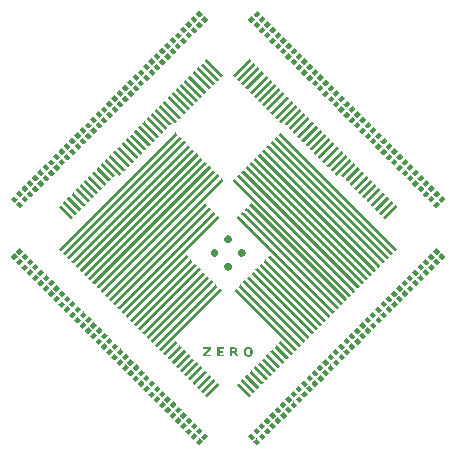
<source format=gbr>
%TF.GenerationSoftware,KiCad,Pcbnew,9.0.2+dfsg-1*%
%TF.CreationDate,2026-01-18T01:33:00+01:00*%
%TF.ProjectId,UNBRK_HEX,554e4252-4b5f-4484-9558-2e6b69636164,0.1*%
%TF.SameCoordinates,Original*%
%TF.FileFunction,Paste,Top*%
%TF.FilePolarity,Positive*%
%FSLAX46Y46*%
G04 Gerber Fmt 4.6, Leading zero omitted, Abs format (unit mm)*
G04 Created by KiCad (PCBNEW 9.0.2+dfsg-1) date 2026-01-18 01:33:00*
%MOMM*%
%LPD*%
G01*
G04 APERTURE LIST*
%ADD10C,0.000000*%
G04 APERTURE END LIST*
D10*
G36*
X142791931Y-94554616D02*
G01*
X142793628Y-94554727D01*
X142795314Y-94554913D01*
X142796982Y-94555172D01*
X142798628Y-94555506D01*
X142800244Y-94555914D01*
X142801826Y-94556396D01*
X142803367Y-94556952D01*
X142804863Y-94557582D01*
X142806306Y-94558287D01*
X142807692Y-94559066D01*
X142809014Y-94559919D01*
X142810267Y-94560846D01*
X142811445Y-94561847D01*
X142812542Y-94562922D01*
X142813553Y-94564072D01*
X144163544Y-95913971D01*
X144164691Y-95914984D01*
X144165765Y-95916083D01*
X144166764Y-95917262D01*
X144167689Y-95918517D01*
X144168541Y-95919840D01*
X144169318Y-95921226D01*
X144170021Y-95922671D01*
X144170650Y-95924166D01*
X144171206Y-95925708D01*
X144171687Y-95927290D01*
X144172094Y-95928907D01*
X144172427Y-95930552D01*
X144172686Y-95932221D01*
X144172871Y-95933906D01*
X144172982Y-95935603D01*
X144173019Y-95937306D01*
X144172982Y-95939009D01*
X144172871Y-95940707D01*
X144172686Y-95942392D01*
X144172427Y-95944061D01*
X144172094Y-95945707D01*
X144171687Y-95947323D01*
X144171206Y-95948906D01*
X144170650Y-95950448D01*
X144170021Y-95951944D01*
X144169318Y-95953389D01*
X144168541Y-95954776D01*
X144167689Y-95956099D01*
X144166764Y-95957354D01*
X144165765Y-95958534D01*
X144164691Y-95959634D01*
X144163544Y-95960648D01*
X144036270Y-96087929D01*
X144035258Y-96089078D01*
X144034159Y-96090154D01*
X144032980Y-96091155D01*
X144031726Y-96092082D01*
X144030403Y-96092935D01*
X144029016Y-96093713D01*
X144027572Y-96094418D01*
X144026076Y-96095048D01*
X144024534Y-96095605D01*
X144022952Y-96096087D01*
X144021335Y-96096495D01*
X144019689Y-96096828D01*
X144018020Y-96097088D01*
X144016334Y-96097273D01*
X144014637Y-96097385D01*
X144012934Y-96097422D01*
X144011231Y-96097385D01*
X144009533Y-96097273D01*
X144007848Y-96097088D01*
X144006179Y-96096828D01*
X144004534Y-96096495D01*
X144002917Y-96096087D01*
X144001336Y-96095605D01*
X143999794Y-96095048D01*
X143998299Y-96094418D01*
X143996856Y-96093713D01*
X143995470Y-96092935D01*
X143994148Y-96092082D01*
X143992895Y-96091155D01*
X143991717Y-96090154D01*
X143990620Y-96089078D01*
X143989609Y-96087929D01*
X142639618Y-94738022D01*
X142638472Y-94737008D01*
X142637400Y-94735909D01*
X142636402Y-94734729D01*
X142635477Y-94733474D01*
X142634627Y-94732151D01*
X142633851Y-94730764D01*
X142633148Y-94729320D01*
X142632520Y-94727824D01*
X142631965Y-94726283D01*
X142631485Y-94724701D01*
X142631078Y-94723084D01*
X142630745Y-94721439D01*
X142630486Y-94719771D01*
X142630302Y-94718086D01*
X142630191Y-94716389D01*
X142630154Y-94714686D01*
X142630191Y-94712984D01*
X142630302Y-94711287D01*
X142630486Y-94709601D01*
X142630745Y-94707933D01*
X142631078Y-94706288D01*
X142631485Y-94704671D01*
X142631965Y-94703089D01*
X142632520Y-94701547D01*
X142633148Y-94700051D01*
X142633851Y-94698606D01*
X142634627Y-94697219D01*
X142635477Y-94695895D01*
X142636402Y-94694640D01*
X142637400Y-94693460D01*
X142638472Y-94692359D01*
X142639618Y-94691345D01*
X142766891Y-94564072D01*
X142767904Y-94562922D01*
X142769002Y-94561847D01*
X142770181Y-94560846D01*
X142771436Y-94559919D01*
X142772759Y-94559066D01*
X142774145Y-94558287D01*
X142775590Y-94557582D01*
X142777086Y-94556952D01*
X142778628Y-94556396D01*
X142780210Y-94555914D01*
X142781827Y-94555506D01*
X142783473Y-94555172D01*
X142785141Y-94554913D01*
X142786827Y-94554727D01*
X142788525Y-94554616D01*
X142790228Y-94554579D01*
X142791931Y-94554616D01*
G37*
G36*
X153560869Y-120124619D02*
G01*
X153562566Y-120124729D01*
X153564251Y-120124914D01*
X153565919Y-120125172D01*
X153567565Y-120125505D01*
X153569181Y-120125912D01*
X153570762Y-120126393D01*
X153572304Y-120126948D01*
X153573799Y-120127578D01*
X153575242Y-120128282D01*
X153576628Y-120129060D01*
X153577950Y-120129912D01*
X153579203Y-120130838D01*
X153580381Y-120131839D01*
X153581478Y-120132914D01*
X153582489Y-120134064D01*
X153582489Y-120134056D01*
X153861099Y-120412659D01*
X153862249Y-120413670D01*
X153863325Y-120414768D01*
X153864327Y-120415947D01*
X153865255Y-120417200D01*
X153866108Y-120418523D01*
X153866887Y-120419909D01*
X153867592Y-120421353D01*
X153868223Y-120422848D01*
X153868780Y-120424390D01*
X153869262Y-120425972D01*
X153869670Y-120427589D01*
X153870004Y-120429234D01*
X153870264Y-120430903D01*
X153870449Y-120432588D01*
X153870561Y-120434285D01*
X153870598Y-120435988D01*
X153870561Y-120437691D01*
X153870449Y-120439389D01*
X153870264Y-120441074D01*
X153870004Y-120442742D01*
X153869670Y-120444388D01*
X153869262Y-120446004D01*
X153868780Y-120447586D01*
X153868223Y-120449127D01*
X153867592Y-120450622D01*
X153866887Y-120452066D01*
X153866108Y-120453451D01*
X153865255Y-120454773D01*
X153864327Y-120456026D01*
X153863325Y-120457204D01*
X153862249Y-120458302D01*
X153861099Y-120459312D01*
X153639542Y-120680885D01*
X153638529Y-120682033D01*
X153637431Y-120683106D01*
X153636252Y-120684106D01*
X153634998Y-120685031D01*
X153633674Y-120685882D01*
X153632288Y-120686660D01*
X153630844Y-120687363D01*
X153629348Y-120687992D01*
X153627805Y-120688547D01*
X153626223Y-120689029D01*
X153624606Y-120689436D01*
X153622960Y-120689769D01*
X153621292Y-120690028D01*
X153619606Y-120690213D01*
X153617908Y-120690324D01*
X153616205Y-120690361D01*
X153614502Y-120690324D01*
X153612805Y-120690213D01*
X153611119Y-120690028D01*
X153609451Y-120689769D01*
X153607805Y-120689436D01*
X153606189Y-120689029D01*
X153604607Y-120688547D01*
X153603066Y-120687992D01*
X153601570Y-120687363D01*
X153600127Y-120686660D01*
X153598741Y-120685882D01*
X153597419Y-120685031D01*
X153596166Y-120684106D01*
X153594988Y-120683106D01*
X153593891Y-120682033D01*
X153592880Y-120680885D01*
X153314270Y-120402298D01*
X153313124Y-120401286D01*
X153312052Y-120400187D01*
X153311054Y-120399008D01*
X153310129Y-120397754D01*
X153309279Y-120396430D01*
X153308503Y-120395043D01*
X153307800Y-120393599D01*
X153307172Y-120392103D01*
X153306617Y-120390560D01*
X153306137Y-120388978D01*
X153305730Y-120387360D01*
X153305397Y-120385714D01*
X153305138Y-120384045D01*
X153304954Y-120382359D01*
X153304843Y-120380661D01*
X153304806Y-120378958D01*
X153304843Y-120377254D01*
X153304954Y-120375557D01*
X153305138Y-120373871D01*
X153305397Y-120372202D01*
X153305730Y-120370556D01*
X153306137Y-120368939D01*
X153306617Y-120367357D01*
X153307172Y-120365816D01*
X153307800Y-120364320D01*
X153308503Y-120362877D01*
X153309279Y-120361491D01*
X153310129Y-120360168D01*
X153311054Y-120358915D01*
X153312052Y-120357737D01*
X153313124Y-120356640D01*
X153314270Y-120355629D01*
X153535843Y-120134064D01*
X153536854Y-120132917D01*
X153537951Y-120131844D01*
X153539129Y-120130845D01*
X153540382Y-120129919D01*
X153541704Y-120129068D01*
X153543090Y-120128290D01*
X153544533Y-120127587D01*
X153546028Y-120126957D01*
X153547569Y-120126401D01*
X153549151Y-120125919D01*
X153550767Y-120125511D01*
X153552413Y-120125178D01*
X153554081Y-120124918D01*
X153555766Y-120124732D01*
X153557463Y-120124620D01*
X153559166Y-120124582D01*
X153560869Y-120124619D01*
G37*
G36*
X146327360Y-91018979D02*
G01*
X146329057Y-91019090D01*
X146330743Y-91019276D01*
X146332411Y-91019535D01*
X146334057Y-91019869D01*
X146335674Y-91020277D01*
X146337256Y-91020759D01*
X146338799Y-91021315D01*
X146340295Y-91021945D01*
X146341739Y-91022650D01*
X146343127Y-91023429D01*
X146344451Y-91024282D01*
X146345706Y-91025209D01*
X146346886Y-91026210D01*
X146347986Y-91027285D01*
X146348999Y-91028435D01*
X147698990Y-92378342D01*
X147700139Y-92379354D01*
X147701213Y-92380452D01*
X147702214Y-92381631D01*
X147703140Y-92382885D01*
X147703993Y-92384208D01*
X147704771Y-92385594D01*
X147705475Y-92387037D01*
X147706105Y-92388533D01*
X147706661Y-92390074D01*
X147707143Y-92391656D01*
X147707551Y-92393272D01*
X147707884Y-92394917D01*
X147708143Y-92396585D01*
X147708329Y-92398271D01*
X147708440Y-92399968D01*
X147708477Y-92401670D01*
X147708440Y-92403373D01*
X147708329Y-92405070D01*
X147708143Y-92406756D01*
X147707884Y-92408424D01*
X147707551Y-92410070D01*
X147707143Y-92411687D01*
X147706661Y-92413269D01*
X147706105Y-92414811D01*
X147705475Y-92416307D01*
X147704771Y-92417752D01*
X147703993Y-92419139D01*
X147703140Y-92420463D01*
X147702214Y-92421717D01*
X147701213Y-92422898D01*
X147700139Y-92423997D01*
X147698990Y-92425011D01*
X147571701Y-92552299D01*
X147570689Y-92553446D01*
X147569590Y-92554519D01*
X147568411Y-92555518D01*
X147567157Y-92556443D01*
X147565834Y-92557293D01*
X147564447Y-92558070D01*
X147563003Y-92558773D01*
X147561507Y-92559402D01*
X147559965Y-92559957D01*
X147558383Y-92560438D01*
X147556766Y-92560845D01*
X147555120Y-92561178D01*
X147553451Y-92561437D01*
X147551765Y-92561622D01*
X147550068Y-92561732D01*
X147548365Y-92561769D01*
X147546662Y-92561732D01*
X147544964Y-92561622D01*
X147543278Y-92561437D01*
X147541610Y-92561178D01*
X147539965Y-92560845D01*
X147538348Y-92560438D01*
X147536767Y-92559957D01*
X147535225Y-92559402D01*
X147533730Y-92558773D01*
X147532287Y-92558070D01*
X147530901Y-92557293D01*
X147529579Y-92556443D01*
X147528326Y-92555518D01*
X147527148Y-92554519D01*
X147526050Y-92553446D01*
X147525040Y-92552299D01*
X146175049Y-91202393D01*
X146173903Y-91201380D01*
X146172831Y-91200281D01*
X146171832Y-91199102D01*
X146170908Y-91197848D01*
X146170058Y-91196525D01*
X146169282Y-91195138D01*
X146168579Y-91193695D01*
X146167951Y-91192199D01*
X146167396Y-91190658D01*
X146166915Y-91189077D01*
X146166509Y-91187461D01*
X146166176Y-91185816D01*
X146165917Y-91184148D01*
X146165732Y-91182463D01*
X146165622Y-91180766D01*
X146165585Y-91179064D01*
X146165622Y-91177361D01*
X146165732Y-91175665D01*
X146165917Y-91173979D01*
X146166176Y-91172311D01*
X146166509Y-91170666D01*
X146166915Y-91169049D01*
X146167396Y-91167467D01*
X146167951Y-91165925D01*
X146168579Y-91164429D01*
X146169282Y-91162985D01*
X146170058Y-91161598D01*
X146170908Y-91160274D01*
X146171832Y-91159018D01*
X146172831Y-91157838D01*
X146173903Y-91156738D01*
X146175049Y-91155724D01*
X146302338Y-91028435D01*
X146303348Y-91027285D01*
X146304446Y-91026210D01*
X146305623Y-91025209D01*
X146306876Y-91024282D01*
X146308198Y-91023429D01*
X146309583Y-91022650D01*
X146311026Y-91021945D01*
X146312521Y-91021315D01*
X146314062Y-91020759D01*
X146315643Y-91020277D01*
X146317259Y-91019869D01*
X146318904Y-91019535D01*
X146320572Y-91019276D01*
X146322257Y-91019090D01*
X146323954Y-91018979D01*
X146325657Y-91018942D01*
X146327360Y-91018979D01*
G37*
G36*
X162512612Y-110267255D02*
G01*
X162514310Y-110267366D01*
X162515996Y-110267551D01*
X162517665Y-110267811D01*
X162519311Y-110268145D01*
X162520928Y-110268553D01*
X162522511Y-110269035D01*
X162524053Y-110269591D01*
X162525549Y-110270221D01*
X162526992Y-110270926D01*
X162528378Y-110271705D01*
X162529701Y-110272557D01*
X162530954Y-110273484D01*
X162532133Y-110274486D01*
X162533230Y-110275561D01*
X162534241Y-110276711D01*
X162812851Y-110555298D01*
X162814001Y-110556310D01*
X162815077Y-110557408D01*
X162816079Y-110558587D01*
X162817007Y-110559841D01*
X162817860Y-110561164D01*
X162818639Y-110562550D01*
X162819344Y-110563993D01*
X162819975Y-110565489D01*
X162820531Y-110567030D01*
X162821014Y-110568612D01*
X162821422Y-110570229D01*
X162821756Y-110571874D01*
X162822016Y-110573542D01*
X162822201Y-110575228D01*
X162822312Y-110576925D01*
X162822350Y-110578628D01*
X162822312Y-110580331D01*
X162822201Y-110582028D01*
X162822016Y-110583714D01*
X162821756Y-110585382D01*
X162821422Y-110587028D01*
X162821014Y-110588645D01*
X162820531Y-110590228D01*
X162819975Y-110591771D01*
X162819344Y-110593267D01*
X162818639Y-110594712D01*
X162817860Y-110596100D01*
X162817007Y-110597424D01*
X162816079Y-110598679D01*
X162815077Y-110599860D01*
X162814001Y-110600960D01*
X162812851Y-110601974D01*
X162591293Y-110823547D01*
X162590281Y-110824694D01*
X162589183Y-110825767D01*
X162588003Y-110826766D01*
X162586749Y-110827690D01*
X162585426Y-110828541D01*
X162584039Y-110829318D01*
X162582595Y-110830021D01*
X162581099Y-110830650D01*
X162579557Y-110831205D01*
X162577975Y-110831686D01*
X162576358Y-110832093D01*
X162574712Y-110832425D01*
X162573043Y-110832684D01*
X162571358Y-110832869D01*
X162569660Y-110832980D01*
X162567957Y-110833017D01*
X162566254Y-110832980D01*
X162564557Y-110832869D01*
X162562871Y-110832684D01*
X162561202Y-110832425D01*
X162559557Y-110832093D01*
X162557941Y-110831686D01*
X162556359Y-110831205D01*
X162554817Y-110830650D01*
X162553322Y-110830021D01*
X162551879Y-110829318D01*
X162550493Y-110828541D01*
X162549171Y-110827690D01*
X162547918Y-110826766D01*
X162546740Y-110825767D01*
X162545643Y-110824694D01*
X162544632Y-110823547D01*
X162266022Y-110544945D01*
X162264872Y-110543933D01*
X162263795Y-110542834D01*
X162262794Y-110541655D01*
X162261866Y-110540401D01*
X162261013Y-110539078D01*
X162260234Y-110537692D01*
X162259529Y-110536248D01*
X162258898Y-110534752D01*
X162258341Y-110533210D01*
X162257859Y-110531628D01*
X162257451Y-110530011D01*
X162257117Y-110528366D01*
X162256857Y-110526697D01*
X162256672Y-110525011D01*
X162256560Y-110523314D01*
X162256523Y-110521611D01*
X162256560Y-110519908D01*
X162256672Y-110518211D01*
X162256857Y-110516525D01*
X162257117Y-110514857D01*
X162257451Y-110513212D01*
X162257859Y-110511595D01*
X162258341Y-110510014D01*
X162258898Y-110508472D01*
X162259529Y-110506977D01*
X162260234Y-110505533D01*
X162261013Y-110504147D01*
X162261866Y-110502825D01*
X162262794Y-110501571D01*
X162263795Y-110500393D01*
X162264872Y-110499295D01*
X162266022Y-110498283D01*
X162487564Y-110276711D01*
X162488576Y-110275561D01*
X162489675Y-110274486D01*
X162490854Y-110273484D01*
X162492109Y-110272557D01*
X162493432Y-110271705D01*
X162494819Y-110270926D01*
X162496264Y-110270221D01*
X162497761Y-110269591D01*
X162499303Y-110269035D01*
X162500886Y-110268553D01*
X162502504Y-110268145D01*
X162504150Y-110267811D01*
X162505819Y-110267551D01*
X162507506Y-110267366D01*
X162509204Y-110267255D01*
X162510908Y-110267218D01*
X162512612Y-110267255D01*
G37*
G36*
X130331680Y-102270574D02*
G01*
X130333377Y-102270685D01*
X130335063Y-102270870D01*
X130336732Y-102271130D01*
X130338377Y-102271463D01*
X130339993Y-102271871D01*
X130341575Y-102272353D01*
X130343117Y-102272910D01*
X130344612Y-102273540D01*
X130346055Y-102274245D01*
X130347441Y-102275023D01*
X130348763Y-102275876D01*
X130350016Y-102276803D01*
X130351194Y-102277804D01*
X130352291Y-102278880D01*
X130353302Y-102280029D01*
X130631912Y-102558624D01*
X130633061Y-102559636D01*
X130634136Y-102560735D01*
X130635136Y-102561913D01*
X130636063Y-102563167D01*
X130636915Y-102564490D01*
X130637693Y-102565876D01*
X130638398Y-102567319D01*
X130639028Y-102568814D01*
X130639583Y-102570355D01*
X130640065Y-102571937D01*
X130640473Y-102573553D01*
X130640806Y-102575198D01*
X130641066Y-102576866D01*
X130641251Y-102578551D01*
X130641362Y-102580248D01*
X130641399Y-102581950D01*
X130641362Y-102583653D01*
X130641251Y-102585350D01*
X130641066Y-102587035D01*
X130640806Y-102588704D01*
X130640473Y-102590349D01*
X130640065Y-102591966D01*
X130639583Y-102593548D01*
X130639028Y-102595091D01*
X130638398Y-102596587D01*
X130637693Y-102598032D01*
X130636915Y-102599419D01*
X130636063Y-102600743D01*
X130635136Y-102601998D01*
X130634136Y-102603179D01*
X130633061Y-102604279D01*
X130631912Y-102605293D01*
X130410355Y-102826866D01*
X130409343Y-102828013D01*
X130408244Y-102829086D01*
X130407065Y-102830084D01*
X130405812Y-102831009D01*
X130404489Y-102831860D01*
X130403103Y-102832637D01*
X130401660Y-102833340D01*
X130400165Y-102833969D01*
X130398623Y-102834524D01*
X130397042Y-102835004D01*
X130395426Y-102835411D01*
X130393781Y-102835744D01*
X130392113Y-102836003D01*
X130390427Y-102836188D01*
X130388730Y-102836299D01*
X130387028Y-102836336D01*
X130385325Y-102836299D01*
X130383628Y-102836188D01*
X130381942Y-102836003D01*
X130380273Y-102835744D01*
X130378628Y-102835411D01*
X130377010Y-102835004D01*
X130375428Y-102834524D01*
X130373885Y-102833969D01*
X130372388Y-102833340D01*
X130370943Y-102832637D01*
X130369555Y-102831860D01*
X130368231Y-102831009D01*
X130366975Y-102830084D01*
X130365794Y-102829086D01*
X130364693Y-102828013D01*
X130363678Y-102826866D01*
X130085083Y-102548264D01*
X130083933Y-102547251D01*
X130082857Y-102546153D01*
X130081855Y-102544974D01*
X130080927Y-102543720D01*
X130080074Y-102542397D01*
X130079295Y-102541010D01*
X130078590Y-102539566D01*
X130077959Y-102538071D01*
X130077403Y-102536529D01*
X130076920Y-102534947D01*
X130076512Y-102533330D01*
X130076178Y-102531684D01*
X130075918Y-102530016D01*
X130075733Y-102528330D01*
X130075622Y-102526633D01*
X130075584Y-102524930D01*
X130075622Y-102523227D01*
X130075733Y-102521530D01*
X130075918Y-102519844D01*
X130076178Y-102518176D01*
X130076512Y-102516531D01*
X130076920Y-102514914D01*
X130077403Y-102513332D01*
X130077959Y-102511791D01*
X130078590Y-102510295D01*
X130079295Y-102508852D01*
X130080074Y-102507466D01*
X130080927Y-102506143D01*
X130081855Y-102504890D01*
X130082857Y-102503711D01*
X130083933Y-102502614D01*
X130085083Y-102501602D01*
X130306641Y-102280029D01*
X130307653Y-102278880D01*
X130308751Y-102277804D01*
X130309931Y-102276803D01*
X130311185Y-102275876D01*
X130312508Y-102275023D01*
X130313894Y-102274245D01*
X130315339Y-102273540D01*
X130316835Y-102272910D01*
X130318377Y-102272353D01*
X130319959Y-102271871D01*
X130321576Y-102271463D01*
X130323222Y-102271130D01*
X130324890Y-102270870D01*
X130326576Y-102270685D01*
X130328274Y-102270574D01*
X130329977Y-102270536D01*
X130331680Y-102270574D01*
G37*
G36*
X156300127Y-92870459D02*
G01*
X156301824Y-92870570D01*
X156303509Y-92870755D01*
X156305177Y-92871015D01*
X156306823Y-92871348D01*
X156308439Y-92871755D01*
X156310022Y-92872236D01*
X156311563Y-92872791D01*
X156313059Y-92873421D01*
X156314504Y-92874124D01*
X156315891Y-92874901D01*
X156317214Y-92875752D01*
X156318469Y-92876678D01*
X156319649Y-92877677D01*
X156320749Y-92878751D01*
X156321762Y-92879898D01*
X156543320Y-93101456D01*
X156544469Y-93102469D01*
X156545543Y-93103569D01*
X156546544Y-93104750D01*
X156547470Y-93106005D01*
X156548323Y-93107330D01*
X156549101Y-93108717D01*
X156549805Y-93110163D01*
X156550435Y-93111660D01*
X156550991Y-93113203D01*
X156551472Y-93114786D01*
X156551880Y-93116404D01*
X156552213Y-93118051D01*
X156552472Y-93119720D01*
X156552657Y-93121407D01*
X156552768Y-93123105D01*
X156552805Y-93124809D01*
X156552768Y-93126513D01*
X156552656Y-93128211D01*
X156552470Y-93129897D01*
X156552210Y-93131566D01*
X156551876Y-93133212D01*
X156551468Y-93134829D01*
X156550985Y-93136411D01*
X156550429Y-93137953D01*
X156549798Y-93139449D01*
X156549093Y-93140892D01*
X156548314Y-93142278D01*
X156547460Y-93143601D01*
X156546532Y-93144854D01*
X156545531Y-93146032D01*
X156544455Y-93147129D01*
X156543304Y-93148140D01*
X156264694Y-93426720D01*
X156264694Y-93426727D01*
X156263682Y-93427878D01*
X156262583Y-93428954D01*
X156261404Y-93429955D01*
X156260150Y-93430883D01*
X156258827Y-93431736D01*
X156257440Y-93432516D01*
X156255996Y-93433220D01*
X156254500Y-93433851D01*
X156252958Y-93434408D01*
X156251376Y-93434890D01*
X156249759Y-93435298D01*
X156248113Y-93435632D01*
X156246444Y-93435892D01*
X156244758Y-93436077D01*
X156243061Y-93436189D01*
X156241358Y-93436226D01*
X156239655Y-93436189D01*
X156237957Y-93436077D01*
X156236272Y-93435892D01*
X156234603Y-93435632D01*
X156232958Y-93435298D01*
X156231342Y-93434890D01*
X156229760Y-93434408D01*
X156228218Y-93433851D01*
X156226723Y-93433220D01*
X156225280Y-93432516D01*
X156223894Y-93431736D01*
X156222572Y-93430883D01*
X156221319Y-93429955D01*
X156220141Y-93428954D01*
X156219044Y-93427878D01*
X156218033Y-93426727D01*
X155996475Y-93205154D01*
X155995328Y-93204142D01*
X155994254Y-93203044D01*
X155993255Y-93201865D01*
X155992330Y-93200611D01*
X155991478Y-93199288D01*
X155990701Y-93197901D01*
X155989998Y-93196457D01*
X155989368Y-93194961D01*
X155988813Y-93193420D01*
X155988332Y-93191837D01*
X155987925Y-93190221D01*
X155987592Y-93188575D01*
X155987333Y-93186907D01*
X155987148Y-93185221D01*
X155987037Y-93183524D01*
X155987000Y-93181821D01*
X155987037Y-93180118D01*
X155987148Y-93178421D01*
X155987333Y-93176735D01*
X155987592Y-93175067D01*
X155987925Y-93173422D01*
X155988332Y-93171805D01*
X155988813Y-93170223D01*
X155989368Y-93168682D01*
X155989998Y-93167186D01*
X155990701Y-93165743D01*
X155991478Y-93164357D01*
X155992330Y-93163034D01*
X155993255Y-93161781D01*
X155994254Y-93160602D01*
X155995328Y-93159504D01*
X155996475Y-93158493D01*
X156275085Y-92879898D01*
X156276099Y-92878751D01*
X156277199Y-92877677D01*
X156278379Y-92876678D01*
X156279633Y-92875752D01*
X156280957Y-92874901D01*
X156282344Y-92874124D01*
X156283788Y-92873421D01*
X156285284Y-92872791D01*
X156286826Y-92872236D01*
X156288408Y-92871755D01*
X156290025Y-92871348D01*
X156291670Y-92871015D01*
X156293338Y-92870755D01*
X156295024Y-92870570D01*
X156296721Y-92870459D01*
X156298424Y-92870422D01*
X156300127Y-92870459D01*
G37*
G36*
X137501594Y-96005400D02*
G01*
X137503290Y-96005512D01*
X137504975Y-96005697D01*
X137506643Y-96005956D01*
X137508288Y-96006289D01*
X137509903Y-96006696D01*
X137511485Y-96007177D01*
X137513026Y-96007732D01*
X137514520Y-96008362D01*
X137515963Y-96009065D01*
X137517348Y-96009842D01*
X137518670Y-96010694D01*
X137519923Y-96011619D01*
X137521101Y-96012618D01*
X137522198Y-96013692D01*
X137523209Y-96014839D01*
X137801834Y-96293434D01*
X137802982Y-96294446D01*
X137804055Y-96295545D01*
X137805054Y-96296724D01*
X137805980Y-96297978D01*
X137806831Y-96299301D01*
X137807608Y-96300688D01*
X137808312Y-96302132D01*
X137808941Y-96303628D01*
X137809496Y-96305170D01*
X137809977Y-96306753D01*
X137810384Y-96308370D01*
X137810718Y-96310015D01*
X137810977Y-96311684D01*
X137811162Y-96313370D01*
X137811273Y-96315067D01*
X137811310Y-96316771D01*
X137811273Y-96318474D01*
X137811162Y-96320171D01*
X137810977Y-96321857D01*
X137810718Y-96323525D01*
X137810384Y-96325170D01*
X137809977Y-96326787D01*
X137809496Y-96328369D01*
X137808941Y-96329910D01*
X137808312Y-96331405D01*
X137807608Y-96332849D01*
X137806831Y-96334234D01*
X137805980Y-96335556D01*
X137805054Y-96336809D01*
X137804055Y-96337987D01*
X137802982Y-96339085D01*
X137801834Y-96340096D01*
X137580292Y-96561668D01*
X137579277Y-96562819D01*
X137578176Y-96563895D01*
X137576995Y-96564896D01*
X137575740Y-96565824D01*
X137574415Y-96566677D01*
X137573028Y-96567457D01*
X137571583Y-96568162D01*
X137570086Y-96568792D01*
X137568544Y-96569349D01*
X137566962Y-96569831D01*
X137565345Y-96570239D01*
X137563700Y-96570573D01*
X137562031Y-96570833D01*
X137560346Y-96571019D01*
X137558649Y-96571130D01*
X137556946Y-96571167D01*
X137555243Y-96571130D01*
X137553546Y-96571019D01*
X137551860Y-96570833D01*
X137550192Y-96570573D01*
X137548547Y-96570239D01*
X137546930Y-96569831D01*
X137545347Y-96569349D01*
X137543805Y-96568792D01*
X137542309Y-96568162D01*
X137540864Y-96567457D01*
X137539476Y-96566677D01*
X137538152Y-96565824D01*
X137536897Y-96564896D01*
X137535715Y-96563895D01*
X137534615Y-96562819D01*
X137533600Y-96561668D01*
X137533600Y-96561684D01*
X137254990Y-96283089D01*
X137253842Y-96282076D01*
X137252769Y-96280977D01*
X137251769Y-96279797D01*
X137250844Y-96278543D01*
X137249993Y-96277219D01*
X137249215Y-96275832D01*
X137248512Y-96274388D01*
X137247883Y-96272892D01*
X137247328Y-96271350D01*
X137246846Y-96269767D01*
X137246439Y-96268150D01*
X137246106Y-96266505D01*
X137245847Y-96264836D01*
X137245662Y-96263150D01*
X137245551Y-96261452D01*
X137245514Y-96259748D01*
X137245551Y-96258045D01*
X137245662Y-96256347D01*
X137245847Y-96254661D01*
X137246106Y-96252992D01*
X137246439Y-96251345D01*
X137246846Y-96249728D01*
X137247328Y-96248145D01*
X137247883Y-96246602D01*
X137248512Y-96245105D01*
X137249215Y-96243660D01*
X137249993Y-96242272D01*
X137250844Y-96240948D01*
X137251769Y-96239692D01*
X137252769Y-96238511D01*
X137253842Y-96237411D01*
X137254990Y-96236397D01*
X137476563Y-96014839D01*
X137477575Y-96013692D01*
X137478673Y-96012618D01*
X137479852Y-96011619D01*
X137481106Y-96010694D01*
X137482429Y-96009842D01*
X137483815Y-96009065D01*
X137485259Y-96008362D01*
X137486754Y-96007732D01*
X137488296Y-96007177D01*
X137489877Y-96006696D01*
X137491494Y-96006289D01*
X137493139Y-96005956D01*
X137494807Y-96005697D01*
X137496492Y-96005512D01*
X137498189Y-96005400D01*
X137499891Y-96005363D01*
X137501594Y-96005400D01*
G37*
G36*
X144719116Y-121468175D02*
G01*
X144720813Y-121468286D01*
X144722499Y-121468471D01*
X144724167Y-121468730D01*
X144725813Y-121469063D01*
X144727429Y-121469469D01*
X144729011Y-121469950D01*
X144730552Y-121470505D01*
X144732048Y-121471134D01*
X144733491Y-121471837D01*
X144734877Y-121472614D01*
X144736199Y-121473465D01*
X144737452Y-121474389D01*
X144738630Y-121475388D01*
X144739727Y-121476461D01*
X144740738Y-121477608D01*
X144962280Y-121699173D01*
X144963428Y-121700186D01*
X144964501Y-121701285D01*
X144965501Y-121702464D01*
X144966426Y-121703719D01*
X144967277Y-121705042D01*
X144968055Y-121706429D01*
X144968758Y-121707873D01*
X144969387Y-121709368D01*
X144969942Y-121710910D01*
X144970423Y-121712493D01*
X144970831Y-121714109D01*
X144971164Y-121715755D01*
X144971423Y-121717423D01*
X144971608Y-121719109D01*
X144971719Y-121720806D01*
X144971756Y-121722509D01*
X144971719Y-121724213D01*
X144971608Y-121725910D01*
X144971423Y-121727596D01*
X144971164Y-121729265D01*
X144970831Y-121730911D01*
X144970423Y-121732528D01*
X144969942Y-121734111D01*
X144969387Y-121735653D01*
X144968758Y-121737150D01*
X144968055Y-121738595D01*
X144967277Y-121739982D01*
X144966426Y-121741307D01*
X144965501Y-121742562D01*
X144964501Y-121743743D01*
X144963428Y-121744843D01*
X144962280Y-121745857D01*
X144683670Y-122024452D01*
X144682658Y-122025599D01*
X144681559Y-122026672D01*
X144680380Y-122027671D01*
X144679126Y-122028595D01*
X144677803Y-122029446D01*
X144676416Y-122030223D01*
X144674972Y-122030926D01*
X144673476Y-122031555D01*
X144671934Y-122032110D01*
X144670352Y-122032590D01*
X144668735Y-122032997D01*
X144667089Y-122033330D01*
X144665420Y-122033589D01*
X144663734Y-122033774D01*
X144662037Y-122033885D01*
X144660334Y-122033922D01*
X144658631Y-122033885D01*
X144656933Y-122033774D01*
X144655247Y-122033589D01*
X144653579Y-122033330D01*
X144651934Y-122032997D01*
X144650317Y-122032590D01*
X144648736Y-122032110D01*
X144647194Y-122031555D01*
X144645699Y-122030926D01*
X144644256Y-122030223D01*
X144642870Y-122029446D01*
X144641548Y-122028595D01*
X144640295Y-122027671D01*
X144639117Y-122026672D01*
X144638019Y-122025599D01*
X144637009Y-122024452D01*
X144415451Y-121802872D01*
X144414301Y-121801860D01*
X144413225Y-121800761D01*
X144412223Y-121799582D01*
X144411295Y-121798329D01*
X144410442Y-121797006D01*
X144409663Y-121795620D01*
X144408958Y-121794176D01*
X144408327Y-121792681D01*
X144407771Y-121791139D01*
X144407288Y-121789558D01*
X144406880Y-121787941D01*
X144406546Y-121786296D01*
X144406286Y-121784628D01*
X144406101Y-121782943D01*
X144405990Y-121781246D01*
X144405952Y-121779543D01*
X144405990Y-121777840D01*
X144406101Y-121776143D01*
X144406286Y-121774457D01*
X144406546Y-121772789D01*
X144406880Y-121771143D01*
X144407288Y-121769527D01*
X144407771Y-121767944D01*
X144408327Y-121766402D01*
X144408958Y-121764906D01*
X144409663Y-121763462D01*
X144410442Y-121762075D01*
X144411295Y-121760751D01*
X144412223Y-121759496D01*
X144413225Y-121758316D01*
X144414301Y-121757216D01*
X144415451Y-121756203D01*
X144694061Y-121477608D01*
X144694077Y-121477608D01*
X144695089Y-121476461D01*
X144696187Y-121475388D01*
X144697366Y-121474389D01*
X144698621Y-121473465D01*
X144699944Y-121472614D01*
X144701330Y-121471837D01*
X144702775Y-121471134D01*
X144704271Y-121470505D01*
X144705813Y-121469950D01*
X144707395Y-121469469D01*
X144709012Y-121469063D01*
X144710658Y-121468730D01*
X144712326Y-121468471D01*
X144714012Y-121468286D01*
X144715710Y-121468175D01*
X144717413Y-121468138D01*
X144719116Y-121468175D01*
G37*
G36*
X165261333Y-100927029D02*
G01*
X165263031Y-100927141D01*
X165264717Y-100927326D01*
X165266386Y-100927586D01*
X165268031Y-100927919D01*
X165269648Y-100928327D01*
X165271231Y-100928809D01*
X165272774Y-100929366D01*
X165274270Y-100929996D01*
X165275715Y-100930701D01*
X165277102Y-100931479D01*
X165278426Y-100932332D01*
X165279681Y-100933259D01*
X165280861Y-100934260D01*
X165281961Y-100935336D01*
X165282974Y-100936485D01*
X165504532Y-101158051D01*
X165505681Y-101159063D01*
X165506755Y-101160161D01*
X165507756Y-101161341D01*
X165508682Y-101162595D01*
X165509535Y-101163918D01*
X165510313Y-101165305D01*
X165511017Y-101166750D01*
X165511647Y-101168246D01*
X165512203Y-101169788D01*
X165512685Y-101171371D01*
X165513093Y-101172988D01*
X165513426Y-101174634D01*
X165513685Y-101176303D01*
X165513871Y-101177989D01*
X165513982Y-101179687D01*
X165514019Y-101181391D01*
X165513982Y-101183094D01*
X165513871Y-101184792D01*
X165513685Y-101186478D01*
X165513426Y-101188147D01*
X165513093Y-101189792D01*
X165512685Y-101191409D01*
X165512203Y-101192991D01*
X165511647Y-101194533D01*
X165511017Y-101196028D01*
X165510313Y-101197472D01*
X165509535Y-101198858D01*
X165508682Y-101200180D01*
X165507756Y-101201433D01*
X165506755Y-101202611D01*
X165505681Y-101203709D01*
X165504532Y-101204720D01*
X165225922Y-101483322D01*
X165224909Y-101484469D01*
X165223811Y-101485542D01*
X165222632Y-101486540D01*
X165221378Y-101487465D01*
X165220054Y-101488316D01*
X165218668Y-101489093D01*
X165217224Y-101489796D01*
X165215728Y-101490425D01*
X165214185Y-101490980D01*
X165212603Y-101491460D01*
X165210986Y-101491867D01*
X165209340Y-101492200D01*
X165207672Y-101492459D01*
X165205986Y-101492644D01*
X165204288Y-101492755D01*
X165202585Y-101492792D01*
X165200882Y-101492755D01*
X165199185Y-101492644D01*
X165197499Y-101492459D01*
X165195831Y-101492200D01*
X165194185Y-101491867D01*
X165192569Y-101491460D01*
X165190987Y-101490980D01*
X165189446Y-101490425D01*
X165187950Y-101489796D01*
X165186507Y-101489093D01*
X165185121Y-101488316D01*
X165183799Y-101487465D01*
X165182546Y-101486540D01*
X165181368Y-101485542D01*
X165180271Y-101484469D01*
X165179260Y-101483322D01*
X164957687Y-101261749D01*
X164956539Y-101260736D01*
X164955464Y-101259637D01*
X164954463Y-101258457D01*
X164953537Y-101257203D01*
X164952684Y-101255879D01*
X164951906Y-101254492D01*
X164951202Y-101253047D01*
X164950572Y-101251551D01*
X164950016Y-101250008D01*
X164949534Y-101248426D01*
X164949127Y-101246808D01*
X164948793Y-101245162D01*
X164948534Y-101243493D01*
X164948348Y-101241807D01*
X164948237Y-101240110D01*
X164948200Y-101238406D01*
X164948237Y-101236703D01*
X164948348Y-101235005D01*
X164948534Y-101233320D01*
X164948793Y-101231651D01*
X164949127Y-101230006D01*
X164949534Y-101228389D01*
X164950016Y-101226807D01*
X164950572Y-101225266D01*
X164951202Y-101223771D01*
X164951906Y-101222327D01*
X164952684Y-101220942D01*
X164953537Y-101219619D01*
X164954463Y-101218366D01*
X164955464Y-101217188D01*
X164956539Y-101216091D01*
X164957687Y-101215080D01*
X165236298Y-100936485D01*
X165237310Y-100935336D01*
X165238408Y-100934260D01*
X165239587Y-100933259D01*
X165240841Y-100932332D01*
X165242164Y-100931479D01*
X165243550Y-100930701D01*
X165244994Y-100929996D01*
X165246490Y-100929366D01*
X165248031Y-100928809D01*
X165249614Y-100928327D01*
X165251230Y-100927919D01*
X165252876Y-100927586D01*
X165254544Y-100927326D01*
X165256230Y-100927141D01*
X165257927Y-100927029D01*
X165259630Y-100926992D01*
X165261333Y-100927029D01*
G37*
G36*
X135013992Y-102333020D02*
G01*
X135015689Y-102333131D01*
X135017375Y-102333316D01*
X135019044Y-102333575D01*
X135020689Y-102333908D01*
X135022305Y-102334315D01*
X135023887Y-102334796D01*
X135025429Y-102335351D01*
X135026924Y-102335979D01*
X135028367Y-102336682D01*
X135029753Y-102337459D01*
X135031075Y-102338310D01*
X135032328Y-102339235D01*
X135033506Y-102340233D01*
X135034603Y-102341306D01*
X135035614Y-102342453D01*
X136031937Y-103338730D01*
X136033084Y-103339742D01*
X136034158Y-103340841D01*
X136035157Y-103342020D01*
X136036082Y-103343274D01*
X136036934Y-103344597D01*
X136037711Y-103345984D01*
X136038414Y-103347428D01*
X136039043Y-103348924D01*
X136039599Y-103350466D01*
X136040080Y-103352048D01*
X136040487Y-103353665D01*
X136040820Y-103355311D01*
X136041079Y-103356980D01*
X136041264Y-103358666D01*
X136041375Y-103360363D01*
X136041412Y-103362066D01*
X136041375Y-103363769D01*
X136041264Y-103365467D01*
X136041079Y-103367152D01*
X136040820Y-103368821D01*
X136040487Y-103370466D01*
X136040080Y-103372083D01*
X136039599Y-103373664D01*
X136039043Y-103375206D01*
X136038414Y-103376701D01*
X136037711Y-103378144D01*
X136036934Y-103379530D01*
X136036082Y-103380852D01*
X136035157Y-103382105D01*
X136034158Y-103383283D01*
X136033084Y-103384380D01*
X136031937Y-103385391D01*
X135904663Y-103512680D01*
X135903651Y-103513830D01*
X135902552Y-103514905D01*
X135901373Y-103515906D01*
X135900118Y-103516833D01*
X135898795Y-103517686D01*
X135897408Y-103518465D01*
X135895963Y-103519169D01*
X135894467Y-103519800D01*
X135892924Y-103520356D01*
X135891341Y-103520838D01*
X135889723Y-103521246D01*
X135888077Y-103521580D01*
X135886408Y-103521839D01*
X135884721Y-103522025D01*
X135883023Y-103522136D01*
X135881319Y-103522173D01*
X135879615Y-103522136D01*
X135877917Y-103522025D01*
X135876231Y-103521839D01*
X135874562Y-103521580D01*
X135872916Y-103521246D01*
X135871299Y-103520838D01*
X135869716Y-103520356D01*
X135868174Y-103519800D01*
X135866679Y-103519169D01*
X135865235Y-103518465D01*
X135863849Y-103517686D01*
X135862526Y-103516833D01*
X135861273Y-103515906D01*
X135860095Y-103514905D01*
X135858997Y-103513830D01*
X135857986Y-103512680D01*
X134861649Y-102516411D01*
X134860502Y-102515397D01*
X134859430Y-102514298D01*
X134858432Y-102513118D01*
X134857508Y-102511863D01*
X134856658Y-102510540D01*
X134855881Y-102509153D01*
X134855179Y-102507709D01*
X134854550Y-102506213D01*
X134853996Y-102504672D01*
X134853515Y-102503090D01*
X134853109Y-102501474D01*
X134852776Y-102499829D01*
X134852517Y-102498161D01*
X134852332Y-102496475D01*
X134852221Y-102494779D01*
X134852184Y-102493076D01*
X134852221Y-102491374D01*
X134852332Y-102489677D01*
X134852517Y-102487992D01*
X134852776Y-102486324D01*
X134853109Y-102484679D01*
X134853515Y-102483063D01*
X134853996Y-102481481D01*
X134854550Y-102479939D01*
X134855179Y-102478443D01*
X134855881Y-102476999D01*
X134856658Y-102475613D01*
X134857508Y-102474289D01*
X134858432Y-102473035D01*
X134859430Y-102471855D01*
X134860502Y-102470755D01*
X134861649Y-102469742D01*
X134988937Y-102342453D01*
X134988953Y-102342453D01*
X134989965Y-102341306D01*
X134991063Y-102340233D01*
X134992243Y-102339235D01*
X134993497Y-102338310D01*
X134994820Y-102337459D01*
X134996207Y-102336682D01*
X134997651Y-102335979D01*
X134999147Y-102335351D01*
X135000689Y-102334796D01*
X135002271Y-102334315D01*
X135003888Y-102333908D01*
X135005534Y-102333575D01*
X135007202Y-102333316D01*
X135008888Y-102333131D01*
X135010586Y-102333020D01*
X135012289Y-102332983D01*
X135013992Y-102333020D01*
G37*
G36*
X151154108Y-98673444D02*
G01*
X151155805Y-98673555D01*
X151157490Y-98673740D01*
X151159158Y-98673998D01*
X151160804Y-98674331D01*
X151162420Y-98674738D01*
X151164002Y-98675219D01*
X151165544Y-98675774D01*
X151167039Y-98676403D01*
X151168483Y-98677106D01*
X151169869Y-98677883D01*
X151171192Y-98678733D01*
X151172446Y-98679658D01*
X151173625Y-98680657D01*
X151174723Y-98681730D01*
X151175735Y-98682877D01*
X161010605Y-108518295D01*
X161011752Y-108519307D01*
X161012826Y-108520405D01*
X161013825Y-108521583D01*
X161014750Y-108522837D01*
X161015602Y-108524160D01*
X161016379Y-108525546D01*
X161017082Y-108526989D01*
X161017712Y-108528485D01*
X161018267Y-108530027D01*
X161018748Y-108531609D01*
X161019155Y-108533225D01*
X161019488Y-108534871D01*
X161019747Y-108536539D01*
X161019933Y-108538225D01*
X161020044Y-108539922D01*
X161020081Y-108541625D01*
X161020044Y-108543328D01*
X161019933Y-108545025D01*
X161019747Y-108546711D01*
X161019488Y-108548379D01*
X161019155Y-108550024D01*
X161018748Y-108551641D01*
X161018267Y-108553222D01*
X161017712Y-108554764D01*
X161017082Y-108556259D01*
X161016379Y-108557702D01*
X161015602Y-108559088D01*
X161014750Y-108560410D01*
X161013825Y-108561663D01*
X161012826Y-108562841D01*
X161011752Y-108563938D01*
X161010605Y-108564949D01*
X160883316Y-108692223D01*
X160882304Y-108693370D01*
X160881205Y-108694443D01*
X160880026Y-108695443D01*
X160878772Y-108696368D01*
X160877449Y-108697220D01*
X160876062Y-108697997D01*
X160874618Y-108698700D01*
X160873122Y-108699329D01*
X160871580Y-108699885D01*
X160869998Y-108700366D01*
X160868381Y-108700773D01*
X160866735Y-108701106D01*
X160865066Y-108701365D01*
X160863380Y-108701550D01*
X160861683Y-108701661D01*
X160859980Y-108701698D01*
X160858277Y-108701661D01*
X160856579Y-108701550D01*
X160854893Y-108701365D01*
X160853225Y-108701106D01*
X160851580Y-108700773D01*
X160849963Y-108700366D01*
X160848382Y-108699885D01*
X160846840Y-108699329D01*
X160845345Y-108698700D01*
X160843902Y-108697997D01*
X160842516Y-108697220D01*
X160841194Y-108696368D01*
X160839941Y-108695443D01*
X160838763Y-108694443D01*
X160837665Y-108693370D01*
X160836655Y-108692223D01*
X151001770Y-98856827D01*
X151000621Y-98855815D01*
X150999546Y-98854716D01*
X150998546Y-98853537D01*
X150997619Y-98852282D01*
X150996767Y-98850959D01*
X150995989Y-98849572D01*
X150995285Y-98848128D01*
X150994655Y-98846631D01*
X150994099Y-98845089D01*
X150993617Y-98843506D01*
X150993210Y-98841889D01*
X150992877Y-98840243D01*
X150992617Y-98838574D01*
X150992432Y-98836887D01*
X150992321Y-98835189D01*
X150992285Y-98833486D01*
X150992322Y-98831782D01*
X150992434Y-98830084D01*
X150992620Y-98828398D01*
X150992880Y-98826729D01*
X150993214Y-98825083D01*
X150993622Y-98823466D01*
X150994104Y-98821883D01*
X150994661Y-98820341D01*
X150995292Y-98818845D01*
X150995997Y-98817401D01*
X150996776Y-98816015D01*
X150997630Y-98814692D01*
X150998557Y-98813438D01*
X150999559Y-98812260D01*
X151000635Y-98811162D01*
X151001785Y-98810150D01*
X151129074Y-98682877D01*
X151130086Y-98681730D01*
X151131185Y-98680657D01*
X151132364Y-98679658D01*
X151133618Y-98678733D01*
X151134940Y-98677883D01*
X151136327Y-98677106D01*
X151137770Y-98676403D01*
X151139266Y-98675774D01*
X151140808Y-98675219D01*
X151142390Y-98674738D01*
X151144006Y-98674331D01*
X151145651Y-98673998D01*
X151147319Y-98673740D01*
X151149005Y-98673555D01*
X151150702Y-98673444D01*
X151152405Y-98673407D01*
X151154108Y-98673444D01*
G37*
G36*
X152567876Y-114936932D02*
G01*
X152569573Y-114937043D01*
X152571258Y-114937228D01*
X152572926Y-114937487D01*
X152574571Y-114937820D01*
X152576187Y-114938227D01*
X152577769Y-114938708D01*
X152579309Y-114939263D01*
X152580804Y-114939892D01*
X152582247Y-114940595D01*
X152583632Y-114941371D01*
X152584954Y-114942222D01*
X152586207Y-114943147D01*
X152587385Y-114944146D01*
X152588482Y-114945219D01*
X152589493Y-114946365D01*
X153585770Y-115942696D01*
X153586920Y-115943708D01*
X153587996Y-115944806D01*
X153588998Y-115945986D01*
X153589925Y-115947240D01*
X153590779Y-115948563D01*
X153591558Y-115949950D01*
X153592263Y-115951395D01*
X153592894Y-115952891D01*
X153593450Y-115954433D01*
X153593933Y-115956016D01*
X153594341Y-115957633D01*
X153594675Y-115959280D01*
X153594934Y-115960949D01*
X153595120Y-115962635D01*
X153595231Y-115964333D01*
X153595268Y-115966037D01*
X153595231Y-115967740D01*
X153595120Y-115969438D01*
X153594934Y-115971125D01*
X153594675Y-115972794D01*
X153594341Y-115974440D01*
X153593933Y-115976057D01*
X153593450Y-115977639D01*
X153592894Y-115979181D01*
X153592263Y-115980677D01*
X153591558Y-115982121D01*
X153590779Y-115983507D01*
X153589925Y-115984830D01*
X153588998Y-115986084D01*
X153587996Y-115987263D01*
X153586920Y-115988361D01*
X153585770Y-115989372D01*
X153458496Y-116116646D01*
X153457483Y-116117795D01*
X153456383Y-116118871D01*
X153455202Y-116119872D01*
X153453947Y-116120799D01*
X153452623Y-116121652D01*
X153451235Y-116122431D01*
X153449790Y-116123135D01*
X153448293Y-116123765D01*
X153446750Y-116124322D01*
X153445167Y-116124804D01*
X153443550Y-116125212D01*
X153441903Y-116125545D01*
X153440234Y-116125805D01*
X153438548Y-116125990D01*
X153436850Y-116126102D01*
X153435146Y-116126139D01*
X153433443Y-116126102D01*
X153431745Y-116125990D01*
X153430059Y-116125805D01*
X153428391Y-116125545D01*
X153426745Y-116125212D01*
X153425129Y-116124804D01*
X153423547Y-116124322D01*
X153422005Y-116123765D01*
X153420510Y-116123135D01*
X153419066Y-116122431D01*
X153417681Y-116121652D01*
X153416359Y-116120799D01*
X153415106Y-116119872D01*
X153413928Y-116118871D01*
X153412830Y-116117795D01*
X153411819Y-116116646D01*
X152415558Y-115120308D01*
X152414408Y-115119296D01*
X152413332Y-115118199D01*
X152412330Y-115117020D01*
X152411402Y-115115766D01*
X152410549Y-115114444D01*
X152409770Y-115113058D01*
X152409065Y-115111614D01*
X152408434Y-115110118D01*
X152407877Y-115108577D01*
X152407395Y-115106995D01*
X152406987Y-115105378D01*
X152406653Y-115103733D01*
X152406393Y-115102064D01*
X152406208Y-115100378D01*
X152406096Y-115098681D01*
X152406059Y-115096978D01*
X152406096Y-115095275D01*
X152406208Y-115093578D01*
X152406393Y-115091892D01*
X152406653Y-115090224D01*
X152406987Y-115088579D01*
X152407395Y-115086963D01*
X152407877Y-115085381D01*
X152408434Y-115083840D01*
X152409065Y-115082344D01*
X152409770Y-115080901D01*
X152410549Y-115079515D01*
X152411402Y-115078193D01*
X152412330Y-115076940D01*
X152413332Y-115075762D01*
X152414408Y-115074665D01*
X152415558Y-115073654D01*
X152542831Y-114946365D01*
X152543845Y-114945219D01*
X152544945Y-114944146D01*
X152546125Y-114943147D01*
X152547380Y-114942222D01*
X152548704Y-114941371D01*
X152550091Y-114940595D01*
X152551536Y-114939892D01*
X152553032Y-114939263D01*
X152554574Y-114938708D01*
X152556157Y-114938227D01*
X152557774Y-114937820D01*
X152559419Y-114937487D01*
X152561088Y-114937228D01*
X152562774Y-114937043D01*
X152564471Y-114936932D01*
X152566174Y-114936895D01*
X152567876Y-114936932D01*
G37*
G36*
X135367509Y-101979468D02*
G01*
X135369206Y-101979578D01*
X135370892Y-101979763D01*
X135372560Y-101980022D01*
X135374206Y-101980355D01*
X135375822Y-101980761D01*
X135377404Y-101981242D01*
X135378946Y-101981797D01*
X135380442Y-101982426D01*
X135381887Y-101983129D01*
X135383273Y-101983905D01*
X135384597Y-101984756D01*
X135385852Y-101985681D01*
X135387032Y-101986680D01*
X135388131Y-101987752D01*
X135389145Y-101988899D01*
X136385468Y-102985168D01*
X136386615Y-102986181D01*
X136387688Y-102987279D01*
X136388688Y-102988458D01*
X136389613Y-102989712D01*
X136390464Y-102991035D01*
X136391242Y-102992422D01*
X136391945Y-102993866D01*
X136392574Y-102995361D01*
X136393130Y-102996903D01*
X136393611Y-102998485D01*
X136394018Y-103000102D01*
X136394351Y-103001748D01*
X136394610Y-103003416D01*
X136394795Y-103005102D01*
X136394906Y-103006799D01*
X136394943Y-103008502D01*
X136394906Y-103010205D01*
X136394795Y-103011902D01*
X136394610Y-103013588D01*
X136394351Y-103015256D01*
X136394018Y-103016901D01*
X136393611Y-103018518D01*
X136393130Y-103020100D01*
X136392574Y-103021641D01*
X136391945Y-103023137D01*
X136391242Y-103024580D01*
X136390464Y-103025966D01*
X136389613Y-103027289D01*
X136388688Y-103028542D01*
X136387688Y-103029721D01*
X136386615Y-103030818D01*
X136385468Y-103031830D01*
X136258194Y-103159126D01*
X136257182Y-103160273D01*
X136256084Y-103161346D01*
X136254905Y-103162345D01*
X136253651Y-103163269D01*
X136252329Y-103164120D01*
X136250943Y-103164897D01*
X136249499Y-103165600D01*
X136248004Y-103166229D01*
X136246463Y-103166784D01*
X136244882Y-103167265D01*
X136243266Y-103167671D01*
X136241621Y-103168004D01*
X136239953Y-103168263D01*
X136238268Y-103168448D01*
X136236571Y-103168559D01*
X136234869Y-103168596D01*
X136233167Y-103168559D01*
X136231470Y-103168448D01*
X136229785Y-103168263D01*
X136228116Y-103168004D01*
X136226471Y-103167671D01*
X136224855Y-103167265D01*
X136223273Y-103166784D01*
X136221731Y-103166229D01*
X136220235Y-103165600D01*
X136218791Y-103164897D01*
X136217404Y-103164120D01*
X136216080Y-103163269D01*
X136214826Y-103162345D01*
X136213646Y-103161346D01*
X136212546Y-103160273D01*
X136211533Y-103159126D01*
X135215210Y-102162842D01*
X135214060Y-102161830D01*
X135212984Y-102160732D01*
X135211982Y-102159554D01*
X135211054Y-102158300D01*
X135210201Y-102156977D01*
X135209422Y-102155591D01*
X135208717Y-102154147D01*
X135208086Y-102152651D01*
X135207529Y-102151109D01*
X135207047Y-102149526D01*
X135206639Y-102147909D01*
X135206305Y-102146264D01*
X135206045Y-102144595D01*
X135205860Y-102142909D01*
X135205748Y-102141211D01*
X135205711Y-102139507D01*
X135205748Y-102137804D01*
X135205860Y-102136106D01*
X135206045Y-102134420D01*
X135206305Y-102132751D01*
X135206639Y-102131105D01*
X135207047Y-102129488D01*
X135207529Y-102127906D01*
X135208086Y-102126364D01*
X135208717Y-102124868D01*
X135209422Y-102123424D01*
X135210201Y-102122038D01*
X135211054Y-102120715D01*
X135211982Y-102119461D01*
X135212984Y-102118282D01*
X135214060Y-102117184D01*
X135215210Y-102116173D01*
X135342468Y-101988899D01*
X135342468Y-101988914D01*
X135343482Y-101987766D01*
X135344581Y-101986692D01*
X135345761Y-101985692D01*
X135347016Y-101984766D01*
X135348340Y-101983914D01*
X135349727Y-101983137D01*
X135351171Y-101982433D01*
X135352667Y-101981803D01*
X135354209Y-101981248D01*
X135355791Y-101980766D01*
X135357408Y-101980358D01*
X135359053Y-101980025D01*
X135360721Y-101979765D01*
X135362407Y-101979580D01*
X135364104Y-101979469D01*
X135365807Y-101979431D01*
X135367509Y-101979468D01*
G37*
G36*
X152269714Y-88839804D02*
G01*
X152271412Y-88839915D01*
X152273097Y-88840101D01*
X152274766Y-88840361D01*
X152276411Y-88840695D01*
X152278027Y-88841103D01*
X152279609Y-88841585D01*
X152281151Y-88842142D01*
X152282646Y-88842773D01*
X152284089Y-88843478D01*
X152285475Y-88844257D01*
X152286797Y-88845110D01*
X152288050Y-88846038D01*
X152289228Y-88847040D01*
X152290325Y-88848116D01*
X152291336Y-88849266D01*
X152512894Y-89070839D01*
X152514041Y-89071851D01*
X152515115Y-89072950D01*
X152516114Y-89074129D01*
X152517039Y-89075383D01*
X152517891Y-89076706D01*
X152518668Y-89078092D01*
X152519371Y-89079536D01*
X152520000Y-89081032D01*
X152520556Y-89082574D01*
X152521037Y-89084156D01*
X152521444Y-89085773D01*
X152521777Y-89087418D01*
X152522036Y-89089087D01*
X152522221Y-89090772D01*
X152522332Y-89092470D01*
X152522369Y-89094172D01*
X152522332Y-89095875D01*
X152522221Y-89097573D01*
X152522036Y-89099258D01*
X152521777Y-89100927D01*
X152521444Y-89102572D01*
X152521037Y-89104188D01*
X152520556Y-89105770D01*
X152520000Y-89107312D01*
X152519371Y-89108807D01*
X152518668Y-89110251D01*
X152517891Y-89111637D01*
X152517039Y-89112959D01*
X152516114Y-89114212D01*
X152515115Y-89115391D01*
X152514041Y-89116489D01*
X152512894Y-89117500D01*
X152234283Y-89396095D01*
X152233271Y-89397244D01*
X152232173Y-89398319D01*
X152230994Y-89399319D01*
X152229741Y-89400246D01*
X152228418Y-89401098D01*
X152227032Y-89401876D01*
X152225589Y-89402580D01*
X152224094Y-89403210D01*
X152222553Y-89403766D01*
X152220971Y-89404248D01*
X152219355Y-89404655D01*
X152217710Y-89404989D01*
X152216043Y-89405248D01*
X152214357Y-89405433D01*
X152212661Y-89405544D01*
X152210958Y-89405581D01*
X152209256Y-89405543D01*
X152207559Y-89405431D01*
X152205874Y-89405246D01*
X152204206Y-89404986D01*
X152202561Y-89404652D01*
X152200944Y-89404243D01*
X152199362Y-89403761D01*
X152197820Y-89403204D01*
X152196325Y-89402573D01*
X152194880Y-89401868D01*
X152193493Y-89401089D01*
X152192170Y-89400236D01*
X152190915Y-89399308D01*
X152189735Y-89398306D01*
X152188636Y-89397230D01*
X152187622Y-89396080D01*
X151966064Y-89174515D01*
X151964914Y-89173503D01*
X151963838Y-89172404D01*
X151962836Y-89171225D01*
X151961909Y-89169971D01*
X151961055Y-89168647D01*
X151960276Y-89167261D01*
X151959571Y-89165817D01*
X151958941Y-89164321D01*
X151958384Y-89162778D01*
X151957902Y-89161196D01*
X151957493Y-89159579D01*
X151957160Y-89157933D01*
X151956900Y-89156264D01*
X151956714Y-89154578D01*
X151956603Y-89152881D01*
X151956566Y-89151177D01*
X151956603Y-89149474D01*
X151956714Y-89147777D01*
X151956900Y-89146091D01*
X151957160Y-89144422D01*
X151957493Y-89142776D01*
X151957902Y-89141160D01*
X151958384Y-89139577D01*
X151958941Y-89138036D01*
X151959571Y-89136540D01*
X151960276Y-89135096D01*
X151961055Y-89133710D01*
X151961909Y-89132387D01*
X151962836Y-89131134D01*
X151963838Y-89129955D01*
X151964914Y-89128857D01*
X151966064Y-89127846D01*
X152244675Y-88849258D01*
X152245687Y-88848109D01*
X152246785Y-88847034D01*
X152247965Y-88846032D01*
X152249219Y-88845105D01*
X152250542Y-88844252D01*
X152251929Y-88843474D01*
X152253373Y-88842769D01*
X152254869Y-88842139D01*
X152256411Y-88841583D01*
X152257993Y-88841101D01*
X152259610Y-88840693D01*
X152261256Y-88840359D01*
X152262925Y-88840100D01*
X152264610Y-88839915D01*
X152266308Y-88839803D01*
X152268011Y-88839767D01*
X152269714Y-88839804D01*
G37*
G36*
X149386292Y-100441153D02*
G01*
X149387990Y-100441264D01*
X149389677Y-100441449D01*
X149391346Y-100441709D01*
X149392992Y-100442042D01*
X149394609Y-100442449D01*
X149396192Y-100442930D01*
X149397734Y-100443485D01*
X149399230Y-100444115D01*
X149400674Y-100444818D01*
X149402061Y-100445595D01*
X149403384Y-100446446D01*
X149404638Y-100447372D01*
X149405818Y-100448371D01*
X149406916Y-100449445D01*
X149407928Y-100450592D01*
X159242783Y-110286003D01*
X159243933Y-110287015D01*
X159245009Y-110288114D01*
X159246011Y-110289293D01*
X159246938Y-110290547D01*
X159247792Y-110291870D01*
X159248571Y-110293256D01*
X159249276Y-110294700D01*
X159249907Y-110296196D01*
X159250463Y-110297738D01*
X159250945Y-110299320D01*
X159251354Y-110300937D01*
X159251688Y-110302582D01*
X159251947Y-110304251D01*
X159252133Y-110305936D01*
X159252244Y-110307634D01*
X159252281Y-110309337D01*
X159252244Y-110311040D01*
X159252133Y-110312737D01*
X159251947Y-110314422D01*
X159251688Y-110316091D01*
X159251354Y-110317736D01*
X159250945Y-110319352D01*
X159250463Y-110320934D01*
X159249907Y-110322476D01*
X159249276Y-110323971D01*
X159248571Y-110325415D01*
X159247792Y-110326801D01*
X159246938Y-110328123D01*
X159246011Y-110329377D01*
X159245009Y-110330555D01*
X159243933Y-110331653D01*
X159242783Y-110332664D01*
X159115494Y-110459946D01*
X159114482Y-110461096D01*
X159113383Y-110462171D01*
X159112205Y-110463173D01*
X159110951Y-110464100D01*
X159109628Y-110464952D01*
X159108243Y-110465731D01*
X159106799Y-110466435D01*
X159105304Y-110467064D01*
X159103763Y-110467620D01*
X159102181Y-110468101D01*
X159100565Y-110468508D01*
X159098921Y-110468841D01*
X159097253Y-110469099D01*
X159095568Y-110469284D01*
X159093871Y-110469394D01*
X159092169Y-110469430D01*
X159090466Y-110469392D01*
X159088770Y-110469280D01*
X159087084Y-110469094D01*
X159085416Y-110468834D01*
X159083771Y-110468500D01*
X159082155Y-110468092D01*
X159080573Y-110467610D01*
X159079031Y-110467054D01*
X159077535Y-110466424D01*
X159076091Y-110465720D01*
X159074704Y-110464942D01*
X159073380Y-110464090D01*
X159072125Y-110463165D01*
X159070945Y-110462166D01*
X159069846Y-110461093D01*
X159068832Y-110459946D01*
X149233963Y-100624535D01*
X149232814Y-100623522D01*
X149231739Y-100622424D01*
X149230739Y-100621245D01*
X149229812Y-100619991D01*
X149228960Y-100618668D01*
X149228182Y-100617281D01*
X149227478Y-100615837D01*
X149226848Y-100614342D01*
X149226292Y-100612800D01*
X149225810Y-100611218D01*
X149225402Y-100609601D01*
X149225069Y-100607955D01*
X149224809Y-100606287D01*
X149224624Y-100604601D01*
X149224513Y-100602904D01*
X149224476Y-100601201D01*
X149224513Y-100599498D01*
X149224624Y-100597801D01*
X149224809Y-100596115D01*
X149225069Y-100594447D01*
X149225402Y-100592802D01*
X149225810Y-100591185D01*
X149226292Y-100589603D01*
X149226848Y-100588062D01*
X149227478Y-100586567D01*
X149228182Y-100585123D01*
X149228960Y-100583737D01*
X149229812Y-100582414D01*
X149230739Y-100581161D01*
X149231739Y-100579983D01*
X149232814Y-100578885D01*
X149233963Y-100577873D01*
X149361237Y-100450592D01*
X149362250Y-100449445D01*
X149363350Y-100448371D01*
X149364530Y-100447372D01*
X149365786Y-100446446D01*
X149367110Y-100445595D01*
X149368498Y-100444818D01*
X149369943Y-100444115D01*
X149371440Y-100443485D01*
X149372983Y-100442930D01*
X149374566Y-100442449D01*
X149376184Y-100442042D01*
X149377830Y-100441709D01*
X149379500Y-100441449D01*
X149381186Y-100441264D01*
X149382884Y-100441153D01*
X149384588Y-100441116D01*
X149386292Y-100441153D01*
G37*
G36*
X144014582Y-96905722D02*
G01*
X144016280Y-96905833D01*
X144017966Y-96906019D01*
X144019635Y-96906278D01*
X144021281Y-96906611D01*
X144022898Y-96907018D01*
X144024481Y-96907499D01*
X144026023Y-96908054D01*
X144027520Y-96908684D01*
X144028965Y-96909387D01*
X144030352Y-96910164D01*
X144031676Y-96911016D01*
X144032931Y-96911941D01*
X144034111Y-96912940D01*
X144035211Y-96914014D01*
X144036224Y-96915161D01*
X144163483Y-97042442D01*
X144164633Y-97043454D01*
X144165709Y-97044553D01*
X144166711Y-97045732D01*
X144167638Y-97046986D01*
X144168492Y-97048309D01*
X144169271Y-97049696D01*
X144169976Y-97051140D01*
X144170607Y-97052635D01*
X144171163Y-97054177D01*
X144171646Y-97055759D01*
X144172054Y-97057376D01*
X144172388Y-97059021D01*
X144172647Y-97060690D01*
X144172833Y-97062376D01*
X144172944Y-97064073D01*
X144172981Y-97065776D01*
X144172944Y-97067479D01*
X144172833Y-97069176D01*
X144172647Y-97070862D01*
X144172388Y-97072530D01*
X144172054Y-97074175D01*
X144171646Y-97075792D01*
X144171163Y-97077373D01*
X144170607Y-97078915D01*
X144169976Y-97080410D01*
X144169271Y-97081854D01*
X144168492Y-97083240D01*
X144167638Y-97084562D01*
X144166711Y-97085816D01*
X144165709Y-97086994D01*
X144164633Y-97088092D01*
X144163483Y-97089104D01*
X134328629Y-106924507D01*
X134327615Y-106925655D01*
X134326515Y-106926728D01*
X134325335Y-106927727D01*
X134324081Y-106928653D01*
X134322757Y-106929504D01*
X134321370Y-106930281D01*
X134319926Y-106930985D01*
X134318430Y-106931614D01*
X134316888Y-106932169D01*
X134315306Y-106932651D01*
X134313689Y-106933058D01*
X134312044Y-106933391D01*
X134310376Y-106933650D01*
X134308690Y-106933835D01*
X134306993Y-106933947D01*
X134305290Y-106933984D01*
X134303587Y-106933947D01*
X134301890Y-106933836D01*
X134300205Y-106933651D01*
X134298537Y-106933392D01*
X134296891Y-106933060D01*
X134295275Y-106932653D01*
X134293692Y-106932172D01*
X134292150Y-106931617D01*
X134290655Y-106930988D01*
X134289210Y-106930285D01*
X134287823Y-106929509D01*
X134286500Y-106928658D01*
X134285245Y-106927733D01*
X134284065Y-106926734D01*
X134282965Y-106925662D01*
X134281952Y-106924515D01*
X134154663Y-106797234D01*
X134153517Y-106796221D01*
X134152445Y-106795123D01*
X134151447Y-106793944D01*
X134150522Y-106792690D01*
X134149672Y-106791368D01*
X134148896Y-106789982D01*
X134148193Y-106788538D01*
X134147565Y-106787042D01*
X134147010Y-106785501D01*
X134146530Y-106783919D01*
X134146123Y-106782303D01*
X134145790Y-106780658D01*
X134145532Y-106778989D01*
X134145347Y-106777304D01*
X134145236Y-106775607D01*
X134145199Y-106773904D01*
X134145236Y-106772201D01*
X134145347Y-106770504D01*
X134145532Y-106768818D01*
X134145790Y-106767149D01*
X134146123Y-106765503D01*
X134146530Y-106763886D01*
X134147010Y-106762303D01*
X134147565Y-106760761D01*
X134148193Y-106759264D01*
X134148896Y-106757819D01*
X134149672Y-106756432D01*
X134150522Y-106755108D01*
X134151447Y-106753852D01*
X134152445Y-106752671D01*
X134153517Y-106751571D01*
X134154663Y-106750557D01*
X143989532Y-96915161D01*
X143990546Y-96914014D01*
X143991646Y-96912940D01*
X143992826Y-96911941D01*
X143994081Y-96911016D01*
X143995405Y-96910164D01*
X143996792Y-96909387D01*
X143998237Y-96908684D01*
X143999733Y-96908054D01*
X144001276Y-96907499D01*
X144002859Y-96907018D01*
X144004476Y-96906611D01*
X144006122Y-96906278D01*
X144007791Y-96906019D01*
X144009477Y-96905833D01*
X144011175Y-96905722D01*
X144012878Y-96905685D01*
X144014582Y-96905722D01*
G37*
G36*
X141979833Y-91526915D02*
G01*
X141981530Y-91527026D01*
X141983216Y-91527211D01*
X141984885Y-91527471D01*
X141986530Y-91527804D01*
X141988148Y-91528211D01*
X141989730Y-91528692D01*
X141991273Y-91529247D01*
X141992770Y-91529877D01*
X141994215Y-91530580D01*
X141995603Y-91531357D01*
X141996927Y-91532208D01*
X141998183Y-91533134D01*
X141999364Y-91534133D01*
X142000465Y-91535207D01*
X142001480Y-91536354D01*
X142280090Y-91814941D01*
X142281236Y-91815954D01*
X142282309Y-91817053D01*
X142283307Y-91818233D01*
X142284231Y-91819488D01*
X142285081Y-91820812D01*
X142285858Y-91822199D01*
X142286560Y-91823643D01*
X142287189Y-91825140D01*
X142287743Y-91826682D01*
X142288224Y-91828265D01*
X142288630Y-91829882D01*
X142288963Y-91831528D01*
X142289222Y-91833197D01*
X142289407Y-91834883D01*
X142289518Y-91836581D01*
X142289555Y-91838284D01*
X142289518Y-91839988D01*
X142289407Y-91841685D01*
X142289222Y-91843371D01*
X142288963Y-91845040D01*
X142288630Y-91846685D01*
X142288224Y-91848301D01*
X142287743Y-91849883D01*
X142287189Y-91851425D01*
X142286560Y-91852920D01*
X142285858Y-91854363D01*
X142285081Y-91855749D01*
X142284231Y-91857071D01*
X142283307Y-91858324D01*
X142282309Y-91859502D01*
X142281236Y-91860600D01*
X142280090Y-91861610D01*
X142058533Y-92083176D01*
X142057519Y-92084325D01*
X142056419Y-92085401D01*
X142055239Y-92086402D01*
X142053984Y-92087329D01*
X142052660Y-92088182D01*
X142051273Y-92088960D01*
X142049828Y-92089665D01*
X142048332Y-92090295D01*
X142046789Y-92090852D01*
X142045206Y-92091334D01*
X142043589Y-92091741D01*
X142041943Y-92092075D01*
X142040274Y-92092335D01*
X142038588Y-92092520D01*
X142036890Y-92092631D01*
X142035187Y-92092669D01*
X142033483Y-92092631D01*
X142031786Y-92092520D01*
X142030099Y-92092335D01*
X142028430Y-92092075D01*
X142026784Y-92091741D01*
X142025167Y-92091334D01*
X142023584Y-92090852D01*
X142022042Y-92090295D01*
X142020545Y-92089665D01*
X142019101Y-92088960D01*
X142017713Y-92088182D01*
X142016389Y-92087329D01*
X142015134Y-92086402D01*
X142013954Y-92085401D01*
X142012854Y-92084325D01*
X142011841Y-92083176D01*
X142011856Y-92083176D01*
X141733246Y-91804596D01*
X141732100Y-91803583D01*
X141731028Y-91802484D01*
X141730029Y-91801305D01*
X141729105Y-91800050D01*
X141728255Y-91798727D01*
X141727479Y-91797340D01*
X141726776Y-91795896D01*
X141726148Y-91794400D01*
X141725593Y-91792859D01*
X141725112Y-91791276D01*
X141724706Y-91789660D01*
X141724373Y-91788014D01*
X141724114Y-91786346D01*
X141723929Y-91784660D01*
X141723819Y-91782963D01*
X141723782Y-91781260D01*
X141723819Y-91779556D01*
X141723929Y-91777859D01*
X141724114Y-91776173D01*
X141724373Y-91774504D01*
X141724706Y-91772858D01*
X141725112Y-91771241D01*
X141725593Y-91769658D01*
X141726148Y-91768116D01*
X141726776Y-91766619D01*
X141727479Y-91765174D01*
X141728255Y-91763787D01*
X141729105Y-91762462D01*
X141730029Y-91761207D01*
X141731028Y-91760026D01*
X141732100Y-91758926D01*
X141733246Y-91757912D01*
X141954803Y-91536354D01*
X141955816Y-91535207D01*
X141956914Y-91534133D01*
X141958093Y-91533134D01*
X141959346Y-91532208D01*
X141960669Y-91531357D01*
X141962055Y-91530580D01*
X141963498Y-91529877D01*
X141964993Y-91529247D01*
X141966535Y-91528692D01*
X141968116Y-91528211D01*
X141969732Y-91527804D01*
X141971377Y-91527471D01*
X141973045Y-91527211D01*
X141974731Y-91527026D01*
X141976428Y-91526915D01*
X141978130Y-91526878D01*
X141979833Y-91526915D01*
G37*
G36*
X139797761Y-115641463D02*
G01*
X139799458Y-115641574D01*
X139801144Y-115641759D01*
X139802812Y-115642018D01*
X139804458Y-115642351D01*
X139806074Y-115642759D01*
X139807656Y-115643240D01*
X139809198Y-115643795D01*
X139810694Y-115644424D01*
X139812139Y-115645128D01*
X139813525Y-115645905D01*
X139814849Y-115646756D01*
X139816104Y-115647682D01*
X139817284Y-115648681D01*
X139818384Y-115649754D01*
X139819397Y-115650902D01*
X140040955Y-115872459D01*
X140042102Y-115873472D01*
X140043175Y-115874570D01*
X140044175Y-115875749D01*
X140045100Y-115877003D01*
X140045952Y-115878325D01*
X140046729Y-115879711D01*
X140047432Y-115881155D01*
X140048061Y-115882650D01*
X140048617Y-115884192D01*
X140049098Y-115885774D01*
X140049505Y-115887390D01*
X140049838Y-115889035D01*
X140050097Y-115890703D01*
X140050282Y-115892388D01*
X140050393Y-115894085D01*
X140050430Y-115895788D01*
X140050393Y-115897491D01*
X140050282Y-115899188D01*
X140050097Y-115900874D01*
X140049838Y-115902542D01*
X140049505Y-115904188D01*
X140049098Y-115905804D01*
X140048617Y-115907387D01*
X140048061Y-115908929D01*
X140047432Y-115910425D01*
X140046729Y-115911869D01*
X140045952Y-115913256D01*
X140045100Y-115914580D01*
X140044175Y-115915835D01*
X140043175Y-115917015D01*
X140042102Y-115918115D01*
X140040955Y-115919128D01*
X139762344Y-116197723D01*
X139761331Y-116198870D01*
X139760231Y-116199943D01*
X139759051Y-116200942D01*
X139757796Y-116201867D01*
X139756472Y-116202717D01*
X139755085Y-116203494D01*
X139753640Y-116204197D01*
X139752144Y-116204826D01*
X139750601Y-116205381D01*
X139749019Y-116205862D01*
X139747402Y-116206269D01*
X139745756Y-116206602D01*
X139744087Y-116206860D01*
X139742401Y-116207045D01*
X139740703Y-116207156D01*
X139739000Y-116207193D01*
X139737297Y-116207156D01*
X139735600Y-116207045D01*
X139733914Y-116206860D01*
X139732246Y-116206602D01*
X139730600Y-116206269D01*
X139728984Y-116205862D01*
X139727402Y-116205381D01*
X139725860Y-116204826D01*
X139724364Y-116204197D01*
X139722920Y-116203494D01*
X139721534Y-116202717D01*
X139720211Y-116201867D01*
X139718957Y-116200942D01*
X139717778Y-116199943D01*
X139716680Y-116198870D01*
X139715668Y-116197723D01*
X139494125Y-115976158D01*
X139492975Y-115975145D01*
X139491899Y-115974046D01*
X139490897Y-115972867D01*
X139489970Y-115971612D01*
X139489116Y-115970289D01*
X139488337Y-115968903D01*
X139487632Y-115967459D01*
X139487001Y-115965963D01*
X139486445Y-115964421D01*
X139485963Y-115962839D01*
X139485554Y-115961222D01*
X139485220Y-115959577D01*
X139484961Y-115957908D01*
X139484775Y-115956223D01*
X139484664Y-115954526D01*
X139484627Y-115952823D01*
X139484664Y-115951120D01*
X139484775Y-115949422D01*
X139484961Y-115947737D01*
X139485220Y-115946068D01*
X139485554Y-115944423D01*
X139485963Y-115942806D01*
X139486445Y-115941223D01*
X139487001Y-115939681D01*
X139487632Y-115938185D01*
X139488337Y-115936740D01*
X139489116Y-115935353D01*
X139489970Y-115934030D01*
X139490897Y-115932775D01*
X139491899Y-115931595D01*
X139492975Y-115930495D01*
X139494125Y-115929482D01*
X139772720Y-115650902D01*
X139773734Y-115649754D01*
X139774833Y-115648681D01*
X139776013Y-115647682D01*
X139777268Y-115646756D01*
X139778592Y-115645905D01*
X139779979Y-115645128D01*
X139781423Y-115644424D01*
X139782919Y-115643795D01*
X139784461Y-115643240D01*
X139786043Y-115642759D01*
X139787660Y-115642351D01*
X139789305Y-115642018D01*
X139790973Y-115641759D01*
X139792659Y-115641574D01*
X139794356Y-115641463D01*
X139796059Y-115641426D01*
X139797761Y-115641463D01*
G37*
G36*
X142032146Y-118781087D02*
G01*
X142033844Y-118781198D01*
X142035530Y-118781383D01*
X142037199Y-118781642D01*
X142038844Y-118781975D01*
X142040461Y-118782381D01*
X142042044Y-118782862D01*
X142043586Y-118783417D01*
X142045083Y-118784046D01*
X142046528Y-118784749D01*
X142047915Y-118785526D01*
X142049239Y-118786377D01*
X142050494Y-118787301D01*
X142051674Y-118788300D01*
X142052774Y-118789373D01*
X142053787Y-118790520D01*
X142275345Y-119012085D01*
X142276494Y-119013098D01*
X142277568Y-119014197D01*
X142278569Y-119015376D01*
X142279495Y-119016630D01*
X142280348Y-119017953D01*
X142281126Y-119019339D01*
X142281830Y-119020783D01*
X142282460Y-119022278D01*
X142283016Y-119023819D01*
X142283498Y-119025401D01*
X142283906Y-119027017D01*
X142284239Y-119028662D01*
X142284498Y-119030330D01*
X142284684Y-119032015D01*
X142284795Y-119033711D01*
X142284832Y-119035414D01*
X142284795Y-119037116D01*
X142284684Y-119038813D01*
X142284498Y-119040498D01*
X142284239Y-119042166D01*
X142283906Y-119043812D01*
X142283498Y-119045428D01*
X142283016Y-119047010D01*
X142282460Y-119048552D01*
X142281830Y-119050048D01*
X142281126Y-119051493D01*
X142280348Y-119052880D01*
X142279495Y-119054204D01*
X142278569Y-119055459D01*
X142277568Y-119056640D01*
X142276494Y-119057740D01*
X142275345Y-119058754D01*
X141996719Y-119337341D01*
X141995709Y-119338492D01*
X141994611Y-119339568D01*
X141993434Y-119340569D01*
X141992181Y-119341497D01*
X141990859Y-119342350D01*
X141989474Y-119343130D01*
X141988031Y-119343834D01*
X141986536Y-119344465D01*
X141984995Y-119345022D01*
X141983414Y-119345504D01*
X141981798Y-119345912D01*
X141980153Y-119346246D01*
X141978485Y-119346506D01*
X141976800Y-119346691D01*
X141975103Y-119346803D01*
X141973400Y-119346840D01*
X141971697Y-119346803D01*
X141970000Y-119346691D01*
X141968314Y-119346506D01*
X141966646Y-119346246D01*
X141965000Y-119345912D01*
X141963383Y-119345504D01*
X141961801Y-119345022D01*
X141960258Y-119344465D01*
X141958762Y-119343834D01*
X141957318Y-119343130D01*
X141955930Y-119342350D01*
X141954606Y-119341497D01*
X141953351Y-119340569D01*
X141952171Y-119339568D01*
X141951071Y-119338492D01*
X141950058Y-119337341D01*
X141728500Y-119115784D01*
X141727354Y-119114772D01*
X141726282Y-119113673D01*
X141725284Y-119112494D01*
X141724360Y-119111239D01*
X141723509Y-119109916D01*
X141722733Y-119108529D01*
X141722031Y-119107085D01*
X141721402Y-119105588D01*
X141720848Y-119104046D01*
X141720367Y-119102463D01*
X141719960Y-119100846D01*
X141719628Y-119099200D01*
X141719369Y-119097531D01*
X141719184Y-119095845D01*
X141719073Y-119094147D01*
X141719036Y-119092443D01*
X141719073Y-119090740D01*
X141719184Y-119089042D01*
X141719369Y-119087356D01*
X141719628Y-119085688D01*
X141719960Y-119084042D01*
X141720367Y-119082425D01*
X141720848Y-119080843D01*
X141721402Y-119079301D01*
X141722031Y-119077806D01*
X141722733Y-119076362D01*
X141723509Y-119074976D01*
X141724360Y-119073654D01*
X141725284Y-119072401D01*
X141726282Y-119071223D01*
X141727354Y-119070125D01*
X141728500Y-119069115D01*
X142007111Y-118790520D01*
X142008123Y-118789373D01*
X142009221Y-118788300D01*
X142010400Y-118787301D01*
X142011654Y-118786377D01*
X142012977Y-118785526D01*
X142014363Y-118784749D01*
X142015807Y-118784046D01*
X142017303Y-118783417D01*
X142018844Y-118782862D01*
X142020427Y-118782381D01*
X142022043Y-118781975D01*
X142023689Y-118781642D01*
X142025357Y-118781383D01*
X142027043Y-118781198D01*
X142028740Y-118781087D01*
X142030443Y-118781050D01*
X142032146Y-118781087D01*
G37*
G36*
X137053768Y-96453252D02*
G01*
X137055466Y-96453363D01*
X137057151Y-96453548D01*
X137058820Y-96453807D01*
X137060466Y-96454139D01*
X137062083Y-96454546D01*
X137063666Y-96455027D01*
X137065208Y-96455582D01*
X137066705Y-96456211D01*
X137068149Y-96456914D01*
X137069537Y-96457691D01*
X137070860Y-96458542D01*
X137072115Y-96459466D01*
X137073296Y-96460465D01*
X137074395Y-96461538D01*
X137075409Y-96462685D01*
X137354004Y-96741280D01*
X137355151Y-96742292D01*
X137356225Y-96743390D01*
X137357224Y-96744570D01*
X137358150Y-96745824D01*
X137359001Y-96747147D01*
X137359778Y-96748534D01*
X137360481Y-96749978D01*
X137361111Y-96751474D01*
X137361666Y-96753016D01*
X137362147Y-96754598D01*
X137362554Y-96756215D01*
X137362887Y-96757861D01*
X137363146Y-96759530D01*
X137363332Y-96761216D01*
X137363443Y-96762914D01*
X137363480Y-96764617D01*
X137363443Y-96766320D01*
X137363332Y-96768018D01*
X137363146Y-96769704D01*
X137362887Y-96771372D01*
X137362554Y-96773018D01*
X137362147Y-96774635D01*
X137361666Y-96776217D01*
X137361111Y-96777759D01*
X137360481Y-96779254D01*
X137359778Y-96780698D01*
X137359001Y-96782084D01*
X137358150Y-96783407D01*
X137357224Y-96784661D01*
X137356225Y-96785839D01*
X137355151Y-96786937D01*
X137354004Y-96787949D01*
X137132462Y-97009514D01*
X137131449Y-97010663D01*
X137130351Y-97011739D01*
X137129171Y-97012740D01*
X137127917Y-97013667D01*
X137126593Y-97014520D01*
X137125206Y-97015299D01*
X137123762Y-97016003D01*
X137122265Y-97016634D01*
X137120722Y-97017190D01*
X137119139Y-97017672D01*
X137117522Y-97018080D01*
X137115876Y-97018413D01*
X137114206Y-97018673D01*
X137112520Y-97018858D01*
X137110821Y-97018970D01*
X137109118Y-97019007D01*
X137107414Y-97018970D01*
X137105716Y-97018858D01*
X137104029Y-97018673D01*
X137102360Y-97018413D01*
X137100714Y-97018080D01*
X137099097Y-97017672D01*
X137097515Y-97017190D01*
X137095973Y-97016634D01*
X137094477Y-97016003D01*
X137093033Y-97015299D01*
X137091647Y-97014520D01*
X137090325Y-97013667D01*
X137089071Y-97012740D01*
X137087893Y-97011739D01*
X137086796Y-97010663D01*
X137085785Y-97009514D01*
X136807190Y-96730919D01*
X136806040Y-96729907D01*
X136804964Y-96728808D01*
X136803962Y-96727630D01*
X136803034Y-96726376D01*
X136802181Y-96725053D01*
X136801402Y-96723668D01*
X136800697Y-96722224D01*
X136800066Y-96720729D01*
X136799509Y-96719188D01*
X136799027Y-96717606D01*
X136798619Y-96715990D01*
X136798285Y-96714345D01*
X136798025Y-96712677D01*
X136797840Y-96710992D01*
X136797728Y-96709296D01*
X136797691Y-96707593D01*
X136797728Y-96705890D01*
X136797840Y-96704193D01*
X136798025Y-96702508D01*
X136798285Y-96700839D01*
X136798619Y-96699194D01*
X136799027Y-96697577D01*
X136799509Y-96695995D01*
X136800066Y-96694453D01*
X136800697Y-96692956D01*
X136801402Y-96691512D01*
X136802181Y-96690124D01*
X136803034Y-96688800D01*
X136803962Y-96687545D01*
X136804964Y-96686364D01*
X136806040Y-96685264D01*
X136807190Y-96684250D01*
X137028732Y-96462685D01*
X137029744Y-96461538D01*
X137030843Y-96460465D01*
X137032022Y-96459466D01*
X137033276Y-96458542D01*
X137034599Y-96457691D01*
X137035985Y-96456914D01*
X137037429Y-96456211D01*
X137038924Y-96455582D01*
X137040466Y-96455027D01*
X137042048Y-96454546D01*
X137043665Y-96454139D01*
X137045310Y-96453807D01*
X137046979Y-96453548D01*
X137048664Y-96453363D01*
X137050362Y-96453252D01*
X137052065Y-96453215D01*
X137053768Y-96453252D01*
G37*
G36*
X138449546Y-115198294D02*
G01*
X138451243Y-115198406D01*
X138452928Y-115198591D01*
X138454596Y-115198850D01*
X138456240Y-115199183D01*
X138457857Y-115199590D01*
X138459438Y-115200071D01*
X138460980Y-115200626D01*
X138462475Y-115201256D01*
X138463919Y-115201959D01*
X138465306Y-115202736D01*
X138466629Y-115203588D01*
X138467883Y-115204513D01*
X138469063Y-115205512D01*
X138470163Y-115206586D01*
X138471176Y-115207733D01*
X138692734Y-115429291D01*
X138693884Y-115430304D01*
X138694960Y-115431404D01*
X138695962Y-115432585D01*
X138696889Y-115433840D01*
X138697743Y-115435164D01*
X138698522Y-115436552D01*
X138699227Y-115437997D01*
X138699858Y-115439494D01*
X138700414Y-115441037D01*
X138700897Y-115442620D01*
X138701305Y-115444237D01*
X138701639Y-115445884D01*
X138701898Y-115447553D01*
X138702084Y-115449240D01*
X138702195Y-115450938D01*
X138702232Y-115452641D01*
X138702195Y-115454345D01*
X138702084Y-115456043D01*
X138701898Y-115457729D01*
X138701639Y-115459398D01*
X138701305Y-115461044D01*
X138700897Y-115462661D01*
X138700414Y-115464243D01*
X138699858Y-115465785D01*
X138699227Y-115467281D01*
X138698522Y-115468725D01*
X138697743Y-115470111D01*
X138696889Y-115471433D01*
X138695962Y-115472687D01*
X138694960Y-115473866D01*
X138693884Y-115474964D01*
X138692734Y-115475975D01*
X138414124Y-115754555D01*
X138413111Y-115755704D01*
X138412013Y-115756780D01*
X138410834Y-115757781D01*
X138409580Y-115758708D01*
X138408257Y-115759561D01*
X138406871Y-115760339D01*
X138405427Y-115761044D01*
X138403932Y-115761674D01*
X138402390Y-115762231D01*
X138400808Y-115762713D01*
X138399192Y-115763121D01*
X138397546Y-115763454D01*
X138395878Y-115763714D01*
X138394193Y-115763899D01*
X138392496Y-115764011D01*
X138390793Y-115764048D01*
X138389090Y-115764011D01*
X138387393Y-115763899D01*
X138385708Y-115763714D01*
X138384039Y-115763454D01*
X138382394Y-115763121D01*
X138380778Y-115762713D01*
X138379196Y-115762231D01*
X138377654Y-115761674D01*
X138376158Y-115761044D01*
X138374715Y-115760339D01*
X138373328Y-115759561D01*
X138372006Y-115758708D01*
X138370752Y-115757781D01*
X138369573Y-115756780D01*
X138368474Y-115755704D01*
X138367462Y-115754555D01*
X138145905Y-115532990D01*
X138144754Y-115531977D01*
X138143679Y-115530879D01*
X138142677Y-115529700D01*
X138141750Y-115528447D01*
X138140897Y-115527125D01*
X138140119Y-115525739D01*
X138139415Y-115524296D01*
X138138785Y-115522801D01*
X138138229Y-115521260D01*
X138137748Y-115519679D01*
X138137341Y-115518063D01*
X138137008Y-115516418D01*
X138136749Y-115514751D01*
X138136564Y-115513066D01*
X138136454Y-115511370D01*
X138136417Y-115509667D01*
X138136455Y-115507965D01*
X138136567Y-115506269D01*
X138136753Y-115504583D01*
X138137013Y-115502915D01*
X138137347Y-115501270D01*
X138137755Y-115499654D01*
X138138237Y-115498072D01*
X138138793Y-115496530D01*
X138139424Y-115495034D01*
X138140128Y-115493589D01*
X138140906Y-115492202D01*
X138141758Y-115490878D01*
X138142684Y-115489623D01*
X138143683Y-115488442D01*
X138144757Y-115487342D01*
X138145905Y-115486328D01*
X138424515Y-115207733D01*
X138424500Y-115207733D01*
X138425514Y-115206586D01*
X138426615Y-115205512D01*
X138427796Y-115204513D01*
X138429052Y-115203588D01*
X138430376Y-115202736D01*
X138431764Y-115201959D01*
X138433208Y-115201256D01*
X138434705Y-115200626D01*
X138436247Y-115200071D01*
X138437829Y-115199590D01*
X138439446Y-115199183D01*
X138441091Y-115198850D01*
X138442759Y-115198591D01*
X138444444Y-115198406D01*
X138446141Y-115198294D01*
X138447844Y-115198257D01*
X138449546Y-115198294D01*
G37*
G36*
X131284378Y-108032712D02*
G01*
X131286075Y-108032823D01*
X131287761Y-108033008D01*
X131289429Y-108033267D01*
X131291075Y-108033600D01*
X131292691Y-108034007D01*
X131294273Y-108034487D01*
X131295814Y-108035042D01*
X131297310Y-108035671D01*
X131298753Y-108036374D01*
X131300139Y-108037151D01*
X131301461Y-108038002D01*
X131302714Y-108038926D01*
X131303892Y-108039925D01*
X131304989Y-108040998D01*
X131306000Y-108042145D01*
X131527573Y-108263718D01*
X131528721Y-108264731D01*
X131529796Y-108265831D01*
X131530797Y-108267011D01*
X131531723Y-108268266D01*
X131532576Y-108269591D01*
X131533354Y-108270978D01*
X131534058Y-108272423D01*
X131534688Y-108273919D01*
X131535244Y-108275462D01*
X131535725Y-108277045D01*
X131536133Y-108278662D01*
X131536466Y-108280308D01*
X131536725Y-108281977D01*
X131536910Y-108283664D01*
X131537021Y-108285361D01*
X131537058Y-108287065D01*
X131537020Y-108288768D01*
X131536909Y-108290465D01*
X131536723Y-108292151D01*
X131536463Y-108293820D01*
X131536129Y-108295465D01*
X131535721Y-108297082D01*
X131535238Y-108298664D01*
X131534682Y-108300205D01*
X131534051Y-108301701D01*
X131533346Y-108303144D01*
X131532566Y-108304530D01*
X131531713Y-108305853D01*
X131530785Y-108307106D01*
X131529784Y-108308285D01*
X131528708Y-108309383D01*
X131527557Y-108310394D01*
X131248947Y-108588982D01*
X131247935Y-108590131D01*
X131246836Y-108591207D01*
X131245657Y-108592208D01*
X131244403Y-108593135D01*
X131243080Y-108593988D01*
X131241693Y-108594766D01*
X131240249Y-108595471D01*
X131238753Y-108596101D01*
X131237211Y-108596658D01*
X131235629Y-108597140D01*
X131234012Y-108597547D01*
X131232366Y-108597881D01*
X131230697Y-108598141D01*
X131229011Y-108598326D01*
X131227314Y-108598437D01*
X131225611Y-108598475D01*
X131223908Y-108598437D01*
X131222210Y-108598326D01*
X131220525Y-108598141D01*
X131218856Y-108597881D01*
X131217211Y-108597547D01*
X131215594Y-108597140D01*
X131214013Y-108596658D01*
X131212471Y-108596101D01*
X131210976Y-108595471D01*
X131209533Y-108594766D01*
X131208147Y-108593988D01*
X131206825Y-108593135D01*
X131205572Y-108592208D01*
X131204394Y-108591207D01*
X131203297Y-108590131D01*
X131202286Y-108588982D01*
X130980728Y-108367409D01*
X130979581Y-108366397D01*
X130978507Y-108365298D01*
X130977508Y-108364119D01*
X130976583Y-108362865D01*
X130975731Y-108361542D01*
X130974954Y-108360156D01*
X130974251Y-108358712D01*
X130973621Y-108357216D01*
X130973066Y-108355674D01*
X130972585Y-108354092D01*
X130972178Y-108352475D01*
X130971845Y-108350830D01*
X130971586Y-108349161D01*
X130971400Y-108347475D01*
X130971289Y-108345778D01*
X130971252Y-108344075D01*
X130971289Y-108342372D01*
X130971400Y-108340675D01*
X130971586Y-108338989D01*
X130971845Y-108337321D01*
X130972178Y-108335676D01*
X130972585Y-108334059D01*
X130973066Y-108332478D01*
X130973621Y-108330936D01*
X130974251Y-108329441D01*
X130974954Y-108327997D01*
X130975731Y-108326611D01*
X130976583Y-108325289D01*
X130977508Y-108324035D01*
X130978507Y-108322857D01*
X130979581Y-108321759D01*
X130980728Y-108320747D01*
X131259338Y-108042145D01*
X131260351Y-108040998D01*
X131261449Y-108039925D01*
X131262628Y-108038926D01*
X131263882Y-108038002D01*
X131265206Y-108037151D01*
X131266592Y-108036374D01*
X131268036Y-108035671D01*
X131269532Y-108035042D01*
X131271075Y-108034487D01*
X131272657Y-108034007D01*
X131274274Y-108033600D01*
X131275920Y-108033267D01*
X131277588Y-108033008D01*
X131279274Y-108032823D01*
X131280972Y-108032712D01*
X131282675Y-108032675D01*
X131284378Y-108032712D01*
G37*
G36*
X159447716Y-99858083D02*
G01*
X159449414Y-99858194D01*
X159451101Y-99858379D01*
X159452770Y-99858637D01*
X159454416Y-99858970D01*
X159456033Y-99859377D01*
X159457615Y-99859858D01*
X159459157Y-99860413D01*
X159460653Y-99861042D01*
X159462097Y-99861745D01*
X159463483Y-99862522D01*
X159464805Y-99863372D01*
X159466059Y-99864297D01*
X159467237Y-99865296D01*
X159468334Y-99866369D01*
X159469345Y-99867516D01*
X159596619Y-99994789D01*
X159597766Y-99995803D01*
X159598840Y-99996902D01*
X159599839Y-99998083D01*
X159600764Y-99999338D01*
X159601616Y-100000662D01*
X159602393Y-100002049D01*
X159603096Y-100003494D01*
X159603725Y-100004991D01*
X159604281Y-100006534D01*
X159604762Y-100008116D01*
X159605169Y-100009734D01*
X159605502Y-100011380D01*
X159605761Y-100013049D01*
X159605946Y-100014735D01*
X159606057Y-100016433D01*
X159606094Y-100018136D01*
X159606057Y-100019839D01*
X159605946Y-100021537D01*
X159605761Y-100023223D01*
X159605502Y-100024891D01*
X159605169Y-100026537D01*
X159604762Y-100028153D01*
X159604281Y-100029735D01*
X159603725Y-100031277D01*
X159603096Y-100032772D01*
X159602393Y-100034216D01*
X159601616Y-100035602D01*
X159600764Y-100036924D01*
X159599839Y-100038178D01*
X159598840Y-100039356D01*
X159597766Y-100040454D01*
X159596619Y-100041466D01*
X158600281Y-101037743D01*
X158599269Y-101038889D01*
X158598170Y-101039962D01*
X158596991Y-101040961D01*
X158595737Y-101041886D01*
X158594414Y-101042737D01*
X158593028Y-101043513D01*
X158591585Y-101044216D01*
X158590089Y-101044845D01*
X158588548Y-101045400D01*
X158586966Y-101045881D01*
X158585349Y-101046288D01*
X158583704Y-101046621D01*
X158582036Y-101046880D01*
X158580351Y-101047065D01*
X158578654Y-101047176D01*
X158576952Y-101047213D01*
X158575250Y-101047176D01*
X158573553Y-101047065D01*
X158571868Y-101046880D01*
X158570200Y-101046621D01*
X158568556Y-101046288D01*
X158566940Y-101045881D01*
X158565359Y-101045400D01*
X158563818Y-101044845D01*
X158562323Y-101044216D01*
X158560880Y-101043513D01*
X158559495Y-101042737D01*
X158558173Y-101041886D01*
X158556920Y-101040961D01*
X158555743Y-101039962D01*
X158554645Y-101038889D01*
X158553635Y-101037743D01*
X158426346Y-100910454D01*
X158425198Y-100909442D01*
X158424125Y-100908343D01*
X158423126Y-100907164D01*
X158422200Y-100905910D01*
X158421349Y-100904586D01*
X158420572Y-100903200D01*
X158419868Y-100901756D01*
X158419239Y-100900260D01*
X158418684Y-100898717D01*
X158418203Y-100897135D01*
X158417795Y-100895518D01*
X158417462Y-100893872D01*
X158417203Y-100892203D01*
X158417018Y-100890517D01*
X158416907Y-100888820D01*
X158416870Y-100887116D01*
X158416907Y-100885413D01*
X158417018Y-100883716D01*
X158417203Y-100882030D01*
X158417462Y-100880361D01*
X158417795Y-100878715D01*
X158418203Y-100877099D01*
X158418684Y-100875516D01*
X158419239Y-100873975D01*
X158419868Y-100872479D01*
X158420572Y-100871035D01*
X158421349Y-100869649D01*
X158422200Y-100868326D01*
X158423126Y-100867073D01*
X158424125Y-100865894D01*
X158425198Y-100864796D01*
X158426346Y-100863785D01*
X159422668Y-99867516D01*
X159423681Y-99866369D01*
X159424779Y-99865296D01*
X159425959Y-99864297D01*
X159427213Y-99863372D01*
X159428537Y-99862522D01*
X159429924Y-99861745D01*
X159431368Y-99861042D01*
X159432865Y-99860413D01*
X159434408Y-99859858D01*
X159435991Y-99859377D01*
X159437608Y-99858970D01*
X159439254Y-99858637D01*
X159440924Y-99858379D01*
X159442610Y-99858194D01*
X159444309Y-99858083D01*
X159446012Y-99858046D01*
X159447716Y-99858083D01*
G37*
G36*
X132632580Y-108475858D02*
G01*
X132634277Y-108475969D01*
X132635963Y-108476154D01*
X132637632Y-108476414D01*
X132639278Y-108476748D01*
X132640895Y-108477155D01*
X132642477Y-108477638D01*
X132644020Y-108478194D01*
X132645516Y-108478824D01*
X132646961Y-108479529D01*
X132648348Y-108480307D01*
X132649672Y-108481160D01*
X132650927Y-108482087D01*
X132652107Y-108483089D01*
X132653207Y-108484164D01*
X132654221Y-108485313D01*
X132875778Y-108706886D01*
X132876924Y-108707898D01*
X132877996Y-108708997D01*
X132878995Y-108710176D01*
X132879919Y-108711430D01*
X132880769Y-108712754D01*
X132881545Y-108714140D01*
X132882248Y-108715584D01*
X132882876Y-108717080D01*
X132883431Y-108718622D01*
X132883912Y-108720205D01*
X132884318Y-108721822D01*
X132884651Y-108723467D01*
X132884910Y-108725136D01*
X132885095Y-108726822D01*
X132885205Y-108728520D01*
X132885242Y-108730223D01*
X132885205Y-108731926D01*
X132885095Y-108733623D01*
X132884910Y-108735309D01*
X132884651Y-108736977D01*
X132884318Y-108738623D01*
X132883912Y-108740239D01*
X132883431Y-108741821D01*
X132882876Y-108743362D01*
X132882248Y-108744857D01*
X132881545Y-108746301D01*
X132880769Y-108747686D01*
X132879919Y-108749009D01*
X132878995Y-108750262D01*
X132877996Y-108751440D01*
X132876924Y-108752537D01*
X132875778Y-108753548D01*
X132597168Y-109032150D01*
X132596154Y-109033297D01*
X132595055Y-109034370D01*
X132593874Y-109035369D01*
X132592619Y-109036293D01*
X132591295Y-109037144D01*
X132589907Y-109037921D01*
X132588462Y-109038624D01*
X132586965Y-109039253D01*
X132585422Y-109039808D01*
X132583839Y-109040289D01*
X132582222Y-109040695D01*
X132580575Y-109041028D01*
X132578906Y-109041287D01*
X132577220Y-109041472D01*
X132575522Y-109041583D01*
X132573818Y-109041620D01*
X132572115Y-109041583D01*
X132570417Y-109041472D01*
X132568731Y-109041287D01*
X132567063Y-109041028D01*
X132565417Y-109040695D01*
X132563800Y-109040289D01*
X132562219Y-109039808D01*
X132560677Y-109039253D01*
X132559182Y-109038624D01*
X132557738Y-109037921D01*
X132556353Y-109037144D01*
X132555030Y-109036293D01*
X132553777Y-109035369D01*
X132552599Y-109034370D01*
X132551502Y-109033297D01*
X132550491Y-109032150D01*
X132328934Y-108810577D01*
X132327786Y-108809565D01*
X132326713Y-108808466D01*
X132325713Y-108807286D01*
X132324788Y-108806032D01*
X132323937Y-108804709D01*
X132323159Y-108803323D01*
X132322456Y-108801879D01*
X132321827Y-108800383D01*
X132321272Y-108798842D01*
X132320791Y-108797260D01*
X132320383Y-108795644D01*
X132320050Y-108793999D01*
X132319791Y-108792330D01*
X132319606Y-108790645D01*
X132319495Y-108788948D01*
X132319458Y-108787246D01*
X132319495Y-108785543D01*
X132319606Y-108783846D01*
X132319791Y-108782161D01*
X132320050Y-108780493D01*
X132320383Y-108778847D01*
X132320791Y-108777231D01*
X132321272Y-108775649D01*
X132321827Y-108774107D01*
X132322456Y-108772611D01*
X132323159Y-108771167D01*
X132323937Y-108769780D01*
X132324788Y-108768456D01*
X132325713Y-108767201D01*
X132326713Y-108766021D01*
X132327786Y-108764922D01*
X132328934Y-108763908D01*
X132607544Y-108485313D01*
X132608556Y-108484164D01*
X132609655Y-108483089D01*
X132610834Y-108482087D01*
X132612087Y-108481160D01*
X132613410Y-108480307D01*
X132614797Y-108479529D01*
X132616240Y-108478824D01*
X132617736Y-108478194D01*
X132619278Y-108477638D01*
X132620860Y-108477155D01*
X132622476Y-108476748D01*
X132624122Y-108476414D01*
X132625790Y-108476154D01*
X132627476Y-108475969D01*
X132629173Y-108475858D01*
X132630877Y-108475821D01*
X132632580Y-108475858D01*
G37*
G36*
X138001739Y-114750447D02*
G01*
X138003437Y-114750558D01*
X138005122Y-114750743D01*
X138006791Y-114751002D01*
X138008436Y-114751335D01*
X138010053Y-114751742D01*
X138011634Y-114752223D01*
X138013176Y-114752778D01*
X138014671Y-114753406D01*
X138016114Y-114754109D01*
X138017500Y-114754886D01*
X138018822Y-114755737D01*
X138020075Y-114756662D01*
X138021253Y-114757661D01*
X138022350Y-114758733D01*
X138023361Y-114759880D01*
X138244919Y-114981453D01*
X138246066Y-114982466D01*
X138247140Y-114983565D01*
X138248139Y-114984745D01*
X138249064Y-114986000D01*
X138249916Y-114987323D01*
X138250693Y-114988710D01*
X138251396Y-114990155D01*
X138252026Y-114991651D01*
X138252581Y-114993194D01*
X138253062Y-114994777D01*
X138253469Y-114996394D01*
X138253802Y-114998040D01*
X138254061Y-114999709D01*
X138254246Y-115001395D01*
X138254358Y-115003093D01*
X138254395Y-115004796D01*
X138254358Y-115006499D01*
X138254246Y-115008197D01*
X138254061Y-115009883D01*
X138253802Y-115011551D01*
X138253469Y-115013197D01*
X138253062Y-115014813D01*
X138252581Y-115016395D01*
X138252026Y-115017936D01*
X138251396Y-115019432D01*
X138250693Y-115020875D01*
X138249916Y-115022261D01*
X138249064Y-115023583D01*
X138248139Y-115024836D01*
X138247140Y-115026014D01*
X138246066Y-115027111D01*
X138244919Y-115028122D01*
X137966309Y-115306709D01*
X137965295Y-115307860D01*
X137964196Y-115308936D01*
X137963016Y-115309937D01*
X137961761Y-115310865D01*
X137960438Y-115311718D01*
X137959052Y-115312497D01*
X137957608Y-115313202D01*
X137956112Y-115313833D01*
X137954571Y-115314390D01*
X137952989Y-115314872D01*
X137951373Y-115315280D01*
X137949728Y-115315614D01*
X137948060Y-115315874D01*
X137946375Y-115316059D01*
X137944678Y-115316171D01*
X137942976Y-115316208D01*
X137941274Y-115316171D01*
X137939577Y-115316059D01*
X137937891Y-115315874D01*
X137936223Y-115315614D01*
X137934578Y-115315280D01*
X137932961Y-115314872D01*
X137931379Y-115314390D01*
X137929837Y-115313833D01*
X137928341Y-115313202D01*
X137926896Y-115312497D01*
X137925509Y-115311718D01*
X137924184Y-115310865D01*
X137922929Y-115309937D01*
X137921748Y-115308936D01*
X137920647Y-115307860D01*
X137919632Y-115306709D01*
X137698090Y-115085136D01*
X137696941Y-115084124D01*
X137695866Y-115083026D01*
X137694865Y-115081847D01*
X137693939Y-115080593D01*
X137693087Y-115079270D01*
X137692308Y-115077883D01*
X137691604Y-115076439D01*
X137690974Y-115074944D01*
X137690419Y-115073402D01*
X137689937Y-115071820D01*
X137689530Y-115070203D01*
X137689196Y-115068558D01*
X137688937Y-115066889D01*
X137688752Y-115065204D01*
X137688641Y-115063507D01*
X137688604Y-115061804D01*
X137688642Y-115060101D01*
X137688753Y-115058404D01*
X137688939Y-115056719D01*
X137689199Y-115055051D01*
X137689533Y-115053406D01*
X137689942Y-115051790D01*
X137690424Y-115050208D01*
X137690981Y-115048667D01*
X137691612Y-115047172D01*
X137692317Y-115045729D01*
X137693096Y-115044343D01*
X137693949Y-115043021D01*
X137694877Y-115041769D01*
X137695879Y-115040591D01*
X137696955Y-115039493D01*
X137698105Y-115038483D01*
X137976700Y-114759880D01*
X137977712Y-114758733D01*
X137978811Y-114757661D01*
X137979990Y-114756662D01*
X137981244Y-114755737D01*
X137982567Y-114754886D01*
X137983954Y-114754109D01*
X137985398Y-114753406D01*
X137986894Y-114752778D01*
X137988436Y-114752223D01*
X137990018Y-114751742D01*
X137991635Y-114751335D01*
X137993281Y-114751002D01*
X137994950Y-114750743D01*
X137996636Y-114750558D01*
X137998333Y-114750447D01*
X138000036Y-114750410D01*
X138001739Y-114750447D01*
G37*
G36*
X146458081Y-87048430D02*
G01*
X146459779Y-87048541D01*
X146461465Y-87048725D01*
X146463134Y-87048984D01*
X146464779Y-87049317D01*
X146466396Y-87049724D01*
X146467978Y-87050204D01*
X146469520Y-87050759D01*
X146471015Y-87051388D01*
X146472459Y-87052091D01*
X146473844Y-87052867D01*
X146475167Y-87053718D01*
X146476420Y-87054643D01*
X146477598Y-87055642D01*
X146478695Y-87056715D01*
X146479706Y-87057861D01*
X146758316Y-87336456D01*
X146759462Y-87337469D01*
X146760535Y-87338568D01*
X146761533Y-87339748D01*
X146762458Y-87341003D01*
X146763309Y-87342326D01*
X146764086Y-87343713D01*
X146764789Y-87345157D01*
X146765419Y-87346654D01*
X146765974Y-87348196D01*
X146766456Y-87349778D01*
X146766863Y-87351395D01*
X146767197Y-87353041D01*
X146767457Y-87354710D01*
X146767642Y-87356396D01*
X146767754Y-87358093D01*
X146767792Y-87359797D01*
X146767755Y-87361500D01*
X146767645Y-87363197D01*
X146767461Y-87364883D01*
X146767202Y-87366551D01*
X146766870Y-87368196D01*
X146766463Y-87369813D01*
X146765982Y-87371395D01*
X146765427Y-87372936D01*
X146764798Y-87374432D01*
X146764095Y-87375876D01*
X146763317Y-87377261D01*
X146762465Y-87378584D01*
X146761539Y-87379837D01*
X146760539Y-87381016D01*
X146759465Y-87382114D01*
X146758316Y-87383125D01*
X146536758Y-87604691D01*
X146535745Y-87605839D01*
X146534646Y-87606913D01*
X146533466Y-87607913D01*
X146532211Y-87608839D01*
X146530888Y-87609691D01*
X146529501Y-87610468D01*
X146528058Y-87611172D01*
X146526562Y-87611802D01*
X146525020Y-87612357D01*
X146523439Y-87612839D01*
X146521823Y-87613246D01*
X146520178Y-87613580D01*
X146518510Y-87613839D01*
X146516825Y-87614024D01*
X146515128Y-87614136D01*
X146513426Y-87614173D01*
X146511723Y-87614136D01*
X146510027Y-87614025D01*
X146508341Y-87613840D01*
X146506673Y-87613581D01*
X146505028Y-87613248D01*
X146503411Y-87612841D01*
X146501829Y-87612360D01*
X146500287Y-87611805D01*
X146498791Y-87611176D01*
X146497346Y-87610472D01*
X146495958Y-87609695D01*
X146494634Y-87608844D01*
X146493378Y-87607918D01*
X146492197Y-87606919D01*
X146491097Y-87605846D01*
X146490082Y-87604698D01*
X146211472Y-87326103D01*
X146210325Y-87325091D01*
X146209253Y-87323992D01*
X146208255Y-87322813D01*
X146207331Y-87321559D01*
X146206481Y-87320236D01*
X146205704Y-87318849D01*
X146205002Y-87317405D01*
X146204373Y-87315909D01*
X146203819Y-87314367D01*
X146203338Y-87312785D01*
X146202932Y-87311168D01*
X146202599Y-87309522D01*
X146202340Y-87307853D01*
X146202155Y-87306167D01*
X146202044Y-87304470D01*
X146202007Y-87302767D01*
X146202044Y-87301064D01*
X146202155Y-87299366D01*
X146202340Y-87297681D01*
X146202599Y-87296012D01*
X146202932Y-87294367D01*
X146203338Y-87292751D01*
X146203819Y-87291169D01*
X146204373Y-87289627D01*
X146205002Y-87288132D01*
X146205704Y-87286689D01*
X146206481Y-87285303D01*
X146207331Y-87283981D01*
X146208255Y-87282728D01*
X146209253Y-87281550D01*
X146210325Y-87280453D01*
X146211472Y-87279442D01*
X146433014Y-87057877D01*
X146434029Y-87056728D01*
X146435130Y-87055654D01*
X146436312Y-87054654D01*
X146437568Y-87053728D01*
X146438893Y-87052877D01*
X146440282Y-87052099D01*
X146441728Y-87051395D01*
X146443226Y-87050765D01*
X146444769Y-87050210D01*
X146446353Y-87049728D01*
X146447971Y-87049320D01*
X146449618Y-87048987D01*
X146451288Y-87048727D01*
X146452975Y-87048542D01*
X146454673Y-87048431D01*
X146456377Y-87048393D01*
X146458081Y-87048430D01*
G37*
G36*
X140183796Y-92417905D02*
G01*
X140185493Y-92418016D01*
X140187179Y-92418201D01*
X140188848Y-92418461D01*
X140190494Y-92418795D01*
X140192111Y-92419203D01*
X140193694Y-92419685D01*
X140195237Y-92420241D01*
X140196734Y-92420871D01*
X140198179Y-92421576D01*
X140199567Y-92422355D01*
X140200891Y-92423207D01*
X140202147Y-92424134D01*
X140203329Y-92425136D01*
X140204429Y-92426211D01*
X140205444Y-92427361D01*
X140484039Y-92705948D01*
X140485187Y-92706961D01*
X140486261Y-92708061D01*
X140487260Y-92709241D01*
X140488186Y-92710495D01*
X140489038Y-92711819D01*
X140489816Y-92713206D01*
X140490520Y-92714650D01*
X140491150Y-92716145D01*
X140491707Y-92717687D01*
X140492189Y-92719269D01*
X140492597Y-92720885D01*
X140492931Y-92722530D01*
X140493191Y-92724199D01*
X140493377Y-92725884D01*
X140493489Y-92727581D01*
X140493526Y-92729283D01*
X140493490Y-92730986D01*
X140493380Y-92732683D01*
X140493195Y-92734368D01*
X140492936Y-92736037D01*
X140492603Y-92737682D01*
X140492196Y-92739298D01*
X140491715Y-92740881D01*
X140491159Y-92742423D01*
X140490529Y-92743919D01*
X140489825Y-92745363D01*
X140489046Y-92746750D01*
X140488194Y-92748074D01*
X140487267Y-92749330D01*
X140486265Y-92750510D01*
X140485189Y-92751610D01*
X140484039Y-92752625D01*
X140262482Y-92974197D01*
X140261470Y-92975344D01*
X140260371Y-92976417D01*
X140259192Y-92977416D01*
X140257938Y-92978341D01*
X140256614Y-92979191D01*
X140255228Y-92979968D01*
X140253784Y-92980671D01*
X140252288Y-92981300D01*
X140250746Y-92981855D01*
X140249163Y-92982336D01*
X140247546Y-92982743D01*
X140245901Y-92983075D01*
X140244232Y-92983334D01*
X140242546Y-92983519D01*
X140240848Y-92983630D01*
X140239145Y-92983667D01*
X140237442Y-92983630D01*
X140235745Y-92983519D01*
X140234059Y-92983334D01*
X140232391Y-92983075D01*
X140230745Y-92982743D01*
X140229129Y-92982336D01*
X140227547Y-92981855D01*
X140226006Y-92981300D01*
X140224511Y-92980671D01*
X140223067Y-92979968D01*
X140221682Y-92979191D01*
X140220359Y-92978341D01*
X140219106Y-92977416D01*
X140217928Y-92976417D01*
X140216831Y-92975344D01*
X140215820Y-92974197D01*
X140215820Y-92974205D01*
X139937210Y-92695602D01*
X139936064Y-92694590D01*
X139934992Y-92693490D01*
X139933994Y-92692311D01*
X139933069Y-92691056D01*
X139932219Y-92689733D01*
X139931443Y-92688346D01*
X139930740Y-92686901D01*
X139930112Y-92685405D01*
X139929557Y-92683863D01*
X139929077Y-92682280D01*
X139928670Y-92680663D01*
X139928337Y-92679018D01*
X139928079Y-92677349D01*
X139927894Y-92675663D01*
X139927783Y-92673965D01*
X139927746Y-92672262D01*
X139927783Y-92670559D01*
X139927894Y-92668862D01*
X139928079Y-92667176D01*
X139928337Y-92665508D01*
X139928670Y-92663862D01*
X139929077Y-92662246D01*
X139929557Y-92660664D01*
X139930112Y-92659122D01*
X139930740Y-92657627D01*
X139931443Y-92656183D01*
X139932219Y-92654797D01*
X139933069Y-92653475D01*
X139933994Y-92652221D01*
X139934992Y-92651043D01*
X139936064Y-92649945D01*
X139937210Y-92648933D01*
X140158752Y-92427361D01*
X140159766Y-92426211D01*
X140160866Y-92425136D01*
X140162046Y-92424134D01*
X140163300Y-92423207D01*
X140164624Y-92422355D01*
X140166011Y-92421576D01*
X140167455Y-92420871D01*
X140168951Y-92420241D01*
X140170493Y-92419685D01*
X140172076Y-92419203D01*
X140173692Y-92418795D01*
X140175338Y-92418461D01*
X140177006Y-92418201D01*
X140178692Y-92418016D01*
X140180390Y-92417905D01*
X140182093Y-92417868D01*
X140183796Y-92417905D01*
G37*
G36*
X154508835Y-91079068D02*
G01*
X154510532Y-91079179D01*
X154512218Y-91079364D01*
X154513886Y-91079623D01*
X154515531Y-91079956D01*
X154517148Y-91080363D01*
X154518730Y-91080844D01*
X154520271Y-91081398D01*
X154521766Y-91082027D01*
X154523210Y-91082730D01*
X154524595Y-91083507D01*
X154525918Y-91084358D01*
X154527170Y-91085283D01*
X154528349Y-91086281D01*
X154529446Y-91087354D01*
X154530457Y-91088501D01*
X154752014Y-91310066D01*
X154753164Y-91311079D01*
X154754240Y-91312178D01*
X154755242Y-91313358D01*
X154756170Y-91314613D01*
X154757023Y-91315937D01*
X154757802Y-91317324D01*
X154758507Y-91318769D01*
X154759138Y-91320266D01*
X154759695Y-91321809D01*
X154760177Y-91323392D01*
X154760585Y-91325009D01*
X154760919Y-91326656D01*
X154761179Y-91328325D01*
X154761364Y-91330011D01*
X154761476Y-91331709D01*
X154761513Y-91333413D01*
X154761476Y-91335117D01*
X154761364Y-91336815D01*
X154761179Y-91338501D01*
X154760919Y-91340170D01*
X154760585Y-91341815D01*
X154760177Y-91343432D01*
X154759695Y-91345014D01*
X154759138Y-91346556D01*
X154758507Y-91348052D01*
X154757802Y-91349495D01*
X154757023Y-91350881D01*
X154756170Y-91352203D01*
X154755242Y-91353457D01*
X154754240Y-91354635D01*
X154753164Y-91355732D01*
X154752014Y-91356743D01*
X154473404Y-91635330D01*
X154472392Y-91636480D01*
X154471293Y-91637556D01*
X154470114Y-91638558D01*
X154468860Y-91639486D01*
X154467537Y-91640339D01*
X154466150Y-91641118D01*
X154464706Y-91641823D01*
X154463210Y-91642454D01*
X154461668Y-91643011D01*
X154460085Y-91643493D01*
X154458468Y-91643901D01*
X154456823Y-91644235D01*
X154455154Y-91644495D01*
X154453468Y-91644680D01*
X154451771Y-91644792D01*
X154450068Y-91644829D01*
X154448364Y-91644792D01*
X154446667Y-91644680D01*
X154444981Y-91644495D01*
X154443313Y-91644235D01*
X154441668Y-91643901D01*
X154440051Y-91643493D01*
X154438469Y-91643011D01*
X154436928Y-91642454D01*
X154435433Y-91641823D01*
X154433989Y-91641118D01*
X154432604Y-91640339D01*
X154431282Y-91639486D01*
X154430029Y-91638558D01*
X154428851Y-91637556D01*
X154427753Y-91636480D01*
X154426743Y-91635330D01*
X154205185Y-91413757D01*
X154204035Y-91412746D01*
X154202959Y-91411648D01*
X154201957Y-91410469D01*
X154201029Y-91409216D01*
X154200176Y-91407893D01*
X154199397Y-91406507D01*
X154198692Y-91405063D01*
X154198061Y-91403568D01*
X154197504Y-91402026D01*
X154197022Y-91400444D01*
X154196614Y-91398827D01*
X154196280Y-91397182D01*
X154196020Y-91395514D01*
X154195835Y-91393828D01*
X154195723Y-91392131D01*
X154195686Y-91390428D01*
X154195723Y-91388725D01*
X154195835Y-91387027D01*
X154196020Y-91385342D01*
X154196280Y-91383674D01*
X154196614Y-91382028D01*
X154197022Y-91380412D01*
X154197504Y-91378830D01*
X154198061Y-91377289D01*
X154198692Y-91375794D01*
X154199397Y-91374350D01*
X154200176Y-91372965D01*
X154201029Y-91371643D01*
X154201957Y-91370390D01*
X154202959Y-91369212D01*
X154204035Y-91368114D01*
X154205185Y-91367104D01*
X154483795Y-91088501D01*
X154484807Y-91087354D01*
X154485906Y-91086281D01*
X154487085Y-91085283D01*
X154488339Y-91084358D01*
X154489662Y-91083507D01*
X154491049Y-91082730D01*
X154492493Y-91082027D01*
X154493989Y-91081398D01*
X154495531Y-91080844D01*
X154497114Y-91080363D01*
X154498731Y-91079956D01*
X154500376Y-91079623D01*
X154502045Y-91079364D01*
X154503731Y-91079179D01*
X154505428Y-91079068D01*
X154507132Y-91079031D01*
X154508835Y-91079068D01*
G37*
G36*
X132127704Y-101379567D02*
G01*
X132129401Y-101379678D01*
X132131086Y-101379864D01*
X132132754Y-101380123D01*
X132134399Y-101380457D01*
X132136016Y-101380865D01*
X132137598Y-101381347D01*
X132139139Y-101381903D01*
X132140635Y-101382534D01*
X132142080Y-101383238D01*
X132143466Y-101384017D01*
X132144790Y-101384870D01*
X132146045Y-101385797D01*
X132147225Y-101386798D01*
X132148324Y-101387873D01*
X132149338Y-101389023D01*
X132427948Y-101667610D01*
X132429094Y-101668622D01*
X132430166Y-101669721D01*
X132431164Y-101670900D01*
X132432089Y-101672155D01*
X132432939Y-101673478D01*
X132433715Y-101674865D01*
X132434418Y-101676309D01*
X132435046Y-101677805D01*
X132435601Y-101679348D01*
X132436081Y-101680930D01*
X132436488Y-101682548D01*
X132436821Y-101684194D01*
X132437080Y-101685863D01*
X132437264Y-101687549D01*
X132437375Y-101689247D01*
X132437412Y-101690950D01*
X132437375Y-101692654D01*
X132437264Y-101694352D01*
X132437080Y-101696038D01*
X132436821Y-101697706D01*
X132436488Y-101699352D01*
X132436081Y-101700969D01*
X132435601Y-101702551D01*
X132435046Y-101704093D01*
X132434418Y-101705588D01*
X132433715Y-101707032D01*
X132432939Y-101708417D01*
X132432089Y-101709740D01*
X132431164Y-101710993D01*
X132430166Y-101712171D01*
X132429094Y-101713268D01*
X132427948Y-101714279D01*
X132206390Y-101935844D01*
X132205378Y-101936995D01*
X132204280Y-101938071D01*
X132203100Y-101939072D01*
X132201846Y-101940000D01*
X132200523Y-101940853D01*
X132199136Y-101941633D01*
X132197692Y-101942338D01*
X132196196Y-101942968D01*
X132194654Y-101943525D01*
X132193071Y-101944007D01*
X132191454Y-101944415D01*
X132189808Y-101944749D01*
X132188140Y-101945009D01*
X132186453Y-101945195D01*
X132184756Y-101945306D01*
X132183052Y-101945343D01*
X132181349Y-101945306D01*
X132179651Y-101945195D01*
X132177965Y-101945009D01*
X132176296Y-101944749D01*
X132174650Y-101944415D01*
X132173033Y-101944007D01*
X132171450Y-101943525D01*
X132169908Y-101942968D01*
X132168412Y-101942338D01*
X132166968Y-101941633D01*
X132165581Y-101940853D01*
X132164258Y-101940000D01*
X132163004Y-101939072D01*
X132161824Y-101938071D01*
X132160726Y-101936995D01*
X132159714Y-101935844D01*
X131881119Y-101657257D01*
X131879969Y-101656244D01*
X131878893Y-101655145D01*
X131877891Y-101653966D01*
X131876963Y-101652712D01*
X131876110Y-101651389D01*
X131875331Y-101650002D01*
X131874626Y-101648558D01*
X131873995Y-101647063D01*
X131873438Y-101645521D01*
X131872956Y-101643940D01*
X131872548Y-101642323D01*
X131872214Y-101640678D01*
X131871954Y-101639010D01*
X131871769Y-101637325D01*
X131871657Y-101635628D01*
X131871620Y-101633925D01*
X131871657Y-101632223D01*
X131871769Y-101630526D01*
X131871954Y-101628841D01*
X131872214Y-101627172D01*
X131872548Y-101625527D01*
X131872956Y-101623911D01*
X131873438Y-101622328D01*
X131873995Y-101620787D01*
X131874626Y-101619291D01*
X131875331Y-101617846D01*
X131876110Y-101616460D01*
X131876963Y-101615136D01*
X131877891Y-101613881D01*
X131878893Y-101612701D01*
X131879969Y-101611602D01*
X131881119Y-101610588D01*
X132102676Y-101389023D01*
X132103688Y-101387873D01*
X132104787Y-101386798D01*
X132105966Y-101385797D01*
X132107219Y-101384870D01*
X132108542Y-101384017D01*
X132109928Y-101383238D01*
X132111371Y-101382534D01*
X132112866Y-101381903D01*
X132114407Y-101381347D01*
X132115989Y-101380865D01*
X132117605Y-101380457D01*
X132119249Y-101380123D01*
X132120917Y-101379864D01*
X132122602Y-101379678D01*
X132124299Y-101379567D01*
X132126001Y-101379530D01*
X132127704Y-101379567D01*
G37*
G36*
X161922524Y-102333020D02*
G01*
X161924222Y-102333131D01*
X161925909Y-102333316D01*
X161927578Y-102333575D01*
X161929224Y-102333908D01*
X161930841Y-102334315D01*
X161932423Y-102334796D01*
X161933965Y-102335351D01*
X161935461Y-102335979D01*
X161936905Y-102336682D01*
X161938291Y-102337459D01*
X161939613Y-102338310D01*
X161940866Y-102339235D01*
X161942045Y-102340233D01*
X161943142Y-102341306D01*
X161944153Y-102342453D01*
X162071426Y-102469742D01*
X162072574Y-102470755D01*
X162073647Y-102471853D01*
X162074647Y-102473033D01*
X162075572Y-102474287D01*
X162076423Y-102475610D01*
X162077201Y-102476996D01*
X162077904Y-102478440D01*
X162078533Y-102479935D01*
X162079088Y-102481476D01*
X162079570Y-102483058D01*
X162079977Y-102484674D01*
X162080310Y-102486319D01*
X162080569Y-102487986D01*
X162080754Y-102489672D01*
X162080865Y-102491368D01*
X162080902Y-102493071D01*
X162080865Y-102494773D01*
X162080754Y-102496470D01*
X162080569Y-102498155D01*
X162080310Y-102499823D01*
X162079977Y-102501468D01*
X162079570Y-102503085D01*
X162079088Y-102504667D01*
X162078533Y-102506209D01*
X162077904Y-102507705D01*
X162077201Y-102509150D01*
X162076423Y-102510537D01*
X162075572Y-102511861D01*
X162074647Y-102513116D01*
X162073647Y-102514296D01*
X162072574Y-102515397D01*
X162071426Y-102516411D01*
X161075089Y-103512680D01*
X161074076Y-103513830D01*
X161072978Y-103514905D01*
X161071799Y-103515906D01*
X161070545Y-103516833D01*
X161069222Y-103517686D01*
X161067836Y-103518465D01*
X161066392Y-103519169D01*
X161064897Y-103519800D01*
X161063355Y-103520356D01*
X161061773Y-103520838D01*
X161060157Y-103521246D01*
X161058511Y-103521580D01*
X161056843Y-103521839D01*
X161055158Y-103522025D01*
X161053461Y-103522136D01*
X161051758Y-103522173D01*
X161050055Y-103522136D01*
X161048358Y-103522025D01*
X161046672Y-103521839D01*
X161045004Y-103521580D01*
X161043359Y-103521246D01*
X161041743Y-103520838D01*
X161040161Y-103520356D01*
X161038619Y-103519800D01*
X161037123Y-103519169D01*
X161035680Y-103518465D01*
X161034293Y-103517686D01*
X161032971Y-103516833D01*
X161031717Y-103515906D01*
X161030538Y-103514905D01*
X161029439Y-103513830D01*
X161028427Y-103512680D01*
X160901154Y-103385391D01*
X160900006Y-103384379D01*
X160898933Y-103383281D01*
X160897933Y-103382101D01*
X160897008Y-103380847D01*
X160896157Y-103379524D01*
X160895379Y-103378138D01*
X160894676Y-103376694D01*
X160894047Y-103375198D01*
X160893492Y-103373656D01*
X160893010Y-103372074D01*
X160892603Y-103370458D01*
X160892270Y-103368812D01*
X160892011Y-103367144D01*
X160891826Y-103365458D01*
X160891715Y-103363761D01*
X160891678Y-103362058D01*
X160891715Y-103360355D01*
X160891826Y-103358658D01*
X160892011Y-103356972D01*
X160892270Y-103355304D01*
X160892603Y-103353658D01*
X160893010Y-103352042D01*
X160893492Y-103350460D01*
X160894047Y-103348919D01*
X160894676Y-103347423D01*
X160895379Y-103345980D01*
X160896157Y-103344594D01*
X160897008Y-103343271D01*
X160897933Y-103342018D01*
X160898933Y-103340839D01*
X160900006Y-103339741D01*
X160901154Y-103338730D01*
X161897476Y-102342453D01*
X161898488Y-102341306D01*
X161899587Y-102340233D01*
X161900767Y-102339235D01*
X161902021Y-102338310D01*
X161903344Y-102337459D01*
X161904731Y-102336682D01*
X161906176Y-102335979D01*
X161907673Y-102335351D01*
X161909215Y-102334796D01*
X161910798Y-102334315D01*
X161912416Y-102333908D01*
X161914062Y-102333575D01*
X161915732Y-102333316D01*
X161917418Y-102333131D01*
X161919116Y-102333020D01*
X161920820Y-102332983D01*
X161922524Y-102333020D01*
G37*
G36*
X163017493Y-99588193D02*
G01*
X163019192Y-99588304D01*
X163020878Y-99588489D01*
X163022547Y-99588748D01*
X163024194Y-99589081D01*
X163025811Y-99589487D01*
X163027393Y-99589968D01*
X163028935Y-99590523D01*
X163030431Y-99591152D01*
X163031875Y-99591855D01*
X163033261Y-99592632D01*
X163034584Y-99593483D01*
X163035837Y-99594407D01*
X163037015Y-99595406D01*
X163038113Y-99596479D01*
X163039124Y-99597626D01*
X163260666Y-99819191D01*
X163261813Y-99820204D01*
X163262887Y-99821303D01*
X163263886Y-99822482D01*
X163264812Y-99823736D01*
X163265663Y-99825059D01*
X163266440Y-99826445D01*
X163267143Y-99827889D01*
X163267773Y-99829384D01*
X163268328Y-99830925D01*
X163268809Y-99832507D01*
X163269216Y-99834123D01*
X163269549Y-99835768D01*
X163269808Y-99837436D01*
X163269994Y-99839121D01*
X163270105Y-99840817D01*
X163270142Y-99842520D01*
X163270105Y-99844222D01*
X163269994Y-99845919D01*
X163269808Y-99847604D01*
X163269549Y-99849272D01*
X163269216Y-99850918D01*
X163268809Y-99852534D01*
X163268328Y-99854116D01*
X163267773Y-99855658D01*
X163267143Y-99857154D01*
X163266440Y-99858599D01*
X163265663Y-99859986D01*
X163264812Y-99861310D01*
X163263886Y-99862565D01*
X163262887Y-99863746D01*
X163261813Y-99864846D01*
X163260666Y-99865860D01*
X162982071Y-100144447D01*
X162982086Y-100144447D01*
X162981071Y-100145595D01*
X162979970Y-100146668D01*
X162978789Y-100147668D01*
X162977533Y-100148593D01*
X162976209Y-100149444D01*
X162974821Y-100150222D01*
X162973376Y-100150925D01*
X162971879Y-100151554D01*
X162970336Y-100152109D01*
X162968753Y-100152591D01*
X162967136Y-100152998D01*
X162965490Y-100153331D01*
X162963821Y-100153590D01*
X162962135Y-100153775D01*
X162960438Y-100153886D01*
X162958735Y-100153923D01*
X162957031Y-100153886D01*
X162955334Y-100153775D01*
X162953648Y-100153590D01*
X162951980Y-100153331D01*
X162950334Y-100152998D01*
X162948717Y-100152591D01*
X162947135Y-100152109D01*
X162945593Y-100151554D01*
X162944097Y-100150925D01*
X162942653Y-100150222D01*
X162941266Y-100149444D01*
X162939942Y-100148593D01*
X162938687Y-100147668D01*
X162937507Y-100146668D01*
X162936408Y-100145595D01*
X162935394Y-100144447D01*
X162713837Y-99922890D01*
X162712691Y-99921878D01*
X162711618Y-99920779D01*
X162710620Y-99919600D01*
X162709696Y-99918345D01*
X162708846Y-99917022D01*
X162708069Y-99915635D01*
X162707367Y-99914191D01*
X162706739Y-99912694D01*
X162706184Y-99911152D01*
X162705704Y-99909569D01*
X162705297Y-99907952D01*
X162704965Y-99906306D01*
X162704706Y-99904637D01*
X162704522Y-99902950D01*
X162704411Y-99901252D01*
X162704374Y-99899549D01*
X162704412Y-99897845D01*
X162704523Y-99896147D01*
X162704708Y-99894461D01*
X162704968Y-99892792D01*
X162705301Y-99891146D01*
X162705708Y-99889529D01*
X162706190Y-99887946D01*
X162706745Y-99886404D01*
X162707374Y-99884908D01*
X162708078Y-99883464D01*
X162708855Y-99882078D01*
X162709706Y-99880755D01*
X162710632Y-99879501D01*
X162711631Y-99878323D01*
X162712704Y-99877225D01*
X162713852Y-99876213D01*
X162992432Y-99597626D01*
X162993445Y-99596479D01*
X162994545Y-99595406D01*
X162995726Y-99594407D01*
X162996981Y-99593483D01*
X162998306Y-99592632D01*
X162999694Y-99591855D01*
X163001140Y-99591152D01*
X163002637Y-99590523D01*
X163004180Y-99589968D01*
X163005764Y-99589487D01*
X163007382Y-99589081D01*
X163009029Y-99588748D01*
X163010699Y-99588489D01*
X163012386Y-99588304D01*
X163014085Y-99588193D01*
X163015789Y-99588156D01*
X163017493Y-99588193D01*
G37*
G36*
X157643590Y-94214009D02*
G01*
X157645288Y-94214120D01*
X157646973Y-94214305D01*
X157648642Y-94214564D01*
X157650288Y-94214897D01*
X157651905Y-94215304D01*
X157653488Y-94215785D01*
X157655030Y-94216340D01*
X157656527Y-94216968D01*
X157657972Y-94217671D01*
X157659360Y-94218448D01*
X157660685Y-94219299D01*
X157661940Y-94220224D01*
X157663122Y-94221223D01*
X157664223Y-94222295D01*
X157665237Y-94223442D01*
X157886780Y-94445000D01*
X157887930Y-94446014D01*
X157889006Y-94447114D01*
X157890008Y-94448295D01*
X157890935Y-94449551D01*
X157891789Y-94450876D01*
X157892568Y-94452264D01*
X157893273Y-94453710D01*
X157893904Y-94455207D01*
X157894460Y-94456750D01*
X157894943Y-94458334D01*
X157895351Y-94459952D01*
X157895685Y-94461598D01*
X157895944Y-94463268D01*
X157896130Y-94464954D01*
X157896241Y-94466652D01*
X157896278Y-94468356D01*
X157896241Y-94470060D01*
X157896130Y-94471757D01*
X157895944Y-94473444D01*
X157895685Y-94475112D01*
X157895351Y-94476758D01*
X157894943Y-94478375D01*
X157894460Y-94479957D01*
X157893904Y-94481498D01*
X157893273Y-94482993D01*
X157892568Y-94484437D01*
X157891789Y-94485823D01*
X157890935Y-94487145D01*
X157890008Y-94488398D01*
X157889006Y-94489576D01*
X157887930Y-94490673D01*
X157886780Y-94491684D01*
X157608170Y-94770271D01*
X157608170Y-94770287D01*
X157607157Y-94771436D01*
X157606059Y-94772511D01*
X157604880Y-94773513D01*
X157603627Y-94774440D01*
X157602304Y-94775293D01*
X157600918Y-94776071D01*
X157599475Y-94776776D01*
X157597980Y-94777406D01*
X157596439Y-94777962D01*
X157594857Y-94778444D01*
X157593241Y-94778852D01*
X157591596Y-94779186D01*
X157589929Y-94779446D01*
X157588244Y-94779631D01*
X157586547Y-94779742D01*
X157584845Y-94779779D01*
X157583142Y-94779742D01*
X157581445Y-94779631D01*
X157579760Y-94779446D01*
X157578092Y-94779186D01*
X157576447Y-94778852D01*
X157574830Y-94778444D01*
X157573248Y-94777962D01*
X157571707Y-94777406D01*
X157570211Y-94776776D01*
X157568766Y-94776071D01*
X157567380Y-94775293D01*
X157566056Y-94774440D01*
X157564801Y-94773513D01*
X157563621Y-94772511D01*
X157562522Y-94771436D01*
X157561508Y-94770287D01*
X157339951Y-94548714D01*
X157338800Y-94547700D01*
X157337724Y-94546600D01*
X157336723Y-94545420D01*
X157335795Y-94544165D01*
X157334942Y-94542841D01*
X157334162Y-94541453D01*
X157333457Y-94540009D01*
X157332827Y-94538512D01*
X157332270Y-94536969D01*
X157331788Y-94535386D01*
X157331380Y-94533769D01*
X157331046Y-94532123D01*
X157330786Y-94530454D01*
X157330600Y-94528768D01*
X157330489Y-94527070D01*
X157330452Y-94525367D01*
X157330489Y-94523664D01*
X157330600Y-94521966D01*
X157330786Y-94520280D01*
X157331046Y-94518612D01*
X157331380Y-94516966D01*
X157331788Y-94515350D01*
X157332270Y-94513768D01*
X157332827Y-94512226D01*
X157333457Y-94510730D01*
X157334162Y-94509287D01*
X157334942Y-94507901D01*
X157335795Y-94506578D01*
X157336723Y-94505325D01*
X157337724Y-94504146D01*
X157338800Y-94503048D01*
X157339951Y-94502037D01*
X157618561Y-94223442D01*
X157619573Y-94222295D01*
X157620671Y-94221223D01*
X157621850Y-94220224D01*
X157623104Y-94219299D01*
X157624426Y-94218448D01*
X157625812Y-94217671D01*
X157627256Y-94216968D01*
X157628751Y-94216340D01*
X157630292Y-94215785D01*
X157631874Y-94215304D01*
X157633490Y-94214897D01*
X157635135Y-94214564D01*
X157636803Y-94214305D01*
X157638488Y-94214120D01*
X157640185Y-94214009D01*
X157641888Y-94213972D01*
X157643590Y-94214009D01*
G37*
G36*
X138897384Y-115646123D02*
G01*
X138899082Y-115646234D01*
X138900768Y-115646419D01*
X138902436Y-115646679D01*
X138904081Y-115647013D01*
X138905698Y-115647421D01*
X138907279Y-115647903D01*
X138908821Y-115648459D01*
X138910316Y-115649089D01*
X138911759Y-115649794D01*
X138913145Y-115650573D01*
X138914467Y-115651425D01*
X138915720Y-115652353D01*
X138916898Y-115653354D01*
X138917996Y-115654429D01*
X138919006Y-115655579D01*
X139140564Y-115877144D01*
X139141714Y-115878157D01*
X139142790Y-115879256D01*
X139143792Y-115880435D01*
X139144720Y-115881689D01*
X139145573Y-115883012D01*
X139146352Y-115884399D01*
X139147057Y-115885842D01*
X139147688Y-115887338D01*
X139148244Y-115888880D01*
X139148727Y-115890461D01*
X139149135Y-115892078D01*
X139149469Y-115893723D01*
X139149729Y-115895391D01*
X139149914Y-115897076D01*
X139150025Y-115898773D01*
X139150063Y-115900476D01*
X139150025Y-115902178D01*
X139149914Y-115903875D01*
X139149729Y-115905560D01*
X139149469Y-115907229D01*
X139149135Y-115908874D01*
X139148727Y-115910490D01*
X139148244Y-115912073D01*
X139147688Y-115913614D01*
X139147057Y-115915110D01*
X139146352Y-115916555D01*
X139145573Y-115917941D01*
X139144720Y-115919265D01*
X139143792Y-115920520D01*
X139142790Y-115921700D01*
X139141714Y-115922799D01*
X139140564Y-115923813D01*
X138861954Y-116202408D01*
X138860942Y-116203557D01*
X138859843Y-116204633D01*
X138858664Y-116205634D01*
X138857410Y-116206561D01*
X138856087Y-116207414D01*
X138854701Y-116208193D01*
X138853257Y-116208897D01*
X138851762Y-116209527D01*
X138850220Y-116210084D01*
X138848638Y-116210566D01*
X138847022Y-116210974D01*
X138845377Y-116211307D01*
X138843708Y-116211567D01*
X138842023Y-116211752D01*
X138840326Y-116211864D01*
X138838623Y-116211901D01*
X138836920Y-116211864D01*
X138835223Y-116211752D01*
X138833538Y-116211567D01*
X138831869Y-116211307D01*
X138830224Y-116210974D01*
X138828608Y-116210566D01*
X138827026Y-116210084D01*
X138825484Y-116209527D01*
X138823989Y-116208897D01*
X138822545Y-116208193D01*
X138821159Y-116207414D01*
X138819836Y-116206561D01*
X138818582Y-116205634D01*
X138817403Y-116204633D01*
X138816304Y-116203557D01*
X138815292Y-116202408D01*
X138593735Y-115980843D01*
X138592585Y-115979830D01*
X138591509Y-115978732D01*
X138590507Y-115977552D01*
X138589579Y-115976298D01*
X138588726Y-115974975D01*
X138587947Y-115973588D01*
X138587242Y-115972144D01*
X138586611Y-115970647D01*
X138586054Y-115969105D01*
X138585572Y-115967522D01*
X138585164Y-115965905D01*
X138584830Y-115964259D01*
X138584570Y-115962590D01*
X138584385Y-115960904D01*
X138584273Y-115959206D01*
X138584236Y-115957502D01*
X138584273Y-115955799D01*
X138584385Y-115954101D01*
X138584570Y-115952415D01*
X138584830Y-115950746D01*
X138585164Y-115949101D01*
X138585572Y-115947484D01*
X138586054Y-115945902D01*
X138586611Y-115944360D01*
X138587242Y-115942865D01*
X138587947Y-115941421D01*
X138588726Y-115940035D01*
X138589579Y-115938713D01*
X138590507Y-115937460D01*
X138591509Y-115936282D01*
X138592585Y-115935184D01*
X138593735Y-115934174D01*
X138872345Y-115655579D01*
X138873357Y-115654429D01*
X138874456Y-115653354D01*
X138875635Y-115652353D01*
X138876889Y-115651425D01*
X138878212Y-115650573D01*
X138879599Y-115649794D01*
X138881043Y-115649089D01*
X138882539Y-115648459D01*
X138884081Y-115647903D01*
X138885663Y-115647421D01*
X138887280Y-115647013D01*
X138888926Y-115646679D01*
X138890595Y-115646419D01*
X138892281Y-115646234D01*
X138893978Y-115646123D01*
X138895681Y-115646086D01*
X138897384Y-115646123D01*
G37*
G36*
X143771133Y-89735524D02*
G01*
X143772831Y-89735635D01*
X143774516Y-89735820D01*
X143776185Y-89736079D01*
X143777830Y-89736412D01*
X143779446Y-89736819D01*
X143781028Y-89737300D01*
X143782570Y-89737854D01*
X143784065Y-89738483D01*
X143785508Y-89739186D01*
X143786894Y-89739963D01*
X143788216Y-89740814D01*
X143789469Y-89741739D01*
X143790647Y-89742737D01*
X143791744Y-89743810D01*
X143792755Y-89744957D01*
X144071365Y-90023552D01*
X144072516Y-90024564D01*
X144073592Y-90025663D01*
X144074593Y-90026842D01*
X144075521Y-90028096D01*
X144076374Y-90029419D01*
X144077154Y-90030806D01*
X144077859Y-90032250D01*
X144078489Y-90033746D01*
X144079046Y-90035288D01*
X144079528Y-90036870D01*
X144079936Y-90038487D01*
X144080270Y-90040133D01*
X144080530Y-90041802D01*
X144080716Y-90043488D01*
X144080827Y-90045185D01*
X144080864Y-90046888D01*
X144080827Y-90048591D01*
X144080716Y-90050289D01*
X144080530Y-90051975D01*
X144080270Y-90053643D01*
X144079936Y-90055288D01*
X144079528Y-90056905D01*
X144079046Y-90058486D01*
X144078489Y-90060028D01*
X144077859Y-90061523D01*
X144077154Y-90062966D01*
X144076374Y-90064352D01*
X144075521Y-90065674D01*
X144074593Y-90066927D01*
X144073592Y-90068105D01*
X144072516Y-90069203D01*
X144071365Y-90070213D01*
X143849808Y-90291786D01*
X143848796Y-90292936D01*
X143847697Y-90294012D01*
X143846518Y-90295014D01*
X143845264Y-90295942D01*
X143843941Y-90296795D01*
X143842555Y-90297574D01*
X143841111Y-90298279D01*
X143839616Y-90298910D01*
X143838074Y-90299467D01*
X143836492Y-90299949D01*
X143834876Y-90300357D01*
X143833231Y-90300691D01*
X143831562Y-90300951D01*
X143829877Y-90301136D01*
X143828180Y-90301248D01*
X143826477Y-90301285D01*
X143824774Y-90301248D01*
X143823077Y-90301136D01*
X143821392Y-90300951D01*
X143819723Y-90300691D01*
X143818078Y-90300357D01*
X143816462Y-90299949D01*
X143814880Y-90299467D01*
X143813338Y-90298910D01*
X143811843Y-90298279D01*
X143810399Y-90297574D01*
X143809013Y-90296795D01*
X143807690Y-90295942D01*
X143806436Y-90295014D01*
X143805257Y-90294012D01*
X143804158Y-90292936D01*
X143803146Y-90291786D01*
X143524536Y-90013191D01*
X143523386Y-90012180D01*
X143522310Y-90011082D01*
X143521308Y-90009904D01*
X143520380Y-90008651D01*
X143519527Y-90007329D01*
X143518748Y-90005943D01*
X143518043Y-90004501D01*
X143517412Y-90003006D01*
X143516856Y-90001465D01*
X143516373Y-89999884D01*
X143515965Y-89998268D01*
X143515631Y-89996623D01*
X143515371Y-89994956D01*
X143515186Y-89993271D01*
X143515075Y-89991574D01*
X143515038Y-89989872D01*
X143515075Y-89988170D01*
X143515186Y-89986473D01*
X143515371Y-89984787D01*
X143515631Y-89983119D01*
X143515965Y-89981474D01*
X143516373Y-89979857D01*
X143516856Y-89978275D01*
X143517412Y-89976732D01*
X143518043Y-89975236D01*
X143518748Y-89973792D01*
X143519527Y-89972404D01*
X143520380Y-89971080D01*
X143521308Y-89969825D01*
X143522310Y-89968644D01*
X143523386Y-89967544D01*
X143524536Y-89966530D01*
X143746094Y-89744957D01*
X143747106Y-89743810D01*
X143748204Y-89742737D01*
X143749384Y-89741739D01*
X143750638Y-89740814D01*
X143751961Y-89739963D01*
X143753348Y-89739186D01*
X143754792Y-89738483D01*
X143756288Y-89737854D01*
X143757830Y-89737300D01*
X143759412Y-89736819D01*
X143761029Y-89736412D01*
X143762675Y-89736079D01*
X143764344Y-89735820D01*
X143766030Y-89735635D01*
X143767727Y-89735524D01*
X143769430Y-89735487D01*
X143771133Y-89735524D01*
G37*
G36*
X164303899Y-108475858D02*
G01*
X164305597Y-108475969D01*
X164307282Y-108476154D01*
X164308951Y-108476414D01*
X164310597Y-108476748D01*
X164312214Y-108477155D01*
X164313796Y-108477638D01*
X164315339Y-108478194D01*
X164316836Y-108478824D01*
X164318281Y-108479529D01*
X164319669Y-108480307D01*
X164320993Y-108481160D01*
X164322249Y-108482087D01*
X164323431Y-108483089D01*
X164324531Y-108484164D01*
X164325546Y-108485313D01*
X164604156Y-108763908D01*
X164605303Y-108764921D01*
X164606375Y-108766020D01*
X164607373Y-108767199D01*
X164608297Y-108768453D01*
X164609147Y-108769776D01*
X164609924Y-108771163D01*
X164610626Y-108772606D01*
X164611255Y-108774101D01*
X164611809Y-108775643D01*
X164612290Y-108777224D01*
X164612697Y-108778840D01*
X164613029Y-108780485D01*
X164613288Y-108782153D01*
X164613473Y-108783838D01*
X164613584Y-108785535D01*
X164613621Y-108787237D01*
X164613584Y-108788940D01*
X164613473Y-108790636D01*
X164613288Y-108792322D01*
X164613029Y-108793990D01*
X164612697Y-108795635D01*
X164612290Y-108797252D01*
X164611809Y-108798834D01*
X164611255Y-108800376D01*
X164610626Y-108801872D01*
X164609924Y-108803316D01*
X164609147Y-108804703D01*
X164608297Y-108806027D01*
X164607373Y-108807283D01*
X164606375Y-108808463D01*
X164605303Y-108809563D01*
X164604156Y-108810577D01*
X164382584Y-109032150D01*
X164381572Y-109033297D01*
X164380473Y-109034370D01*
X164379294Y-109035369D01*
X164378041Y-109036293D01*
X164376718Y-109037144D01*
X164375332Y-109037921D01*
X164373889Y-109038624D01*
X164372394Y-109039253D01*
X164370853Y-109039808D01*
X164369271Y-109040289D01*
X164367655Y-109040695D01*
X164366011Y-109041028D01*
X164364343Y-109041287D01*
X164362658Y-109041472D01*
X164360961Y-109041583D01*
X164359259Y-109041620D01*
X164357556Y-109041583D01*
X164355859Y-109041472D01*
X164354174Y-109041287D01*
X164352506Y-109041028D01*
X164350861Y-109040695D01*
X164349244Y-109040289D01*
X164347662Y-109039808D01*
X164346121Y-109039253D01*
X164344625Y-109038624D01*
X164343180Y-109037921D01*
X164341794Y-109037144D01*
X164340470Y-109036293D01*
X164339215Y-109035369D01*
X164338035Y-109034370D01*
X164336936Y-109033297D01*
X164335922Y-109032150D01*
X164057312Y-108753548D01*
X164056165Y-108752536D01*
X164055091Y-108751437D01*
X164054092Y-108750258D01*
X164053166Y-108749004D01*
X164052315Y-108747681D01*
X164051538Y-108746294D01*
X164050834Y-108744850D01*
X164050205Y-108743355D01*
X164049650Y-108741813D01*
X164049169Y-108740231D01*
X164048762Y-108738614D01*
X164048429Y-108736969D01*
X164048169Y-108735300D01*
X164047984Y-108733614D01*
X164047873Y-108731917D01*
X164047836Y-108730214D01*
X164047873Y-108728511D01*
X164047984Y-108726814D01*
X164048169Y-108725128D01*
X164048429Y-108723460D01*
X164048762Y-108721815D01*
X164049169Y-108720198D01*
X164049650Y-108718617D01*
X164050205Y-108717075D01*
X164050834Y-108715580D01*
X164051538Y-108714136D01*
X164052315Y-108712750D01*
X164053166Y-108711428D01*
X164054092Y-108710174D01*
X164055091Y-108708996D01*
X164056165Y-108707898D01*
X164057312Y-108706886D01*
X164278870Y-108485313D01*
X164279882Y-108484164D01*
X164280980Y-108483089D01*
X164282159Y-108482087D01*
X164283412Y-108481160D01*
X164284735Y-108480307D01*
X164286121Y-108479529D01*
X164287564Y-108478824D01*
X164289060Y-108478194D01*
X164290601Y-108477638D01*
X164292182Y-108477155D01*
X164293799Y-108476748D01*
X164295444Y-108476414D01*
X164297112Y-108476154D01*
X164298797Y-108475969D01*
X164300494Y-108475858D01*
X164302197Y-108475821D01*
X164303899Y-108475858D01*
G37*
G36*
X152722282Y-88387267D02*
G01*
X152723980Y-88387378D01*
X152725665Y-88387564D01*
X152727334Y-88387824D01*
X152728979Y-88388158D01*
X152730596Y-88388566D01*
X152732178Y-88389048D01*
X152733720Y-88389605D01*
X152735215Y-88390235D01*
X152736659Y-88390940D01*
X152738045Y-88391719D01*
X152739368Y-88392573D01*
X152740622Y-88393500D01*
X152741801Y-88394502D01*
X152742900Y-88395578D01*
X152743912Y-88396729D01*
X152965454Y-88618294D01*
X152966602Y-88619306D01*
X152967675Y-88620404D01*
X152968674Y-88621583D01*
X152969600Y-88622837D01*
X152970451Y-88624160D01*
X152971228Y-88625546D01*
X152971932Y-88626989D01*
X152972561Y-88628485D01*
X152973116Y-88630026D01*
X152973597Y-88631608D01*
X152974004Y-88633225D01*
X152974338Y-88634870D01*
X152974597Y-88636538D01*
X152974782Y-88638223D01*
X152974893Y-88639921D01*
X152974930Y-88641623D01*
X152974893Y-88643326D01*
X152974782Y-88645024D01*
X152974597Y-88646710D01*
X152974338Y-88648378D01*
X152974004Y-88650024D01*
X152973597Y-88651641D01*
X152973116Y-88653224D01*
X152972561Y-88654766D01*
X152971932Y-88656263D01*
X152971228Y-88657708D01*
X152970451Y-88659095D01*
X152969600Y-88660420D01*
X152968674Y-88661675D01*
X152967675Y-88662856D01*
X152966602Y-88663956D01*
X152965454Y-88664970D01*
X152686859Y-88943558D01*
X152686874Y-88943550D01*
X152685860Y-88944700D01*
X152684759Y-88945776D01*
X152683578Y-88946777D01*
X152682322Y-88947704D01*
X152680998Y-88948557D01*
X152679610Y-88949335D01*
X152678166Y-88950039D01*
X152676669Y-88950669D01*
X152675127Y-88951224D01*
X152673544Y-88951705D01*
X152671928Y-88952112D01*
X152670282Y-88952445D01*
X152668614Y-88952704D01*
X152666928Y-88952888D01*
X152665231Y-88952998D01*
X152663528Y-88953034D01*
X152661826Y-88952996D01*
X152660129Y-88952884D01*
X152658443Y-88952698D01*
X152656775Y-88952438D01*
X152655129Y-88952104D01*
X152653512Y-88951696D01*
X152651930Y-88951214D01*
X152650388Y-88950658D01*
X152648891Y-88950028D01*
X152647447Y-88949324D01*
X152646059Y-88948546D01*
X152644735Y-88947695D01*
X152643479Y-88946769D01*
X152642298Y-88945770D01*
X152641197Y-88944697D01*
X152640182Y-88943550D01*
X152418640Y-88721985D01*
X152417491Y-88720972D01*
X152416417Y-88719873D01*
X152415416Y-88718694D01*
X152414490Y-88717440D01*
X152413637Y-88716116D01*
X152412859Y-88714730D01*
X152412155Y-88713286D01*
X152411525Y-88711791D01*
X152410969Y-88710249D01*
X152410487Y-88708667D01*
X152410079Y-88707051D01*
X152409746Y-88705406D01*
X152409487Y-88703737D01*
X152409301Y-88702052D01*
X152409190Y-88700355D01*
X152409153Y-88698652D01*
X152409190Y-88696949D01*
X152409301Y-88695252D01*
X152409487Y-88693567D01*
X152409746Y-88691898D01*
X152410079Y-88690253D01*
X152410487Y-88688636D01*
X152410969Y-88687053D01*
X152411525Y-88685511D01*
X152412155Y-88684015D01*
X152412859Y-88682570D01*
X152413637Y-88681183D01*
X152414490Y-88679859D01*
X152415416Y-88678603D01*
X152416417Y-88677423D01*
X152417491Y-88676322D01*
X152418640Y-88675308D01*
X152697235Y-88396729D01*
X152698249Y-88395578D01*
X152699348Y-88394502D01*
X152700529Y-88393500D01*
X152701784Y-88392573D01*
X152703108Y-88391719D01*
X152704495Y-88390940D01*
X152705939Y-88390235D01*
X152707436Y-88389605D01*
X152708978Y-88389048D01*
X152710561Y-88388566D01*
X152712178Y-88388158D01*
X152713824Y-88387824D01*
X152715493Y-88387564D01*
X152717179Y-88387378D01*
X152718876Y-88387267D01*
X152720579Y-88387230D01*
X152722282Y-88387267D01*
G37*
G36*
X150093414Y-99734081D02*
G01*
X150095111Y-99734192D01*
X150096797Y-99734377D01*
X150098466Y-99734636D01*
X150100111Y-99734970D01*
X150101727Y-99735377D01*
X150103309Y-99735857D01*
X150104851Y-99736412D01*
X150106346Y-99737041D01*
X150107789Y-99737744D01*
X150109175Y-99738521D01*
X150110497Y-99739372D01*
X150111750Y-99740297D01*
X150112928Y-99741295D01*
X150114025Y-99742368D01*
X150115036Y-99743515D01*
X159949921Y-109578918D01*
X159951067Y-109579931D01*
X159952139Y-109581029D01*
X159953137Y-109582208D01*
X159954061Y-109583462D01*
X159954912Y-109584785D01*
X159955688Y-109586172D01*
X159956390Y-109587616D01*
X159957019Y-109589111D01*
X159957573Y-109590653D01*
X159958054Y-109592235D01*
X159958461Y-109593852D01*
X159958793Y-109595498D01*
X159959052Y-109597166D01*
X159959237Y-109598852D01*
X159959348Y-109600549D01*
X159959385Y-109602252D01*
X159959348Y-109603955D01*
X159959237Y-109605652D01*
X159959052Y-109607338D01*
X159958793Y-109609006D01*
X159958461Y-109610651D01*
X159958054Y-109612268D01*
X159957573Y-109613850D01*
X159957019Y-109615391D01*
X159956390Y-109616887D01*
X159955688Y-109618330D01*
X159954912Y-109619716D01*
X159954061Y-109621039D01*
X159953137Y-109622292D01*
X159952139Y-109623471D01*
X159951067Y-109624568D01*
X159949921Y-109625580D01*
X159822617Y-109752853D01*
X159821604Y-109754003D01*
X159820506Y-109755078D01*
X159819327Y-109756079D01*
X159818073Y-109757007D01*
X159816749Y-109757859D01*
X159815363Y-109758638D01*
X159813919Y-109759343D01*
X159812423Y-109759973D01*
X159810880Y-109760529D01*
X159809298Y-109761011D01*
X159807681Y-109761419D01*
X159806035Y-109761753D01*
X159804367Y-109762013D01*
X159802681Y-109762198D01*
X159800983Y-109762309D01*
X159799280Y-109762346D01*
X159797577Y-109762309D01*
X159795880Y-109762198D01*
X159794194Y-109762013D01*
X159792526Y-109761753D01*
X159790880Y-109761419D01*
X159789264Y-109761011D01*
X159787682Y-109760529D01*
X159786141Y-109759973D01*
X159784645Y-109759343D01*
X159783202Y-109758638D01*
X159781816Y-109757859D01*
X159780494Y-109757007D01*
X159779241Y-109756079D01*
X159778063Y-109755078D01*
X159776966Y-109754003D01*
X159775955Y-109752853D01*
X149941086Y-99917458D01*
X149939937Y-99916445D01*
X149938862Y-99915346D01*
X149937862Y-99914166D01*
X149936935Y-99912912D01*
X149936083Y-99911589D01*
X149935305Y-99910203D01*
X149934601Y-99908759D01*
X149933971Y-99907263D01*
X149933415Y-99905722D01*
X149932933Y-99904140D01*
X149932526Y-99902523D01*
X149932192Y-99900878D01*
X149931933Y-99899210D01*
X149931748Y-99897525D01*
X149931637Y-99895828D01*
X149931601Y-99894125D01*
X149931638Y-99892422D01*
X149931750Y-99890725D01*
X149931935Y-99889039D01*
X149932195Y-99887371D01*
X149932529Y-99885725D01*
X149932938Y-99884109D01*
X149933420Y-99882526D01*
X149933977Y-99880984D01*
X149934608Y-99879487D01*
X149935313Y-99878043D01*
X149936092Y-99876655D01*
X149936945Y-99875331D01*
X149937873Y-99874076D01*
X149938875Y-99872895D01*
X149939951Y-99871795D01*
X149941101Y-99870781D01*
X150068375Y-99743507D01*
X150069387Y-99742361D01*
X150070485Y-99741289D01*
X150071665Y-99740291D01*
X150072919Y-99739367D01*
X150074242Y-99738516D01*
X150075629Y-99737740D01*
X150077073Y-99737038D01*
X150078569Y-99736409D01*
X150080111Y-99735855D01*
X150081693Y-99735374D01*
X150083310Y-99734968D01*
X150084956Y-99734635D01*
X150086624Y-99734376D01*
X150088310Y-99734192D01*
X150090008Y-99734081D01*
X150091711Y-99734044D01*
X150093414Y-99734081D01*
G37*
G36*
X165199563Y-107580167D02*
G01*
X165201261Y-107580278D01*
X165202947Y-107580463D01*
X165204616Y-107580723D01*
X165206262Y-107581057D01*
X165207879Y-107581465D01*
X165209462Y-107581947D01*
X165211004Y-107582503D01*
X165212499Y-107583133D01*
X165213943Y-107583838D01*
X165215329Y-107584616D01*
X165216652Y-107585469D01*
X165217905Y-107586396D01*
X165219083Y-107587398D01*
X165220181Y-107588473D01*
X165221191Y-107589622D01*
X165499786Y-107868210D01*
X165500934Y-107869223D01*
X165502008Y-107870323D01*
X165503007Y-107871503D01*
X165503933Y-107872757D01*
X165504785Y-107874081D01*
X165505563Y-107875468D01*
X165506267Y-107876912D01*
X165506897Y-107878407D01*
X165507454Y-107879949D01*
X165507936Y-107881531D01*
X165508344Y-107883147D01*
X165508678Y-107884792D01*
X165508938Y-107886461D01*
X165509124Y-107888146D01*
X165509236Y-107889843D01*
X165509274Y-107891545D01*
X165509237Y-107893248D01*
X165509127Y-107894945D01*
X165508942Y-107896630D01*
X165508683Y-107898298D01*
X165508350Y-107899944D01*
X165507943Y-107901560D01*
X165507462Y-107903143D01*
X165506906Y-107904685D01*
X165506276Y-107906181D01*
X165505572Y-107907625D01*
X165504794Y-107909012D01*
X165503941Y-107910336D01*
X165503014Y-107911592D01*
X165502012Y-107912772D01*
X165500937Y-107913872D01*
X165499786Y-107914886D01*
X165278244Y-108136444D01*
X165277232Y-108137592D01*
X165276133Y-108138665D01*
X165274954Y-108139664D01*
X165273701Y-108140590D01*
X165272378Y-108141441D01*
X165270991Y-108142218D01*
X165269548Y-108142922D01*
X165268052Y-108143551D01*
X165266510Y-108144106D01*
X165264928Y-108144587D01*
X165263311Y-108144994D01*
X165261666Y-108145328D01*
X165259998Y-108145587D01*
X165258312Y-108145772D01*
X165256615Y-108145883D01*
X165254911Y-108145920D01*
X165253208Y-108145883D01*
X165251511Y-108145772D01*
X165249825Y-108145587D01*
X165248156Y-108145328D01*
X165246510Y-108144994D01*
X165244893Y-108144587D01*
X165243311Y-108144106D01*
X165241768Y-108143551D01*
X165240272Y-108142922D01*
X165238827Y-108142218D01*
X165237440Y-108141441D01*
X165236116Y-108140590D01*
X165234861Y-108139664D01*
X165233681Y-108138665D01*
X165232581Y-108137592D01*
X165231567Y-108136444D01*
X164952972Y-107857857D01*
X164951822Y-107856845D01*
X164950746Y-107855746D01*
X164949744Y-107854567D01*
X164948817Y-107853312D01*
X164947963Y-107851989D01*
X164947184Y-107850602D01*
X164946479Y-107849158D01*
X164945848Y-107847661D01*
X164945292Y-107846119D01*
X164944810Y-107844536D01*
X164944401Y-107842919D01*
X164944067Y-107841273D01*
X164943808Y-107839604D01*
X164943622Y-107837918D01*
X164943511Y-107836220D01*
X164943474Y-107834517D01*
X164943511Y-107832813D01*
X164943622Y-107831115D01*
X164943808Y-107829429D01*
X164944067Y-107827761D01*
X164944401Y-107826115D01*
X164944810Y-107824498D01*
X164945292Y-107822916D01*
X164945848Y-107821374D01*
X164946479Y-107819879D01*
X164947184Y-107818435D01*
X164947963Y-107817049D01*
X164948817Y-107815727D01*
X164949744Y-107814474D01*
X164950746Y-107813296D01*
X164951822Y-107812199D01*
X164952972Y-107811188D01*
X165174515Y-107589622D01*
X165175527Y-107588473D01*
X165176626Y-107587398D01*
X165177805Y-107586396D01*
X165179059Y-107585469D01*
X165180383Y-107584616D01*
X165181770Y-107583838D01*
X165183215Y-107583133D01*
X165184711Y-107582503D01*
X165186254Y-107581947D01*
X165187837Y-107581465D01*
X165189454Y-107581057D01*
X165191101Y-107580723D01*
X165192770Y-107580463D01*
X165194457Y-107580278D01*
X165196155Y-107580167D01*
X165197859Y-107580130D01*
X165199563Y-107580167D01*
G37*
G36*
X138454300Y-114297896D02*
G01*
X138455997Y-114298008D01*
X138457683Y-114298193D01*
X138459351Y-114298453D01*
X138460997Y-114298787D01*
X138462613Y-114299195D01*
X138464195Y-114299677D01*
X138465736Y-114300234D01*
X138467231Y-114300865D01*
X138468675Y-114301570D01*
X138470060Y-114302349D01*
X138471383Y-114303202D01*
X138472636Y-114304130D01*
X138473814Y-114305132D01*
X138474911Y-114306208D01*
X138475922Y-114307358D01*
X138697495Y-114528915D01*
X138698641Y-114529928D01*
X138699713Y-114531026D01*
X138700711Y-114532205D01*
X138701635Y-114533459D01*
X138702485Y-114534783D01*
X138703262Y-114536169D01*
X138703964Y-114537613D01*
X138704593Y-114539109D01*
X138705147Y-114540652D01*
X138705628Y-114542234D01*
X138706035Y-114543851D01*
X138706367Y-114545497D01*
X138706626Y-114547165D01*
X138706811Y-114548851D01*
X138706922Y-114550549D01*
X138706959Y-114552252D01*
X138706922Y-114553955D01*
X138706811Y-114555652D01*
X138706626Y-114557338D01*
X138706367Y-114559006D01*
X138706035Y-114560652D01*
X138705628Y-114562268D01*
X138705147Y-114563850D01*
X138704593Y-114565391D01*
X138703964Y-114566887D01*
X138703262Y-114568330D01*
X138702485Y-114569716D01*
X138701635Y-114571038D01*
X138700711Y-114572291D01*
X138699713Y-114573469D01*
X138698641Y-114574566D01*
X138697495Y-114575577D01*
X138418869Y-114854179D01*
X138417857Y-114855326D01*
X138416759Y-114856399D01*
X138415580Y-114857398D01*
X138414326Y-114858323D01*
X138413004Y-114859173D01*
X138411618Y-114859950D01*
X138410174Y-114860653D01*
X138408679Y-114861282D01*
X138407138Y-114861837D01*
X138405557Y-114862318D01*
X138403941Y-114862725D01*
X138402296Y-114863057D01*
X138400628Y-114863316D01*
X138398943Y-114863501D01*
X138397246Y-114863612D01*
X138395544Y-114863649D01*
X138393842Y-114863612D01*
X138392145Y-114863501D01*
X138390460Y-114863316D01*
X138388791Y-114863057D01*
X138387146Y-114862725D01*
X138385530Y-114862318D01*
X138383948Y-114861837D01*
X138382406Y-114861282D01*
X138380910Y-114860653D01*
X138379466Y-114859950D01*
X138378079Y-114859173D01*
X138376755Y-114858323D01*
X138375501Y-114857398D01*
X138374321Y-114856399D01*
X138373221Y-114855326D01*
X138372208Y-114854179D01*
X138150650Y-114632614D01*
X138149503Y-114631601D01*
X138148429Y-114630502D01*
X138147430Y-114629322D01*
X138146504Y-114628067D01*
X138145653Y-114626743D01*
X138144876Y-114625356D01*
X138144172Y-114623911D01*
X138143543Y-114622414D01*
X138142988Y-114620872D01*
X138142507Y-114619288D01*
X138142100Y-114617671D01*
X138141767Y-114616024D01*
X138141507Y-114614355D01*
X138141322Y-114612668D01*
X138141211Y-114610970D01*
X138141174Y-114609266D01*
X138141211Y-114607562D01*
X138141322Y-114605864D01*
X138141507Y-114604178D01*
X138141767Y-114602509D01*
X138142100Y-114600863D01*
X138142507Y-114599246D01*
X138142988Y-114597663D01*
X138143543Y-114596121D01*
X138144172Y-114594625D01*
X138144876Y-114593181D01*
X138145653Y-114591795D01*
X138146504Y-114590472D01*
X138147430Y-114589218D01*
X138148429Y-114588039D01*
X138149503Y-114586941D01*
X138150650Y-114585930D01*
X138429260Y-114307358D01*
X138430272Y-114306208D01*
X138431371Y-114305132D01*
X138432550Y-114304130D01*
X138433804Y-114303202D01*
X138435128Y-114302349D01*
X138436514Y-114301570D01*
X138437958Y-114300865D01*
X138439454Y-114300234D01*
X138440996Y-114299677D01*
X138442579Y-114299195D01*
X138444196Y-114298787D01*
X138445841Y-114298453D01*
X138447510Y-114298193D01*
X138449196Y-114298008D01*
X138450894Y-114297896D01*
X138452597Y-114297859D01*
X138454300Y-114297896D01*
G37*
G36*
X158991801Y-94657162D02*
G01*
X158993498Y-94657273D01*
X158995183Y-94657458D01*
X158996852Y-94657717D01*
X158998497Y-94658050D01*
X159000114Y-94658457D01*
X159001696Y-94658938D01*
X159003238Y-94659493D01*
X159004734Y-94660122D01*
X159006179Y-94660825D01*
X159007566Y-94661602D01*
X159008891Y-94662452D01*
X159010146Y-94663377D01*
X159011327Y-94664376D01*
X159012428Y-94665449D01*
X159013443Y-94666595D01*
X159235001Y-94888168D01*
X159236147Y-94889181D01*
X159237219Y-94890279D01*
X159238217Y-94891458D01*
X159239141Y-94892713D01*
X159239991Y-94894036D01*
X159240768Y-94895423D01*
X159241470Y-94896867D01*
X159242099Y-94898364D01*
X159242653Y-94899906D01*
X159243133Y-94901489D01*
X159243540Y-94903106D01*
X159243873Y-94904752D01*
X159244131Y-94906421D01*
X159244316Y-94908108D01*
X159244426Y-94909806D01*
X159244463Y-94911510D01*
X159244426Y-94913213D01*
X159244314Y-94914911D01*
X159244129Y-94916597D01*
X159243870Y-94918266D01*
X159243536Y-94919912D01*
X159243129Y-94921529D01*
X159242648Y-94923112D01*
X159242092Y-94924654D01*
X159241463Y-94926150D01*
X159240760Y-94927594D01*
X159239982Y-94928980D01*
X159239131Y-94930303D01*
X159238206Y-94931557D01*
X159237206Y-94932736D01*
X159236133Y-94933833D01*
X159234985Y-94934845D01*
X158956375Y-95213432D01*
X158955363Y-95214582D01*
X158954265Y-95215657D01*
X158953086Y-95216658D01*
X158951832Y-95217585D01*
X158950509Y-95218438D01*
X158949123Y-95219217D01*
X158947679Y-95219922D01*
X158946183Y-95220552D01*
X158944642Y-95221108D01*
X158943060Y-95221590D01*
X158941443Y-95221998D01*
X158939798Y-95222332D01*
X158938130Y-95222591D01*
X158936444Y-95222777D01*
X158934747Y-95222888D01*
X158933044Y-95222925D01*
X158931342Y-95222888D01*
X158929645Y-95222777D01*
X158927959Y-95222591D01*
X158926291Y-95222332D01*
X158924646Y-95221998D01*
X158923029Y-95221590D01*
X158921447Y-95221108D01*
X158919906Y-95220552D01*
X158918410Y-95219922D01*
X158916966Y-95219217D01*
X158915580Y-95218438D01*
X158914257Y-95217585D01*
X158913003Y-95216658D01*
X158911824Y-95215657D01*
X158910726Y-95214582D01*
X158909714Y-95213432D01*
X158688156Y-94991867D01*
X158687010Y-94990854D01*
X158685938Y-94989755D01*
X158684940Y-94988575D01*
X158684016Y-94987320D01*
X158683165Y-94985997D01*
X158682389Y-94984610D01*
X158681686Y-94983165D01*
X158681058Y-94981669D01*
X158680503Y-94980126D01*
X158680023Y-94978543D01*
X158679616Y-94976926D01*
X158679283Y-94975280D01*
X158679025Y-94973611D01*
X158678840Y-94971925D01*
X158678729Y-94970227D01*
X158678692Y-94968524D01*
X158678729Y-94966821D01*
X158678840Y-94965123D01*
X158679025Y-94963437D01*
X158679283Y-94961769D01*
X158679616Y-94960123D01*
X158680023Y-94958507D01*
X158680503Y-94956925D01*
X158681058Y-94955384D01*
X158681686Y-94953888D01*
X158682389Y-94952445D01*
X158683165Y-94951059D01*
X158684016Y-94949737D01*
X158684940Y-94948484D01*
X158685938Y-94947306D01*
X158687010Y-94946209D01*
X158688156Y-94945198D01*
X158966766Y-94666595D01*
X158967780Y-94665449D01*
X158968879Y-94664376D01*
X158970059Y-94663377D01*
X158971314Y-94662452D01*
X158972637Y-94661602D01*
X158974023Y-94660825D01*
X158975467Y-94660122D01*
X158976963Y-94659493D01*
X158978504Y-94658938D01*
X158980086Y-94658457D01*
X158981702Y-94658050D01*
X158983347Y-94657717D01*
X158985015Y-94657458D01*
X158986700Y-94657273D01*
X158988397Y-94657162D01*
X158990099Y-94657125D01*
X158991801Y-94657162D01*
G37*
G36*
X137496865Y-95105025D02*
G01*
X137498563Y-95105136D01*
X137500249Y-95105321D01*
X137501918Y-95105580D01*
X137503564Y-95105913D01*
X137505181Y-95106321D01*
X137506764Y-95106802D01*
X137508306Y-95107357D01*
X137509802Y-95107986D01*
X137511245Y-95108690D01*
X137512631Y-95109467D01*
X137513954Y-95110318D01*
X137515207Y-95111244D01*
X137516385Y-95112243D01*
X137517483Y-95113316D01*
X137518494Y-95114464D01*
X137797104Y-95393051D01*
X137798250Y-95394062D01*
X137799322Y-95395159D01*
X137800320Y-95396337D01*
X137801244Y-95397590D01*
X137802095Y-95398911D01*
X137802871Y-95400297D01*
X137803574Y-95401740D01*
X137804202Y-95403235D01*
X137804757Y-95404776D01*
X137805237Y-95406357D01*
X137805644Y-95407973D01*
X137805977Y-95409618D01*
X137806235Y-95411286D01*
X137806420Y-95412971D01*
X137806531Y-95414668D01*
X137806568Y-95416371D01*
X137806531Y-95418074D01*
X137806420Y-95419772D01*
X137806235Y-95421458D01*
X137805977Y-95423127D01*
X137805644Y-95424772D01*
X137805237Y-95426390D01*
X137804757Y-95427973D01*
X137804202Y-95429515D01*
X137803574Y-95431012D01*
X137802871Y-95432457D01*
X137802095Y-95433845D01*
X137801244Y-95435169D01*
X137800320Y-95436425D01*
X137799322Y-95437606D01*
X137798250Y-95438706D01*
X137797104Y-95439720D01*
X137575531Y-95661285D01*
X137574520Y-95662432D01*
X137573423Y-95663505D01*
X137572245Y-95664504D01*
X137570993Y-95665429D01*
X137569671Y-95666279D01*
X137568285Y-95667056D01*
X137566842Y-95667759D01*
X137565348Y-95668388D01*
X137563807Y-95668943D01*
X137562225Y-95669424D01*
X137560609Y-95669831D01*
X137558965Y-95670164D01*
X137557297Y-95670422D01*
X137555611Y-95670607D01*
X137553914Y-95670718D01*
X137552212Y-95670755D01*
X137550509Y-95670718D01*
X137548812Y-95670607D01*
X137547126Y-95670422D01*
X137545457Y-95670164D01*
X137543812Y-95669831D01*
X137542195Y-95669424D01*
X137540612Y-95668943D01*
X137539070Y-95668388D01*
X137537574Y-95667759D01*
X137536129Y-95667056D01*
X137534742Y-95666279D01*
X137533418Y-95665429D01*
X137532163Y-95664504D01*
X137530983Y-95663505D01*
X137529883Y-95662432D01*
X137528870Y-95661285D01*
X137528870Y-95661293D01*
X137250275Y-95382690D01*
X137249124Y-95381679D01*
X137248048Y-95380581D01*
X137247047Y-95379402D01*
X137246119Y-95378149D01*
X137245266Y-95376826D01*
X137244486Y-95375440D01*
X137243781Y-95373996D01*
X137243151Y-95372501D01*
X137242594Y-95370959D01*
X137242112Y-95369377D01*
X137241704Y-95367760D01*
X137241370Y-95366115D01*
X137241110Y-95364447D01*
X137240924Y-95362761D01*
X137240813Y-95361064D01*
X137240776Y-95359361D01*
X137240813Y-95357658D01*
X137240924Y-95355961D01*
X137241110Y-95354275D01*
X137241370Y-95352607D01*
X137241704Y-95350961D01*
X137242112Y-95349345D01*
X137242594Y-95347763D01*
X137243151Y-95346222D01*
X137243781Y-95344727D01*
X137244486Y-95343284D01*
X137245266Y-95341898D01*
X137246119Y-95340576D01*
X137247047Y-95339323D01*
X137248048Y-95338145D01*
X137249124Y-95337047D01*
X137250275Y-95336037D01*
X137471817Y-95114464D01*
X137472829Y-95113316D01*
X137473928Y-95112243D01*
X137475107Y-95111244D01*
X137476362Y-95110318D01*
X137477685Y-95109467D01*
X137479072Y-95108690D01*
X137480517Y-95107986D01*
X137482013Y-95107357D01*
X137483556Y-95106802D01*
X137485139Y-95106321D01*
X137486757Y-95105913D01*
X137488403Y-95105580D01*
X137490072Y-95105321D01*
X137491759Y-95105136D01*
X137493457Y-95105025D01*
X137495161Y-95104988D01*
X137496865Y-95105025D01*
G37*
G36*
X141079452Y-91522208D02*
G01*
X141081150Y-91522319D01*
X141082835Y-91522505D01*
X141084504Y-91522765D01*
X141086149Y-91523099D01*
X141087766Y-91523507D01*
X141089347Y-91523989D01*
X141090889Y-91524546D01*
X141092384Y-91525176D01*
X141093827Y-91525881D01*
X141095213Y-91526661D01*
X141096535Y-91527514D01*
X141097788Y-91528442D01*
X141098966Y-91529443D01*
X141100063Y-91530519D01*
X141101074Y-91531670D01*
X141379684Y-91810257D01*
X141380835Y-91811270D01*
X141381911Y-91812369D01*
X141382912Y-91813548D01*
X141383840Y-91814802D01*
X141384693Y-91816125D01*
X141385473Y-91817512D01*
X141386178Y-91818956D01*
X141386808Y-91820451D01*
X141387365Y-91821993D01*
X141387847Y-91823574D01*
X141388255Y-91825191D01*
X141388589Y-91826836D01*
X141388849Y-91828504D01*
X141389035Y-91830189D01*
X141389146Y-91831886D01*
X141389183Y-91833589D01*
X141389146Y-91835291D01*
X141389035Y-91836988D01*
X141388849Y-91838674D01*
X141388589Y-91840342D01*
X141388255Y-91841987D01*
X141387847Y-91843604D01*
X141387365Y-91845186D01*
X141386808Y-91846727D01*
X141386178Y-91848223D01*
X141385473Y-91849668D01*
X141384693Y-91851055D01*
X141383840Y-91852378D01*
X141382912Y-91853633D01*
X141381911Y-91854813D01*
X141380835Y-91855913D01*
X141379684Y-91856926D01*
X141158127Y-92078491D01*
X141157115Y-92079641D01*
X141156016Y-92080717D01*
X141154837Y-92081719D01*
X141153583Y-92082647D01*
X141152260Y-92083500D01*
X141150873Y-92084279D01*
X141149429Y-92084984D01*
X141147933Y-92085615D01*
X141146391Y-92086172D01*
X141144808Y-92086654D01*
X141143191Y-92087062D01*
X141141546Y-92087396D01*
X141139877Y-92087656D01*
X141138191Y-92087841D01*
X141136494Y-92087953D01*
X141134790Y-92087990D01*
X141133087Y-92087953D01*
X141131390Y-92087841D01*
X141129704Y-92087656D01*
X141128036Y-92087396D01*
X141126391Y-92087062D01*
X141124774Y-92086654D01*
X141123192Y-92086172D01*
X141121651Y-92085615D01*
X141120156Y-92084984D01*
X141118712Y-92084279D01*
X141117327Y-92083500D01*
X141116004Y-92082647D01*
X141114752Y-92081719D01*
X141113573Y-92080717D01*
X141112476Y-92079641D01*
X141111465Y-92078491D01*
X141111465Y-92078499D01*
X140832855Y-91799904D01*
X140831705Y-91798892D01*
X140830629Y-91797793D01*
X140829627Y-91796614D01*
X140828700Y-91795359D01*
X140827846Y-91794036D01*
X140827067Y-91792649D01*
X140826362Y-91791205D01*
X140825731Y-91789709D01*
X140825175Y-91788166D01*
X140824692Y-91786584D01*
X140824284Y-91784966D01*
X140823950Y-91783320D01*
X140823691Y-91781651D01*
X140823505Y-91779965D01*
X140823394Y-91778267D01*
X140823357Y-91776564D01*
X140823394Y-91774860D01*
X140823505Y-91773163D01*
X140823691Y-91771476D01*
X140823950Y-91769808D01*
X140824284Y-91768162D01*
X140824692Y-91766545D01*
X140825175Y-91764963D01*
X140825731Y-91763422D01*
X140826362Y-91761926D01*
X140827067Y-91760482D01*
X140827846Y-91759097D01*
X140828700Y-91757774D01*
X140829627Y-91756521D01*
X140830629Y-91755343D01*
X140831705Y-91754246D01*
X140832855Y-91753235D01*
X141054413Y-91531670D01*
X141055425Y-91530519D01*
X141056524Y-91529443D01*
X141057703Y-91528442D01*
X141058957Y-91527514D01*
X141060280Y-91526661D01*
X141061667Y-91525881D01*
X141063111Y-91525176D01*
X141064607Y-91524546D01*
X141066149Y-91523989D01*
X141067731Y-91523507D01*
X141069348Y-91523099D01*
X141070994Y-91522765D01*
X141072663Y-91522505D01*
X141074349Y-91522319D01*
X141076046Y-91522208D01*
X141077749Y-91522171D01*
X141079452Y-91522208D01*
G37*
G36*
X163856088Y-108923711D02*
G01*
X163857785Y-108923822D01*
X163859471Y-108924007D01*
X163861139Y-108924267D01*
X163862784Y-108924601D01*
X163864401Y-108925009D01*
X163865983Y-108925491D01*
X163867524Y-108926047D01*
X163869020Y-108926677D01*
X163870464Y-108927382D01*
X163871850Y-108928160D01*
X163873173Y-108929013D01*
X163874426Y-108929940D01*
X163875606Y-108930942D01*
X163876704Y-108932017D01*
X163877716Y-108933167D01*
X164156326Y-109211754D01*
X164157475Y-109212767D01*
X164158550Y-109213867D01*
X164159550Y-109215048D01*
X164160477Y-109216303D01*
X164161329Y-109217627D01*
X164162108Y-109219014D01*
X164162812Y-109220459D01*
X164163442Y-109221956D01*
X164163998Y-109223498D01*
X164164479Y-109225081D01*
X164164887Y-109226698D01*
X164165220Y-109228345D01*
X164165480Y-109230014D01*
X164165665Y-109231700D01*
X164165776Y-109233397D01*
X164165813Y-109235101D01*
X164165776Y-109236804D01*
X164165665Y-109238501D01*
X164165480Y-109240187D01*
X164165220Y-109241856D01*
X164164887Y-109243501D01*
X164164479Y-109245118D01*
X164163998Y-109246700D01*
X164163442Y-109248242D01*
X164162812Y-109249737D01*
X164162108Y-109251181D01*
X164161329Y-109252567D01*
X164160477Y-109253889D01*
X164159550Y-109255143D01*
X164158550Y-109256321D01*
X164157475Y-109257419D01*
X164156326Y-109258430D01*
X163934753Y-109480003D01*
X163933741Y-109481150D01*
X163932643Y-109482223D01*
X163931464Y-109483222D01*
X163930210Y-109484146D01*
X163928887Y-109484997D01*
X163927501Y-109485774D01*
X163926057Y-109486477D01*
X163924562Y-109487106D01*
X163923020Y-109487661D01*
X163921438Y-109488142D01*
X163919822Y-109488549D01*
X163918176Y-109488881D01*
X163916508Y-109489140D01*
X163914823Y-109489325D01*
X163913126Y-109489436D01*
X163911423Y-109489473D01*
X163909720Y-109489436D01*
X163908023Y-109489325D01*
X163906337Y-109489140D01*
X163904669Y-109488881D01*
X163903024Y-109488549D01*
X163901407Y-109488142D01*
X163899826Y-109487661D01*
X163898284Y-109487106D01*
X163896788Y-109486477D01*
X163895345Y-109485774D01*
X163893958Y-109484997D01*
X163892635Y-109484146D01*
X163891382Y-109483222D01*
X163890203Y-109482223D01*
X163889104Y-109481150D01*
X163888092Y-109480003D01*
X163609482Y-109201401D01*
X163608333Y-109200389D01*
X163607258Y-109199290D01*
X163606258Y-109198111D01*
X163605331Y-109196856D01*
X163604479Y-109195533D01*
X163603701Y-109194146D01*
X163602996Y-109192702D01*
X163602366Y-109191206D01*
X163601811Y-109189663D01*
X163601329Y-109188080D01*
X163600921Y-109186463D01*
X163600588Y-109184817D01*
X163600328Y-109183148D01*
X163600143Y-109181462D01*
X163600032Y-109179764D01*
X163599995Y-109178061D01*
X163600032Y-109176357D01*
X163600143Y-109174659D01*
X163600328Y-109172973D01*
X163600588Y-109171305D01*
X163600921Y-109169659D01*
X163601329Y-109168042D01*
X163601811Y-109166460D01*
X163602366Y-109164918D01*
X163602996Y-109163423D01*
X163603701Y-109161979D01*
X163604479Y-109160593D01*
X163605331Y-109159271D01*
X163606258Y-109158018D01*
X163607258Y-109156840D01*
X163608333Y-109155743D01*
X163609482Y-109154732D01*
X163831055Y-108933167D01*
X163832067Y-108932017D01*
X163833165Y-108930942D01*
X163834344Y-108929940D01*
X163835598Y-108929013D01*
X163836921Y-108928160D01*
X163838307Y-108927382D01*
X163839751Y-108926677D01*
X163841247Y-108926047D01*
X163842788Y-108925491D01*
X163844370Y-108925009D01*
X163845987Y-108924601D01*
X163847632Y-108924267D01*
X163849300Y-108924007D01*
X163850986Y-108923822D01*
X163852683Y-108923711D01*
X163854385Y-108923674D01*
X163856088Y-108923711D01*
G37*
G36*
X133018610Y-99583485D02*
G01*
X133020308Y-99583597D01*
X133021994Y-99583782D01*
X133023663Y-99584042D01*
X133025309Y-99584375D01*
X133026926Y-99584783D01*
X133028509Y-99585265D01*
X133030052Y-99585822D01*
X133031548Y-99586452D01*
X133032993Y-99587157D01*
X133034380Y-99587935D01*
X133035704Y-99588788D01*
X133036959Y-99589715D01*
X133038139Y-99590716D01*
X133039239Y-99591792D01*
X133040253Y-99592941D01*
X133318848Y-99871536D01*
X133319998Y-99872548D01*
X133321074Y-99873647D01*
X133322076Y-99874825D01*
X133323003Y-99876079D01*
X133323857Y-99877402D01*
X133324636Y-99878788D01*
X133325341Y-99880231D01*
X133325972Y-99881726D01*
X133326528Y-99883267D01*
X133327011Y-99884849D01*
X133327419Y-99886465D01*
X133327753Y-99888110D01*
X133328012Y-99889778D01*
X133328198Y-99891463D01*
X133328309Y-99893160D01*
X133328346Y-99894862D01*
X133328309Y-99896565D01*
X133328198Y-99898262D01*
X133328012Y-99899947D01*
X133327753Y-99901616D01*
X133327419Y-99903261D01*
X133327011Y-99904878D01*
X133326528Y-99906460D01*
X133325972Y-99908002D01*
X133325341Y-99909499D01*
X133324636Y-99910943D01*
X133323857Y-99912331D01*
X133323003Y-99913655D01*
X133322076Y-99914910D01*
X133321074Y-99916091D01*
X133319998Y-99917191D01*
X133318848Y-99918205D01*
X133097305Y-100139763D01*
X133096293Y-100140910D01*
X133095194Y-100141984D01*
X133094015Y-100142983D01*
X133092761Y-100143909D01*
X133091437Y-100144760D01*
X133090050Y-100145537D01*
X133088605Y-100146240D01*
X133087109Y-100146870D01*
X133085566Y-100147425D01*
X133083983Y-100147906D01*
X133082366Y-100148313D01*
X133080719Y-100148646D01*
X133079050Y-100148905D01*
X133077363Y-100149091D01*
X133075665Y-100149202D01*
X133073961Y-100149239D01*
X133072257Y-100149202D01*
X133070559Y-100149091D01*
X133068873Y-100148905D01*
X133067204Y-100148646D01*
X133065558Y-100148313D01*
X133063941Y-100147906D01*
X133062358Y-100147425D01*
X133060817Y-100146870D01*
X133059321Y-100146240D01*
X133057877Y-100145537D01*
X133056491Y-100144760D01*
X133055168Y-100143909D01*
X133053915Y-100142983D01*
X133052737Y-100141984D01*
X133051639Y-100140910D01*
X133050629Y-100139763D01*
X132772018Y-99861176D01*
X132770868Y-99860163D01*
X132769792Y-99859065D01*
X132768790Y-99857885D01*
X132767863Y-99856631D01*
X132767009Y-99855308D01*
X132766230Y-99853921D01*
X132765525Y-99852477D01*
X132764894Y-99850980D01*
X132764338Y-99849438D01*
X132763856Y-99847855D01*
X132763447Y-99846238D01*
X132763113Y-99844592D01*
X132762854Y-99842923D01*
X132762668Y-99841237D01*
X132762557Y-99839539D01*
X132762520Y-99837835D01*
X132762557Y-99836132D01*
X132762668Y-99834434D01*
X132762854Y-99832748D01*
X132763113Y-99831079D01*
X132763447Y-99829434D01*
X132763856Y-99827817D01*
X132764338Y-99826235D01*
X132764894Y-99824693D01*
X132765525Y-99823198D01*
X132766230Y-99821754D01*
X132767009Y-99820368D01*
X132767863Y-99819046D01*
X132768790Y-99817793D01*
X132769792Y-99816615D01*
X132770868Y-99815517D01*
X132772018Y-99814507D01*
X132993561Y-99592941D01*
X132994574Y-99591792D01*
X132995674Y-99590716D01*
X132996854Y-99589715D01*
X132998109Y-99588788D01*
X132999433Y-99587935D01*
X133000821Y-99587157D01*
X133002265Y-99586452D01*
X133003762Y-99585822D01*
X133005304Y-99585265D01*
X133006887Y-99584783D01*
X133008504Y-99584375D01*
X133010150Y-99584042D01*
X133011819Y-99583782D01*
X133013505Y-99583597D01*
X133015203Y-99583485D01*
X133016907Y-99583448D01*
X133018610Y-99583485D01*
G37*
G36*
X159382583Y-114302594D02*
G01*
X159384281Y-114302705D01*
X159385967Y-114302890D01*
X159387635Y-114303149D01*
X159389280Y-114303482D01*
X159390897Y-114303889D01*
X159392478Y-114304370D01*
X159394020Y-114304924D01*
X159395515Y-114305553D01*
X159396958Y-114306256D01*
X159398344Y-114307033D01*
X159399666Y-114307884D01*
X159400919Y-114308809D01*
X159402097Y-114309807D01*
X159403195Y-114310880D01*
X159404205Y-114312027D01*
X159682816Y-114590630D01*
X159683964Y-114591642D01*
X159685039Y-114592740D01*
X159686040Y-114593919D01*
X159686966Y-114595172D01*
X159687819Y-114596495D01*
X159688597Y-114597881D01*
X159689301Y-114599324D01*
X159689931Y-114600819D01*
X159690487Y-114602361D01*
X159690969Y-114603942D01*
X159691376Y-114605558D01*
X159691710Y-114607203D01*
X159691969Y-114608871D01*
X159692154Y-114610556D01*
X159692266Y-114612253D01*
X159692303Y-114613955D01*
X159692266Y-114615658D01*
X159692154Y-114617355D01*
X159691969Y-114619041D01*
X159691710Y-114620709D01*
X159691376Y-114622354D01*
X159690969Y-114623971D01*
X159690487Y-114625554D01*
X159689931Y-114627096D01*
X159689301Y-114628592D01*
X159688597Y-114630037D01*
X159687819Y-114631424D01*
X159686966Y-114632748D01*
X159686040Y-114634004D01*
X159685039Y-114635184D01*
X159683964Y-114636284D01*
X159682816Y-114637299D01*
X159461258Y-114858864D01*
X159460246Y-114860013D01*
X159459147Y-114861089D01*
X159457968Y-114862090D01*
X159456714Y-114863017D01*
X159455391Y-114863870D01*
X159454004Y-114864649D01*
X159452560Y-114865353D01*
X159451064Y-114865983D01*
X159449522Y-114866540D01*
X159447939Y-114867022D01*
X159446322Y-114867430D01*
X159444677Y-114867763D01*
X159443008Y-114868023D01*
X159441322Y-114868208D01*
X159439625Y-114868320D01*
X159437922Y-114868357D01*
X159436218Y-114868320D01*
X159434521Y-114868208D01*
X159432835Y-114868023D01*
X159431167Y-114867763D01*
X159429522Y-114867430D01*
X159427905Y-114867022D01*
X159426323Y-114866540D01*
X159424782Y-114865983D01*
X159423287Y-114865353D01*
X159421843Y-114864649D01*
X159420458Y-114863870D01*
X159419136Y-114863017D01*
X159417883Y-114862090D01*
X159416705Y-114861089D01*
X159415607Y-114860013D01*
X159414597Y-114858864D01*
X159135986Y-114580269D01*
X159134840Y-114579257D01*
X159133768Y-114578158D01*
X159132770Y-114576980D01*
X159131846Y-114575726D01*
X159130995Y-114574403D01*
X159130219Y-114573018D01*
X159129517Y-114571574D01*
X159128888Y-114570079D01*
X159128334Y-114568538D01*
X159127853Y-114566956D01*
X159127446Y-114565340D01*
X159127114Y-114563695D01*
X159126855Y-114562027D01*
X159126670Y-114560342D01*
X159126559Y-114558646D01*
X159126522Y-114556943D01*
X159126559Y-114555240D01*
X159126670Y-114553543D01*
X159126855Y-114551858D01*
X159127114Y-114550189D01*
X159127446Y-114548544D01*
X159127853Y-114546927D01*
X159128334Y-114545345D01*
X159128888Y-114543803D01*
X159129517Y-114542306D01*
X159130219Y-114540862D01*
X159130995Y-114539474D01*
X159131846Y-114538150D01*
X159132770Y-114536895D01*
X159133768Y-114535714D01*
X159134840Y-114534614D01*
X159135986Y-114533600D01*
X159357544Y-114312027D01*
X159358556Y-114310880D01*
X159359655Y-114309807D01*
X159360834Y-114308809D01*
X159362088Y-114307884D01*
X159363411Y-114307033D01*
X159364798Y-114306256D01*
X159366242Y-114305553D01*
X159367738Y-114304924D01*
X159369280Y-114304370D01*
X159370862Y-114303889D01*
X159372479Y-114303482D01*
X159374125Y-114303149D01*
X159375794Y-114302890D01*
X159377480Y-114302705D01*
X159379177Y-114302594D01*
X159380880Y-114302557D01*
X159382583Y-114302594D01*
G37*
G36*
X145973831Y-91372565D02*
G01*
X145975528Y-91372676D01*
X145977214Y-91372861D01*
X145978882Y-91373120D01*
X145980528Y-91373453D01*
X145982144Y-91373861D01*
X145983726Y-91374342D01*
X145985267Y-91374897D01*
X145986763Y-91375526D01*
X145988206Y-91376230D01*
X145989592Y-91377007D01*
X145990914Y-91377858D01*
X145992167Y-91378784D01*
X145993345Y-91379783D01*
X145994442Y-91380856D01*
X145995453Y-91382004D01*
X147345444Y-92731911D01*
X147346590Y-92732924D01*
X147347662Y-92734023D01*
X147348660Y-92735202D01*
X147349584Y-92736457D01*
X147350435Y-92737781D01*
X147351211Y-92739167D01*
X147351913Y-92740612D01*
X147352542Y-92742108D01*
X147353096Y-92743650D01*
X147353577Y-92745233D01*
X147353984Y-92746850D01*
X147354316Y-92748496D01*
X147354575Y-92750164D01*
X147354760Y-92751850D01*
X147354871Y-92753548D01*
X147354908Y-92755251D01*
X147354871Y-92756954D01*
X147354760Y-92758651D01*
X147354575Y-92760337D01*
X147354316Y-92762006D01*
X147353984Y-92763651D01*
X147353577Y-92765267D01*
X147353096Y-92766849D01*
X147352542Y-92768391D01*
X147351913Y-92769886D01*
X147351211Y-92771330D01*
X147350435Y-92772716D01*
X147349584Y-92774038D01*
X147348660Y-92775292D01*
X147347662Y-92776470D01*
X147346590Y-92777568D01*
X147345444Y-92778580D01*
X147345444Y-92778587D01*
X147218170Y-92905861D01*
X147217158Y-92907008D01*
X147216059Y-92908082D01*
X147214880Y-92909081D01*
X147213625Y-92910007D01*
X147212302Y-92910858D01*
X147210915Y-92911635D01*
X147209470Y-92912338D01*
X147207974Y-92912968D01*
X147206431Y-92913523D01*
X147204848Y-92914004D01*
X147203231Y-92914411D01*
X147201584Y-92914744D01*
X147199915Y-92915003D01*
X147198228Y-92915189D01*
X147196530Y-92915300D01*
X147194826Y-92915337D01*
X147193122Y-92915300D01*
X147191424Y-92915189D01*
X147189738Y-92915003D01*
X147188069Y-92914744D01*
X147186423Y-92914411D01*
X147184806Y-92914004D01*
X147183223Y-92913523D01*
X147181681Y-92912968D01*
X147180186Y-92912338D01*
X147178742Y-92911635D01*
X147177356Y-92910858D01*
X147176033Y-92910007D01*
X147174780Y-92909081D01*
X147173602Y-92908082D01*
X147172504Y-92907008D01*
X147171494Y-92905861D01*
X145821518Y-91555969D01*
X145820369Y-91554957D01*
X145819294Y-91553859D01*
X145818294Y-91552680D01*
X145817367Y-91551426D01*
X145816515Y-91550103D01*
X145815737Y-91548717D01*
X145815033Y-91547273D01*
X145814403Y-91545777D01*
X145813847Y-91544235D01*
X145813365Y-91542653D01*
X145812957Y-91541036D01*
X145812624Y-91539391D01*
X145812364Y-91537722D01*
X145812179Y-91536036D01*
X145812068Y-91534339D01*
X145812031Y-91532636D01*
X145812068Y-91530932D01*
X145812179Y-91529235D01*
X145812364Y-91527548D01*
X145812624Y-91525879D01*
X145812957Y-91524233D01*
X145813365Y-91522616D01*
X145813847Y-91521033D01*
X145814403Y-91519490D01*
X145815033Y-91517993D01*
X145815737Y-91516548D01*
X145816515Y-91515160D01*
X145817367Y-91513836D01*
X145818294Y-91512580D01*
X145819294Y-91511400D01*
X145820369Y-91510299D01*
X145821518Y-91509285D01*
X145948792Y-91382004D01*
X145949804Y-91380856D01*
X145950902Y-91379783D01*
X145952081Y-91378784D01*
X145953336Y-91377858D01*
X145954659Y-91377007D01*
X145956045Y-91376230D01*
X145957490Y-91375526D01*
X145958986Y-91374897D01*
X145960528Y-91374342D01*
X145962110Y-91373861D01*
X145963727Y-91373453D01*
X145965373Y-91373120D01*
X145967041Y-91372861D01*
X145968727Y-91372676D01*
X145970425Y-91372565D01*
X145972128Y-91372528D01*
X145973831Y-91372565D01*
G37*
G36*
X158987070Y-95557553D02*
G01*
X158988767Y-95557664D01*
X158990452Y-95557849D01*
X158992120Y-95558108D01*
X158993766Y-95558441D01*
X158995382Y-95558848D01*
X158996964Y-95559329D01*
X158998506Y-95559884D01*
X159000001Y-95560512D01*
X159001445Y-95561215D01*
X159002831Y-95561992D01*
X159004154Y-95562843D01*
X159005408Y-95563768D01*
X159006587Y-95564767D01*
X159007685Y-95565839D01*
X159008698Y-95566986D01*
X159230255Y-95788559D01*
X159231405Y-95789572D01*
X159232481Y-95790671D01*
X159233483Y-95791851D01*
X159234411Y-95793106D01*
X159235264Y-95794429D01*
X159236043Y-95795816D01*
X159236748Y-95797261D01*
X159237379Y-95798757D01*
X159237936Y-95800300D01*
X159238418Y-95801883D01*
X159238826Y-95803500D01*
X159239160Y-95805146D01*
X159239420Y-95806815D01*
X159239605Y-95808501D01*
X159239717Y-95810199D01*
X159239754Y-95811902D01*
X159239717Y-95813605D01*
X159239605Y-95815303D01*
X159239420Y-95816989D01*
X159239160Y-95818657D01*
X159238826Y-95820303D01*
X159238418Y-95821919D01*
X159237936Y-95823501D01*
X159237379Y-95825042D01*
X159236748Y-95826538D01*
X159236043Y-95827981D01*
X159235264Y-95829367D01*
X159234411Y-95830689D01*
X159233483Y-95831942D01*
X159232481Y-95833120D01*
X159231405Y-95834217D01*
X159230255Y-95835228D01*
X158951645Y-96113815D01*
X158950633Y-96114966D01*
X158949534Y-96116042D01*
X158948355Y-96117043D01*
X158947101Y-96117971D01*
X158945778Y-96118824D01*
X158944391Y-96119604D01*
X158942947Y-96120308D01*
X158941451Y-96120939D01*
X158939909Y-96121496D01*
X158938326Y-96121978D01*
X158936709Y-96122386D01*
X158935064Y-96122720D01*
X158933395Y-96122980D01*
X158931709Y-96123165D01*
X158930012Y-96123277D01*
X158928308Y-96123314D01*
X158926605Y-96123277D01*
X158924908Y-96123165D01*
X158923222Y-96122980D01*
X158921554Y-96122720D01*
X158919909Y-96122386D01*
X158918292Y-96121978D01*
X158916710Y-96121496D01*
X158915169Y-96120939D01*
X158913674Y-96120308D01*
X158912230Y-96119604D01*
X158910845Y-96118824D01*
X158909523Y-96117971D01*
X158908270Y-96117043D01*
X158907092Y-96116042D01*
X158905994Y-96114966D01*
X158904984Y-96113815D01*
X158683426Y-95892242D01*
X158682276Y-95891230D01*
X158681200Y-95890132D01*
X158680198Y-95888953D01*
X158679270Y-95887699D01*
X158678417Y-95886376D01*
X158677638Y-95884989D01*
X158676933Y-95883545D01*
X158676302Y-95882049D01*
X158675745Y-95880508D01*
X158675263Y-95878925D01*
X158674855Y-95877309D01*
X158674521Y-95875663D01*
X158674261Y-95873995D01*
X158674076Y-95872309D01*
X158673964Y-95870612D01*
X158673927Y-95868909D01*
X158673964Y-95867206D01*
X158674076Y-95865509D01*
X158674261Y-95863823D01*
X158674521Y-95862155D01*
X158674855Y-95860510D01*
X158675263Y-95858893D01*
X158675745Y-95857311D01*
X158676302Y-95855770D01*
X158676933Y-95854274D01*
X158677638Y-95852831D01*
X158678417Y-95851445D01*
X158679270Y-95850122D01*
X158680198Y-95848869D01*
X158681200Y-95847690D01*
X158682276Y-95846592D01*
X158683426Y-95845581D01*
X158962036Y-95566986D01*
X158963048Y-95565839D01*
X158964147Y-95564767D01*
X158965326Y-95563768D01*
X158966580Y-95562843D01*
X158967902Y-95561992D01*
X158969289Y-95561215D01*
X158970732Y-95560512D01*
X158972228Y-95559884D01*
X158973770Y-95559329D01*
X158975352Y-95558848D01*
X158976968Y-95558441D01*
X158978613Y-95558108D01*
X158980282Y-95557849D01*
X158981967Y-95557664D01*
X158983664Y-95557553D01*
X158985367Y-95557516D01*
X158987070Y-95557553D01*
G37*
G36*
X155409212Y-91074347D02*
G01*
X155410909Y-91074459D01*
X155412594Y-91074644D01*
X155414263Y-91074904D01*
X155415908Y-91075238D01*
X155417524Y-91075646D01*
X155419107Y-91076128D01*
X155420649Y-91076685D01*
X155422145Y-91077316D01*
X155423589Y-91078021D01*
X155424976Y-91078800D01*
X155426299Y-91079653D01*
X155427554Y-91080581D01*
X155428734Y-91081583D01*
X155429834Y-91082659D01*
X155430847Y-91083809D01*
X155652405Y-91305382D01*
X155653554Y-91306395D01*
X155654628Y-91307494D01*
X155655629Y-91308673D01*
X155656555Y-91309928D01*
X155657408Y-91311251D01*
X155658186Y-91312638D01*
X155658890Y-91314082D01*
X155659520Y-91315578D01*
X155660076Y-91317120D01*
X155660557Y-91318702D01*
X155660965Y-91320319D01*
X155661298Y-91321964D01*
X155661557Y-91323633D01*
X155661742Y-91325318D01*
X155661853Y-91327015D01*
X155661890Y-91328718D01*
X155661853Y-91330421D01*
X155661741Y-91332118D01*
X155661555Y-91333803D01*
X155661295Y-91335471D01*
X155660961Y-91337116D01*
X155660553Y-91338733D01*
X155660070Y-91340314D01*
X155659514Y-91341856D01*
X155658883Y-91343351D01*
X155658178Y-91344794D01*
X155657399Y-91346180D01*
X155656545Y-91347502D01*
X155655618Y-91348756D01*
X155654616Y-91349934D01*
X155653540Y-91351032D01*
X155652390Y-91352043D01*
X155373795Y-91630653D01*
X155373795Y-91630638D01*
X155372781Y-91631785D01*
X155371681Y-91632858D01*
X155370501Y-91633856D01*
X155369246Y-91634781D01*
X155367922Y-91635632D01*
X155366535Y-91636409D01*
X155365090Y-91637112D01*
X155363594Y-91637741D01*
X155362051Y-91638295D01*
X155360469Y-91638776D01*
X155358852Y-91639183D01*
X155357206Y-91639516D01*
X155355537Y-91639775D01*
X155353851Y-91639960D01*
X155352154Y-91640071D01*
X155350451Y-91640108D01*
X155348747Y-91640071D01*
X155347050Y-91639960D01*
X155345364Y-91639775D01*
X155343696Y-91639516D01*
X155342050Y-91639183D01*
X155340434Y-91638776D01*
X155338852Y-91638295D01*
X155337310Y-91637741D01*
X155335814Y-91637112D01*
X155334371Y-91636409D01*
X155332984Y-91635632D01*
X155331661Y-91634781D01*
X155330408Y-91633856D01*
X155329228Y-91632858D01*
X155328130Y-91631785D01*
X155327118Y-91630638D01*
X155105576Y-91409065D01*
X155104425Y-91408053D01*
X155103349Y-91406954D01*
X155102348Y-91405774D01*
X155101420Y-91404520D01*
X155100567Y-91403197D01*
X155099787Y-91401811D01*
X155099082Y-91400367D01*
X155098452Y-91398872D01*
X155097895Y-91397331D01*
X155097413Y-91395749D01*
X155097005Y-91394133D01*
X155096671Y-91392488D01*
X155096411Y-91390821D01*
X155096225Y-91389135D01*
X155096114Y-91387439D01*
X155096077Y-91385736D01*
X155096114Y-91384034D01*
X155096225Y-91382337D01*
X155096411Y-91380652D01*
X155096671Y-91378984D01*
X155097005Y-91377339D01*
X155097413Y-91375722D01*
X155097895Y-91374140D01*
X155098452Y-91372598D01*
X155099082Y-91371102D01*
X155099787Y-91369657D01*
X155100567Y-91368270D01*
X155101420Y-91366946D01*
X155102348Y-91365691D01*
X155103349Y-91364511D01*
X155104425Y-91363410D01*
X155105576Y-91362396D01*
X155384171Y-91083809D01*
X155385184Y-91082659D01*
X155386284Y-91081583D01*
X155387464Y-91080581D01*
X155388718Y-91079653D01*
X155390042Y-91078800D01*
X155391429Y-91078021D01*
X155392873Y-91077316D01*
X155394369Y-91076685D01*
X155395911Y-91076128D01*
X155397493Y-91075646D01*
X155399110Y-91075238D01*
X155400755Y-91074904D01*
X155402423Y-91074644D01*
X155404109Y-91074459D01*
X155405806Y-91074347D01*
X155407509Y-91074310D01*
X155409212Y-91074347D01*
G37*
G36*
X162517349Y-111167653D02*
G01*
X162519046Y-111167764D01*
X162520732Y-111167949D01*
X162522401Y-111168208D01*
X162524046Y-111168541D01*
X162525662Y-111168948D01*
X162527244Y-111169429D01*
X162528785Y-111169983D01*
X162530281Y-111170612D01*
X162531724Y-111171315D01*
X162533110Y-111172092D01*
X162534432Y-111172943D01*
X162535685Y-111173868D01*
X162536863Y-111174866D01*
X162537960Y-111175939D01*
X162538971Y-111177086D01*
X162817581Y-111455688D01*
X162818729Y-111456701D01*
X162819802Y-111457799D01*
X162820801Y-111458978D01*
X162821727Y-111460231D01*
X162822578Y-111461554D01*
X162823356Y-111462940D01*
X162824059Y-111464383D01*
X162824688Y-111465878D01*
X162825244Y-111467420D01*
X162825725Y-111469001D01*
X162826132Y-111470617D01*
X162826465Y-111472262D01*
X162826725Y-111473930D01*
X162826910Y-111475615D01*
X162827021Y-111477312D01*
X162827059Y-111479014D01*
X162827022Y-111480717D01*
X162826912Y-111482414D01*
X162826727Y-111484100D01*
X162826468Y-111485768D01*
X162826136Y-111487413D01*
X162825729Y-111489030D01*
X162825249Y-111490612D01*
X162824694Y-111492155D01*
X162824066Y-111493651D01*
X162823364Y-111495096D01*
X162822587Y-111496483D01*
X162821737Y-111497807D01*
X162820813Y-111499062D01*
X162819815Y-111500243D01*
X162818742Y-111501343D01*
X162817596Y-111502357D01*
X162596039Y-111723923D01*
X162595025Y-111725072D01*
X162593926Y-111726148D01*
X162592746Y-111727149D01*
X162591491Y-111728076D01*
X162590167Y-111728929D01*
X162588780Y-111729707D01*
X162587336Y-111730412D01*
X162585840Y-111731042D01*
X162584298Y-111731599D01*
X162582716Y-111732081D01*
X162581100Y-111732489D01*
X162579454Y-111732822D01*
X162577786Y-111733082D01*
X162576100Y-111733267D01*
X162574403Y-111733379D01*
X162572701Y-111733416D01*
X162570998Y-111733379D01*
X162569301Y-111733267D01*
X162567615Y-111733082D01*
X162565947Y-111732822D01*
X162564301Y-111732489D01*
X162562685Y-111732081D01*
X162561103Y-111731599D01*
X162559561Y-111731042D01*
X162558065Y-111730412D01*
X162556621Y-111729707D01*
X162555234Y-111728929D01*
X162553910Y-111728076D01*
X162552655Y-111727149D01*
X162551475Y-111726148D01*
X162550376Y-111725072D01*
X162549362Y-111723923D01*
X162270752Y-111445328D01*
X162269603Y-111444315D01*
X162268528Y-111443216D01*
X162267528Y-111442037D01*
X162266601Y-111440783D01*
X162265749Y-111439460D01*
X162264971Y-111438074D01*
X162264267Y-111436630D01*
X162263637Y-111435135D01*
X162263081Y-111433593D01*
X162262599Y-111432012D01*
X162262191Y-111430396D01*
X162261858Y-111428751D01*
X162261598Y-111427083D01*
X162261413Y-111425398D01*
X162261302Y-111423701D01*
X162261265Y-111421999D01*
X162261302Y-111420297D01*
X162261413Y-111418600D01*
X162261598Y-111416914D01*
X162261858Y-111415246D01*
X162262191Y-111413601D01*
X162262599Y-111411985D01*
X162263081Y-111410402D01*
X162263637Y-111408860D01*
X162264267Y-111407364D01*
X162264971Y-111405920D01*
X162265749Y-111404533D01*
X162266601Y-111403209D01*
X162267528Y-111401954D01*
X162268528Y-111400773D01*
X162269603Y-111399673D01*
X162270752Y-111398659D01*
X162492310Y-111177086D01*
X162493322Y-111175939D01*
X162494420Y-111174866D01*
X162495600Y-111173868D01*
X162496854Y-111172943D01*
X162498177Y-111172092D01*
X162499563Y-111171315D01*
X162501008Y-111170612D01*
X162502504Y-111169983D01*
X162504046Y-111169429D01*
X162505628Y-111168948D01*
X162507245Y-111168541D01*
X162508891Y-111168208D01*
X162510559Y-111167949D01*
X162512245Y-111167764D01*
X162513943Y-111167653D01*
X162515646Y-111167616D01*
X162517349Y-111167653D01*
G37*
G36*
X138902103Y-114745763D02*
G01*
X138903799Y-114745874D01*
X138905485Y-114746059D01*
X138907153Y-114746318D01*
X138908798Y-114746650D01*
X138910414Y-114747057D01*
X138911996Y-114747538D01*
X138913538Y-114748093D01*
X138915034Y-114748722D01*
X138916478Y-114749425D01*
X138917865Y-114750202D01*
X138919189Y-114751052D01*
X138920443Y-114751977D01*
X138921624Y-114752976D01*
X138922723Y-114754049D01*
X138923737Y-114755196D01*
X139145294Y-114976768D01*
X139146444Y-114977781D01*
X139147520Y-114978879D01*
X139148522Y-114980058D01*
X139149450Y-114981312D01*
X139150303Y-114982635D01*
X139151082Y-114984022D01*
X139151787Y-114985466D01*
X139152418Y-114986961D01*
X139152975Y-114988503D01*
X139153457Y-114990085D01*
X139153865Y-114991702D01*
X139154199Y-114993348D01*
X139154459Y-114995016D01*
X139154644Y-114996702D01*
X139154756Y-114998399D01*
X139154793Y-115000102D01*
X139154756Y-115001805D01*
X139154644Y-115003502D01*
X139154459Y-115005188D01*
X139154199Y-115006856D01*
X139153865Y-115008501D01*
X139153457Y-115010118D01*
X139152975Y-115011700D01*
X139152418Y-115013241D01*
X139151787Y-115014737D01*
X139151082Y-115016180D01*
X139150303Y-115017566D01*
X139149450Y-115018889D01*
X139148522Y-115020142D01*
X139147520Y-115021321D01*
X139146444Y-115022418D01*
X139145294Y-115023430D01*
X138866684Y-115302032D01*
X138865672Y-115303179D01*
X138864573Y-115304252D01*
X138863394Y-115305251D01*
X138862140Y-115306176D01*
X138860817Y-115307026D01*
X138859430Y-115307803D01*
X138857986Y-115308506D01*
X138856490Y-115309135D01*
X138854947Y-115309690D01*
X138853365Y-115310171D01*
X138851748Y-115310578D01*
X138850102Y-115310911D01*
X138848433Y-115311170D01*
X138846747Y-115311354D01*
X138845049Y-115311465D01*
X138843346Y-115311502D01*
X138841642Y-115311465D01*
X138839944Y-115311354D01*
X138838258Y-115311170D01*
X138836589Y-115310911D01*
X138834943Y-115310578D01*
X138833326Y-115310171D01*
X138831744Y-115309690D01*
X138830202Y-115309135D01*
X138828706Y-115308506D01*
X138827261Y-115307803D01*
X138825875Y-115307026D01*
X138824551Y-115306176D01*
X138823297Y-115305251D01*
X138822118Y-115304252D01*
X138821019Y-115303179D01*
X138820007Y-115302032D01*
X138598465Y-115080452D01*
X138597315Y-115079439D01*
X138596239Y-115078340D01*
X138595237Y-115077160D01*
X138594309Y-115075906D01*
X138593456Y-115074582D01*
X138592677Y-115073195D01*
X138591972Y-115071751D01*
X138591341Y-115070255D01*
X138590784Y-115068712D01*
X138590302Y-115067130D01*
X138589894Y-115065513D01*
X138589560Y-115063867D01*
X138589300Y-115062198D01*
X138589115Y-115060512D01*
X138589003Y-115058815D01*
X138588966Y-115057112D01*
X138589003Y-115055409D01*
X138589115Y-115053711D01*
X138589300Y-115052026D01*
X138589560Y-115050357D01*
X138589894Y-115048712D01*
X138590302Y-115047095D01*
X138590784Y-115045513D01*
X138591341Y-115043972D01*
X138591972Y-115042476D01*
X138592677Y-115041033D01*
X138593456Y-115039647D01*
X138594309Y-115038324D01*
X138595237Y-115037071D01*
X138596239Y-115035892D01*
X138597315Y-115034794D01*
X138598465Y-115033783D01*
X138877090Y-114755196D01*
X138877075Y-114755196D01*
X138878087Y-114754049D01*
X138879186Y-114752976D01*
X138880364Y-114751977D01*
X138881618Y-114751052D01*
X138882941Y-114750202D01*
X138884326Y-114749425D01*
X138885770Y-114748722D01*
X138887265Y-114748093D01*
X138888806Y-114747538D01*
X138890388Y-114747057D01*
X138892004Y-114746650D01*
X138893648Y-114746318D01*
X138895316Y-114746059D01*
X138897001Y-114745874D01*
X138898698Y-114745763D01*
X138900400Y-114745726D01*
X138902103Y-114745763D01*
G37*
G36*
X150446979Y-99380528D02*
G01*
X150448677Y-99380639D01*
X150450363Y-99380824D01*
X150452032Y-99381083D01*
X150453678Y-99381416D01*
X150455295Y-99381823D01*
X150456878Y-99382304D01*
X150458421Y-99382859D01*
X150459917Y-99383488D01*
X150461363Y-99384190D01*
X150462750Y-99384967D01*
X150464075Y-99385818D01*
X150465331Y-99386743D01*
X150466512Y-99387742D01*
X150467613Y-99388814D01*
X150468628Y-99389961D01*
X160303482Y-109225365D01*
X160304628Y-109226378D01*
X160305700Y-109227477D01*
X160306698Y-109228657D01*
X160307623Y-109229911D01*
X160308473Y-109231235D01*
X160309249Y-109232622D01*
X160309952Y-109234067D01*
X160310580Y-109235563D01*
X160311135Y-109237106D01*
X160311615Y-109238688D01*
X160312022Y-109240306D01*
X160312355Y-109241952D01*
X160312614Y-109243621D01*
X160312798Y-109245307D01*
X160312909Y-109247004D01*
X160312946Y-109248708D01*
X160312909Y-109250411D01*
X160312798Y-109252109D01*
X160312614Y-109253794D01*
X160312355Y-109255463D01*
X160312022Y-109257108D01*
X160311615Y-109258725D01*
X160311135Y-109260307D01*
X160310580Y-109261848D01*
X160309952Y-109263343D01*
X160309249Y-109264787D01*
X160308473Y-109266172D01*
X160307623Y-109267495D01*
X160306698Y-109268748D01*
X160305700Y-109269926D01*
X160304628Y-109271023D01*
X160303482Y-109272034D01*
X160176193Y-109399323D01*
X160175180Y-109400469D01*
X160174080Y-109401542D01*
X160172900Y-109402541D01*
X160171645Y-109403466D01*
X160170321Y-109404316D01*
X160168934Y-109405093D01*
X160167489Y-109405796D01*
X160165993Y-109406425D01*
X160164450Y-109406980D01*
X160162867Y-109407461D01*
X160161250Y-109407868D01*
X160159605Y-109408201D01*
X160157936Y-109408460D01*
X160156250Y-109408645D01*
X160154552Y-109408756D01*
X160152849Y-109408792D01*
X160151146Y-109408756D01*
X160149449Y-109408645D01*
X160147763Y-109408460D01*
X160146095Y-109408201D01*
X160144449Y-109407868D01*
X160142833Y-109407461D01*
X160141250Y-109406980D01*
X160139709Y-109406425D01*
X160138213Y-109405796D01*
X160136769Y-109405093D01*
X160135383Y-109404316D01*
X160134060Y-109403466D01*
X160132806Y-109402541D01*
X160131627Y-109401542D01*
X160130529Y-109400469D01*
X160129517Y-109399323D01*
X150294662Y-99563911D01*
X150293514Y-99562899D01*
X150292439Y-99561801D01*
X150291438Y-99560621D01*
X150290512Y-99559367D01*
X150289659Y-99558044D01*
X150288881Y-99556658D01*
X150288177Y-99555213D01*
X150287547Y-99553717D01*
X150286991Y-99552175D01*
X150286509Y-99550593D01*
X150286102Y-99548976D01*
X150285768Y-99547330D01*
X150285509Y-99545662D01*
X150285324Y-99543976D01*
X150285212Y-99542278D01*
X150285175Y-99540575D01*
X150285212Y-99538872D01*
X150285324Y-99537175D01*
X150285509Y-99535489D01*
X150285768Y-99533820D01*
X150286102Y-99532175D01*
X150286509Y-99530559D01*
X150286991Y-99528977D01*
X150287547Y-99527436D01*
X150288177Y-99525940D01*
X150288881Y-99524497D01*
X150289659Y-99523111D01*
X150290512Y-99521789D01*
X150291438Y-99520536D01*
X150292439Y-99519358D01*
X150293514Y-99518261D01*
X150294662Y-99517250D01*
X150421936Y-99389961D01*
X150422949Y-99388814D01*
X150424049Y-99387742D01*
X150425229Y-99386743D01*
X150426484Y-99385818D01*
X150427808Y-99384967D01*
X150429194Y-99384190D01*
X150430639Y-99383488D01*
X150432135Y-99382859D01*
X150433677Y-99382304D01*
X150435259Y-99381823D01*
X150436876Y-99381416D01*
X150438521Y-99381083D01*
X150440190Y-99380824D01*
X150441876Y-99380639D01*
X150443573Y-99380528D01*
X150445276Y-99380491D01*
X150446979Y-99380528D01*
G37*
G36*
X154008685Y-119676766D02*
G01*
X154010382Y-119676876D01*
X154012067Y-119677060D01*
X154013735Y-119677319D01*
X154015381Y-119677652D01*
X154016997Y-119678059D01*
X154018579Y-119678540D01*
X154020121Y-119679095D01*
X154021617Y-119679725D01*
X154023061Y-119680429D01*
X154024448Y-119681207D01*
X154025771Y-119682059D01*
X154027026Y-119682985D01*
X154028206Y-119683986D01*
X154029306Y-119685061D01*
X154030319Y-119686211D01*
X154030334Y-119686211D01*
X154308945Y-119964813D01*
X154310092Y-119965825D01*
X154311166Y-119966924D01*
X154312165Y-119968103D01*
X154313090Y-119969357D01*
X154313942Y-119970681D01*
X154314719Y-119972067D01*
X154315422Y-119973511D01*
X154316051Y-119975007D01*
X154316607Y-119976549D01*
X154317088Y-119978132D01*
X154317495Y-119979749D01*
X154317828Y-119981394D01*
X154318087Y-119983063D01*
X154318272Y-119984749D01*
X154318383Y-119986446D01*
X154318420Y-119988150D01*
X154318383Y-119989853D01*
X154318272Y-119991550D01*
X154318087Y-119993236D01*
X154317828Y-119994904D01*
X154317495Y-119996549D01*
X154317088Y-119998166D01*
X154316607Y-119999748D01*
X154316051Y-120001289D01*
X154315422Y-120002784D01*
X154314719Y-120004228D01*
X154313942Y-120005613D01*
X154313090Y-120006936D01*
X154312165Y-120008189D01*
X154311166Y-120009367D01*
X154310092Y-120010464D01*
X154308945Y-120011475D01*
X154087387Y-120233047D01*
X154086375Y-120234197D01*
X154085277Y-120235272D01*
X154084098Y-120236274D01*
X154082844Y-120237201D01*
X154081522Y-120238053D01*
X154080136Y-120238832D01*
X154078692Y-120239537D01*
X154077197Y-120240167D01*
X154075656Y-120240723D01*
X154074074Y-120241205D01*
X154072458Y-120241613D01*
X154070813Y-120241947D01*
X154069145Y-120242207D01*
X154067460Y-120242392D01*
X154065763Y-120242503D01*
X154064060Y-120242540D01*
X154062357Y-120242503D01*
X154060660Y-120242392D01*
X154058974Y-120242207D01*
X154057306Y-120241947D01*
X154055660Y-120241613D01*
X154054043Y-120241205D01*
X154052460Y-120240723D01*
X154050918Y-120240167D01*
X154049421Y-120239537D01*
X154047976Y-120238832D01*
X154046588Y-120238053D01*
X154045263Y-120237201D01*
X154044007Y-120236274D01*
X154042826Y-120235272D01*
X154041725Y-120234197D01*
X154040710Y-120233047D01*
X153762085Y-119954460D01*
X153760939Y-119953447D01*
X153759867Y-119952347D01*
X153758869Y-119951167D01*
X153757944Y-119949913D01*
X153757094Y-119948589D01*
X153756318Y-119947203D01*
X153755615Y-119945758D01*
X153754987Y-119944263D01*
X153754432Y-119942721D01*
X153753952Y-119941139D01*
X153753545Y-119939523D01*
X153753212Y-119937878D01*
X153752953Y-119936210D01*
X153752769Y-119934525D01*
X153752658Y-119932828D01*
X153752621Y-119931126D01*
X153752658Y-119929423D01*
X153752769Y-119927727D01*
X153752953Y-119926041D01*
X153753212Y-119924373D01*
X153753545Y-119922728D01*
X153753952Y-119921112D01*
X153754432Y-119919530D01*
X153754987Y-119917989D01*
X153755615Y-119916493D01*
X153756318Y-119915049D01*
X153757094Y-119913662D01*
X153757944Y-119912339D01*
X153758869Y-119911084D01*
X153759867Y-119909904D01*
X153760939Y-119908805D01*
X153762085Y-119907791D01*
X153983658Y-119686211D01*
X153984670Y-119685064D01*
X153985768Y-119683991D01*
X153986947Y-119682992D01*
X153988201Y-119682066D01*
X153989523Y-119681215D01*
X153990909Y-119680437D01*
X153992352Y-119679734D01*
X153993848Y-119679104D01*
X153995389Y-119678548D01*
X153996970Y-119678066D01*
X153998586Y-119677658D01*
X154000231Y-119677324D01*
X154001899Y-119677065D01*
X154003584Y-119676879D01*
X154005280Y-119676767D01*
X154006983Y-119676729D01*
X154008685Y-119676766D01*
G37*
G36*
X153437466Y-93847501D02*
G01*
X153439163Y-93847612D01*
X153440849Y-93847797D01*
X153442518Y-93848055D01*
X153444164Y-93848388D01*
X153445781Y-93848795D01*
X153447363Y-93849276D01*
X153448906Y-93849831D01*
X153450402Y-93850460D01*
X153451847Y-93851163D01*
X153453234Y-93851940D01*
X153454558Y-93852790D01*
X153455813Y-93853715D01*
X153456993Y-93854714D01*
X153458093Y-93855787D01*
X153459106Y-93856934D01*
X153586365Y-93984230D01*
X153587515Y-93985242D01*
X153588591Y-93986341D01*
X153589593Y-93987520D01*
X153590520Y-93988774D01*
X153591374Y-93990097D01*
X153592153Y-93991484D01*
X153592858Y-93992928D01*
X153593489Y-93994424D01*
X153594045Y-93995966D01*
X153594528Y-93997549D01*
X153594936Y-93999165D01*
X153595270Y-94000811D01*
X153595529Y-94002480D01*
X153595715Y-94004166D01*
X153595826Y-94005863D01*
X153595863Y-94007566D01*
X153595826Y-94009270D01*
X153595715Y-94010967D01*
X153595529Y-94012653D01*
X153595270Y-94014321D01*
X153594936Y-94015966D01*
X153594528Y-94017583D01*
X153594045Y-94019165D01*
X153593489Y-94020706D01*
X153592858Y-94022201D01*
X153592153Y-94023645D01*
X153591374Y-94025030D01*
X153590520Y-94026352D01*
X153589593Y-94027605D01*
X153588591Y-94028783D01*
X153587515Y-94029881D01*
X153586365Y-94030891D01*
X152236404Y-95380806D01*
X152235391Y-95381955D01*
X152234291Y-95383030D01*
X152233111Y-95384030D01*
X152231855Y-95384957D01*
X152230531Y-95385809D01*
X152229143Y-95386587D01*
X152227698Y-95387291D01*
X152226202Y-95387921D01*
X152224659Y-95388477D01*
X152223076Y-95388959D01*
X152221458Y-95389366D01*
X152219812Y-95389700D01*
X152218142Y-95389959D01*
X152216456Y-95390144D01*
X152214758Y-95390255D01*
X152213055Y-95390292D01*
X152211351Y-95390255D01*
X152209654Y-95390144D01*
X152207968Y-95389958D01*
X152206299Y-95389698D01*
X152204654Y-95389364D01*
X152203037Y-95388957D01*
X152201455Y-95388474D01*
X152199914Y-95387918D01*
X152198418Y-95387288D01*
X152196975Y-95386583D01*
X152195589Y-95385804D01*
X152194267Y-95384951D01*
X152193014Y-95384024D01*
X152191836Y-95383023D01*
X152190739Y-95381948D01*
X152189728Y-95380798D01*
X152062439Y-95253510D01*
X152061290Y-95252498D01*
X152060215Y-95251400D01*
X152059215Y-95250222D01*
X152058288Y-95248968D01*
X152057436Y-95247645D01*
X152056658Y-95246259D01*
X152055954Y-95244815D01*
X152055324Y-95243320D01*
X152054768Y-95241778D01*
X152054286Y-95240196D01*
X152053879Y-95238580D01*
X152053546Y-95236934D01*
X152053286Y-95235266D01*
X152053101Y-95233580D01*
X152052990Y-95231883D01*
X152052954Y-95230180D01*
X152052991Y-95228477D01*
X152053103Y-95226780D01*
X152053289Y-95225094D01*
X152053548Y-95223426D01*
X152053883Y-95221781D01*
X152054291Y-95220164D01*
X152054773Y-95218582D01*
X152055330Y-95217041D01*
X152055961Y-95215546D01*
X152056666Y-95214103D01*
X152057445Y-95212717D01*
X152058299Y-95211395D01*
X152059226Y-95210142D01*
X152060228Y-95208964D01*
X152061304Y-95207867D01*
X152062454Y-95206856D01*
X153412430Y-93856934D01*
X153413442Y-93855787D01*
X153414540Y-93854714D01*
X153415719Y-93853715D01*
X153416973Y-93852790D01*
X153418296Y-93851940D01*
X153419682Y-93851163D01*
X153421126Y-93850460D01*
X153422622Y-93849831D01*
X153424164Y-93849276D01*
X153425746Y-93848795D01*
X153427362Y-93848388D01*
X153429008Y-93848055D01*
X153430676Y-93847797D01*
X153432362Y-93847612D01*
X153434059Y-93847501D01*
X153435762Y-93847464D01*
X153437466Y-93847501D01*
G37*
G36*
X150941808Y-108360890D02*
G01*
X150943505Y-108361002D01*
X150945191Y-108361187D01*
X150946860Y-108361446D01*
X150948506Y-108361780D01*
X150950123Y-108362188D01*
X150951705Y-108362670D01*
X150953248Y-108363226D01*
X150954745Y-108363857D01*
X150956190Y-108364561D01*
X150957578Y-108365340D01*
X150958902Y-108366193D01*
X150960158Y-108367120D01*
X150961339Y-108368121D01*
X150962440Y-108369197D01*
X150963455Y-108370346D01*
X156060715Y-113467896D01*
X156061862Y-113468907D01*
X156062936Y-113470005D01*
X156063935Y-113471184D01*
X156064860Y-113472437D01*
X156065712Y-113473760D01*
X156066489Y-113475147D01*
X156067192Y-113476591D01*
X156067822Y-113478086D01*
X156068377Y-113479628D01*
X156068858Y-113481211D01*
X156069265Y-113482828D01*
X156069598Y-113484474D01*
X156069857Y-113486143D01*
X156070042Y-113487829D01*
X156070153Y-113489527D01*
X156070190Y-113491230D01*
X156070153Y-113492934D01*
X156070042Y-113494631D01*
X156069857Y-113496317D01*
X156069598Y-113497986D01*
X156069265Y-113499632D01*
X156068858Y-113501249D01*
X156068377Y-113502832D01*
X156067822Y-113504374D01*
X156067192Y-113505869D01*
X156066489Y-113507313D01*
X156065712Y-113508700D01*
X156064860Y-113510023D01*
X156063935Y-113511276D01*
X156062936Y-113512455D01*
X156061862Y-113513553D01*
X156060715Y-113514565D01*
X155933426Y-113641838D01*
X155933441Y-113641838D01*
X155932429Y-113642988D01*
X155931330Y-113644063D01*
X155930151Y-113645063D01*
X155928896Y-113645990D01*
X155927573Y-113646842D01*
X155926186Y-113647620D01*
X155924741Y-113648324D01*
X155923245Y-113648953D01*
X155921702Y-113649509D01*
X155920119Y-113649990D01*
X155918502Y-113650397D01*
X155916855Y-113650730D01*
X155915186Y-113650988D01*
X155913499Y-113651173D01*
X155911801Y-113651283D01*
X155910097Y-113651320D01*
X155908393Y-113651282D01*
X155906695Y-113651170D01*
X155905009Y-113650984D01*
X155903340Y-113650724D01*
X155901694Y-113650390D01*
X155900077Y-113649982D01*
X155898494Y-113649501D01*
X155896952Y-113648945D01*
X155895457Y-113648315D01*
X155894013Y-113647611D01*
X155892627Y-113646834D01*
X155891304Y-113645982D01*
X155890051Y-113645057D01*
X155888873Y-113644058D01*
X155887775Y-113642985D01*
X155886765Y-113641838D01*
X150789490Y-108544289D01*
X150788344Y-108543276D01*
X150787272Y-108542177D01*
X150786273Y-108540998D01*
X150785349Y-108539744D01*
X150784499Y-108538421D01*
X150783722Y-108537035D01*
X150783020Y-108535591D01*
X150782392Y-108534096D01*
X150781837Y-108532554D01*
X150781356Y-108530973D01*
X150780950Y-108529357D01*
X150780617Y-108527712D01*
X150780358Y-108526044D01*
X150780173Y-108524359D01*
X150780062Y-108522662D01*
X150780025Y-108520960D01*
X150780062Y-108519257D01*
X150780173Y-108517561D01*
X150780358Y-108515875D01*
X150780617Y-108514207D01*
X150780950Y-108512562D01*
X150781356Y-108510945D01*
X150781837Y-108509363D01*
X150782392Y-108507821D01*
X150783020Y-108506325D01*
X150783722Y-108504881D01*
X150784499Y-108503494D01*
X150785349Y-108502170D01*
X150786273Y-108500915D01*
X150787272Y-108499734D01*
X150788344Y-108498634D01*
X150789490Y-108497620D01*
X150916779Y-108370346D01*
X150917791Y-108369197D01*
X150918889Y-108368121D01*
X150920068Y-108367120D01*
X150921321Y-108366193D01*
X150922644Y-108365340D01*
X150924030Y-108364561D01*
X150925473Y-108363857D01*
X150926969Y-108363226D01*
X150928510Y-108362670D01*
X150930091Y-108362188D01*
X150931708Y-108361780D01*
X150933352Y-108361446D01*
X150935020Y-108361187D01*
X150936706Y-108361002D01*
X150938403Y-108360890D01*
X150940105Y-108360853D01*
X150941808Y-108360890D01*
G37*
G36*
X144722191Y-115290471D02*
G01*
X144723888Y-115290582D01*
X144725574Y-115290768D01*
X144727242Y-115291027D01*
X144728888Y-115291361D01*
X144730504Y-115291769D01*
X144732086Y-115292251D01*
X144733628Y-115292807D01*
X144735124Y-115293437D01*
X144736568Y-115294142D01*
X144737954Y-115294921D01*
X144739277Y-115295774D01*
X144740531Y-115296701D01*
X144741710Y-115297702D01*
X144742808Y-115298777D01*
X144743820Y-115299927D01*
X144871094Y-115427193D01*
X144872243Y-115428207D01*
X144873317Y-115429307D01*
X144874318Y-115430488D01*
X144875244Y-115431744D01*
X144876097Y-115433068D01*
X144876875Y-115434456D01*
X144877579Y-115435901D01*
X144878209Y-115437398D01*
X144878765Y-115438940D01*
X144879247Y-115440523D01*
X144879654Y-115442140D01*
X144879988Y-115443786D01*
X144880247Y-115445455D01*
X144880433Y-115447141D01*
X144880544Y-115448838D01*
X144880581Y-115450541D01*
X144880544Y-115452244D01*
X144880433Y-115453941D01*
X144880247Y-115455627D01*
X144879988Y-115457295D01*
X144879654Y-115458940D01*
X144879247Y-115460556D01*
X144878765Y-115462137D01*
X144878209Y-115463678D01*
X144877579Y-115465173D01*
X144876875Y-115466616D01*
X144876097Y-115468001D01*
X144875244Y-115469323D01*
X144874318Y-115470576D01*
X144873317Y-115471754D01*
X144872243Y-115472851D01*
X144871094Y-115473862D01*
X143874817Y-116470184D01*
X143873805Y-116471332D01*
X143872706Y-116472407D01*
X143871527Y-116473407D01*
X143870273Y-116474332D01*
X143868951Y-116475184D01*
X143867564Y-116475962D01*
X143866121Y-116476666D01*
X143864625Y-116477296D01*
X143863083Y-116477851D01*
X143861501Y-116478333D01*
X143859885Y-116478740D01*
X143858240Y-116479074D01*
X143856572Y-116479333D01*
X143854886Y-116479519D01*
X143853189Y-116479630D01*
X143851486Y-116479668D01*
X143849783Y-116479631D01*
X143848086Y-116479520D01*
X143846401Y-116479336D01*
X143844733Y-116479077D01*
X143843087Y-116478744D01*
X143841471Y-116478337D01*
X143839889Y-116477857D01*
X143838347Y-116477302D01*
X143836852Y-116476673D01*
X143835408Y-116475970D01*
X143834022Y-116475193D01*
X143832699Y-116474343D01*
X143831445Y-116473418D01*
X143830266Y-116472419D01*
X143829168Y-116471346D01*
X143828156Y-116470200D01*
X143700867Y-116342911D01*
X143700867Y-116342918D01*
X143699719Y-116341907D01*
X143698646Y-116340809D01*
X143697646Y-116339631D01*
X143696721Y-116338378D01*
X143695870Y-116337056D01*
X143695092Y-116335670D01*
X143694389Y-116334227D01*
X143693760Y-116332732D01*
X143693205Y-116331191D01*
X143692724Y-116329609D01*
X143692316Y-116327993D01*
X143691983Y-116326348D01*
X143691724Y-116324680D01*
X143691539Y-116322995D01*
X143691428Y-116321298D01*
X143691391Y-116319595D01*
X143691428Y-116317893D01*
X143691539Y-116316195D01*
X143691724Y-116314510D01*
X143691983Y-116312841D01*
X143692316Y-116311195D01*
X143692724Y-116309578D01*
X143693205Y-116307996D01*
X143693760Y-116306453D01*
X143694389Y-116304957D01*
X143695092Y-116303512D01*
X143695870Y-116302124D01*
X143696721Y-116300800D01*
X143697646Y-116299545D01*
X143698646Y-116298364D01*
X143699719Y-116297264D01*
X143700867Y-116296249D01*
X144697144Y-115299927D01*
X144698157Y-115298777D01*
X144699257Y-115297702D01*
X144700437Y-115296701D01*
X144701692Y-115295774D01*
X144703016Y-115294921D01*
X144704403Y-115294142D01*
X144705848Y-115293437D01*
X144707344Y-115292807D01*
X144708887Y-115292251D01*
X144710469Y-115291769D01*
X144712086Y-115291361D01*
X144713732Y-115291027D01*
X144715401Y-115290768D01*
X144717087Y-115290582D01*
X144718784Y-115290471D01*
X144720488Y-115290434D01*
X144722191Y-115290471D01*
G37*
G36*
X137106082Y-113854750D02*
G01*
X137107779Y-113854861D01*
X137109464Y-113855047D01*
X137111132Y-113855306D01*
X137112777Y-113855639D01*
X137114394Y-113856046D01*
X137115976Y-113856527D01*
X137117518Y-113857082D01*
X137119014Y-113857712D01*
X137120458Y-113858415D01*
X137121845Y-113859192D01*
X137123168Y-113860044D01*
X137124423Y-113860969D01*
X137125603Y-113861968D01*
X137126703Y-113863042D01*
X137127716Y-113864189D01*
X137349289Y-114085747D01*
X137350435Y-114086760D01*
X137351507Y-114087860D01*
X137352505Y-114089040D01*
X137353430Y-114090295D01*
X137354280Y-114091618D01*
X137355056Y-114093005D01*
X137355759Y-114094449D01*
X137356387Y-114095945D01*
X137356942Y-114097487D01*
X137357422Y-114099070D01*
X137357829Y-114100686D01*
X137358162Y-114102332D01*
X137358420Y-114104000D01*
X137358605Y-114105686D01*
X137358716Y-114107383D01*
X137358753Y-114109086D01*
X137358716Y-114110789D01*
X137358605Y-114112486D01*
X137358420Y-114114172D01*
X137358162Y-114115841D01*
X137357829Y-114117486D01*
X137357422Y-114119103D01*
X137356942Y-114120686D01*
X137356387Y-114122228D01*
X137355759Y-114123724D01*
X137355056Y-114125169D01*
X137354280Y-114126556D01*
X137353430Y-114127881D01*
X137352505Y-114129136D01*
X137351507Y-114130317D01*
X137350435Y-114131417D01*
X137349289Y-114132431D01*
X137070663Y-114411011D01*
X137069651Y-114412160D01*
X137068553Y-114413236D01*
X137067374Y-114414237D01*
X137066121Y-114415164D01*
X137064798Y-114416017D01*
X137063412Y-114416795D01*
X137061969Y-114417500D01*
X137060473Y-114418130D01*
X137058932Y-114418687D01*
X137057351Y-114419169D01*
X137055734Y-114419577D01*
X137054090Y-114419910D01*
X137052422Y-114420170D01*
X137050736Y-114420355D01*
X137049039Y-114420467D01*
X137047337Y-114420504D01*
X137045634Y-114420467D01*
X137043937Y-114420355D01*
X137042251Y-114420170D01*
X137040582Y-114419910D01*
X137038936Y-114419577D01*
X137037319Y-114419169D01*
X137035737Y-114418687D01*
X137034194Y-114418130D01*
X137032697Y-114417500D01*
X137031252Y-114416795D01*
X137029864Y-114416017D01*
X137028540Y-114415164D01*
X137027284Y-114414237D01*
X137026103Y-114413236D01*
X137025002Y-114412160D01*
X137023987Y-114411011D01*
X136802444Y-114189445D01*
X136801297Y-114188433D01*
X136800224Y-114187335D01*
X136799224Y-114186156D01*
X136798299Y-114184903D01*
X136797448Y-114183580D01*
X136796670Y-114182194D01*
X136795967Y-114180751D01*
X136795338Y-114179256D01*
X136794782Y-114177714D01*
X136794301Y-114176133D01*
X136793894Y-114174517D01*
X136793561Y-114172872D01*
X136793302Y-114171204D01*
X136793117Y-114169519D01*
X136793006Y-114167822D01*
X136792969Y-114166120D01*
X136793006Y-114164417D01*
X136793117Y-114162720D01*
X136793302Y-114161034D01*
X136793561Y-114159366D01*
X136793894Y-114157721D01*
X136794301Y-114156104D01*
X136794782Y-114154521D01*
X136795338Y-114152979D01*
X136795967Y-114151483D01*
X136796670Y-114150038D01*
X136797448Y-114148651D01*
X136798299Y-114147327D01*
X136799224Y-114146072D01*
X136800224Y-114144891D01*
X136801297Y-114143791D01*
X136802444Y-114142776D01*
X137081055Y-113864189D01*
X137082067Y-113863042D01*
X137083165Y-113861968D01*
X137084344Y-113860969D01*
X137085597Y-113860044D01*
X137086920Y-113859192D01*
X137088306Y-113858415D01*
X137089749Y-113857712D01*
X137091244Y-113857082D01*
X137092786Y-113856527D01*
X137094367Y-113856046D01*
X137095983Y-113855639D01*
X137097628Y-113855306D01*
X137099296Y-113855047D01*
X137100981Y-113854861D01*
X137102677Y-113854750D01*
X137104380Y-113854713D01*
X137106082Y-113854750D01*
G37*
G36*
X133466421Y-99135634D02*
G01*
X133468118Y-99135746D01*
X133469804Y-99135931D01*
X133471472Y-99136191D01*
X133473118Y-99136525D01*
X133474735Y-99136933D01*
X133476318Y-99137415D01*
X133477860Y-99137972D01*
X133479357Y-99138603D01*
X133480802Y-99139308D01*
X133482190Y-99140087D01*
X133483515Y-99140940D01*
X133484771Y-99141868D01*
X133485952Y-99142870D01*
X133487053Y-99143946D01*
X133488068Y-99145096D01*
X133766678Y-99423683D01*
X133767824Y-99424695D01*
X133768896Y-99425794D01*
X133769894Y-99426972D01*
X133770818Y-99428226D01*
X133771669Y-99429549D01*
X133772445Y-99430934D01*
X133773148Y-99432378D01*
X133773776Y-99433873D01*
X133774331Y-99435414D01*
X133774811Y-99436996D01*
X133775218Y-99438612D01*
X133775551Y-99440257D01*
X133775809Y-99441925D01*
X133775994Y-99443610D01*
X133776105Y-99445307D01*
X133776142Y-99447009D01*
X133776105Y-99448712D01*
X133775994Y-99450409D01*
X133775809Y-99452094D01*
X133775551Y-99453763D01*
X133775218Y-99455408D01*
X133774811Y-99457025D01*
X133774331Y-99458607D01*
X133773776Y-99460149D01*
X133773148Y-99461646D01*
X133772445Y-99463090D01*
X133771669Y-99464478D01*
X133770818Y-99465802D01*
X133769894Y-99467057D01*
X133768896Y-99468238D01*
X133767824Y-99469338D01*
X133766678Y-99470352D01*
X133545135Y-99691925D01*
X133544121Y-99693072D01*
X133543020Y-99694145D01*
X133541839Y-99695143D01*
X133540583Y-99696068D01*
X133539259Y-99696919D01*
X133537872Y-99697696D01*
X133536427Y-99698399D01*
X133534930Y-99699028D01*
X133533388Y-99699582D01*
X133531806Y-99700063D01*
X133530189Y-99700470D01*
X133528544Y-99700803D01*
X133526876Y-99701062D01*
X133525191Y-99701247D01*
X133523494Y-99701358D01*
X133521791Y-99701395D01*
X133520089Y-99701358D01*
X133518392Y-99701247D01*
X133516707Y-99701062D01*
X133515039Y-99700803D01*
X133513395Y-99700470D01*
X133511778Y-99700063D01*
X133510197Y-99699582D01*
X133508655Y-99699028D01*
X133507160Y-99698399D01*
X133505716Y-99697696D01*
X133504329Y-99696919D01*
X133503006Y-99696068D01*
X133501752Y-99695143D01*
X133500572Y-99694145D01*
X133499472Y-99693072D01*
X133498459Y-99691925D01*
X133498444Y-99691925D01*
X133219833Y-99413322D01*
X133218686Y-99412311D01*
X133217613Y-99411213D01*
X133216613Y-99410034D01*
X133215688Y-99408781D01*
X133214836Y-99407458D01*
X133214059Y-99406072D01*
X133213356Y-99404628D01*
X133212727Y-99403133D01*
X133212171Y-99401591D01*
X133211690Y-99400009D01*
X133211283Y-99398392D01*
X133210950Y-99396747D01*
X133210691Y-99395079D01*
X133210506Y-99393393D01*
X133210395Y-99391696D01*
X133210358Y-99389993D01*
X133210395Y-99388290D01*
X133210506Y-99386593D01*
X133210691Y-99384907D01*
X133210950Y-99383239D01*
X133211283Y-99381594D01*
X133211690Y-99379977D01*
X133212171Y-99378395D01*
X133212727Y-99376854D01*
X133213356Y-99375359D01*
X133214059Y-99373916D01*
X133214836Y-99372530D01*
X133215688Y-99371208D01*
X133216613Y-99369955D01*
X133217613Y-99368777D01*
X133218686Y-99367679D01*
X133219833Y-99366669D01*
X133441391Y-99145096D01*
X133442403Y-99143946D01*
X133443501Y-99142870D01*
X133444680Y-99141868D01*
X133445934Y-99140940D01*
X133447256Y-99140087D01*
X133448642Y-99139308D01*
X133450086Y-99138603D01*
X133451581Y-99137972D01*
X133453122Y-99137415D01*
X133454704Y-99136933D01*
X133456320Y-99136525D01*
X133457965Y-99136191D01*
X133459633Y-99135931D01*
X133461318Y-99135746D01*
X133463015Y-99135634D01*
X133464718Y-99135597D01*
X133466421Y-99135634D01*
G37*
G36*
X160154800Y-100565200D02*
G01*
X160156498Y-100565311D01*
X160158183Y-100565496D01*
X160159852Y-100565755D01*
X160161497Y-100566088D01*
X160163113Y-100566495D01*
X160164695Y-100566976D01*
X160166237Y-100567532D01*
X160167732Y-100568161D01*
X160169175Y-100568864D01*
X160170561Y-100569641D01*
X160171883Y-100570493D01*
X160173136Y-100571418D01*
X160174314Y-100572417D01*
X160175411Y-100573491D01*
X160176422Y-100574638D01*
X160303711Y-100701920D01*
X160304860Y-100702932D01*
X160305934Y-100704032D01*
X160306935Y-100705211D01*
X160307862Y-100706466D01*
X160308714Y-100707790D01*
X160309492Y-100709177D01*
X160310196Y-100710622D01*
X160310826Y-100712118D01*
X160311382Y-100713660D01*
X160311864Y-100715243D01*
X160312272Y-100716860D01*
X160312605Y-100718506D01*
X160312865Y-100720175D01*
X160313050Y-100721862D01*
X160313161Y-100723559D01*
X160313198Y-100725263D01*
X160313161Y-100726966D01*
X160313050Y-100728663D01*
X160312865Y-100730349D01*
X160312605Y-100732018D01*
X160312272Y-100733663D01*
X160311864Y-100735280D01*
X160311382Y-100736862D01*
X160310826Y-100738403D01*
X160310196Y-100739898D01*
X160309492Y-100741342D01*
X160308714Y-100742727D01*
X160307862Y-100744050D01*
X160306935Y-100745303D01*
X160305934Y-100746481D01*
X160304860Y-100747578D01*
X160303711Y-100748589D01*
X159307388Y-101744858D01*
X159306375Y-101746008D01*
X159305275Y-101747084D01*
X159304095Y-101748086D01*
X159302840Y-101749013D01*
X159301517Y-101749867D01*
X159300130Y-101750646D01*
X159298686Y-101751351D01*
X159297189Y-101751982D01*
X159295647Y-101752538D01*
X159294065Y-101753021D01*
X159292448Y-101753429D01*
X159290803Y-101753763D01*
X159289134Y-101754022D01*
X159287449Y-101754208D01*
X159285751Y-101754319D01*
X159284048Y-101754356D01*
X159282345Y-101754319D01*
X159280647Y-101754208D01*
X159278961Y-101754022D01*
X159277293Y-101753763D01*
X159275647Y-101753429D01*
X159274029Y-101753021D01*
X159272447Y-101752538D01*
X159270904Y-101751982D01*
X159269407Y-101751351D01*
X159267962Y-101750646D01*
X159266574Y-101749867D01*
X159265249Y-101749013D01*
X159263993Y-101748086D01*
X159262812Y-101747084D01*
X159261711Y-101746008D01*
X159260696Y-101744858D01*
X159133438Y-101617584D01*
X159132291Y-101616572D01*
X159131217Y-101615474D01*
X159130218Y-101614295D01*
X159129292Y-101613041D01*
X159128441Y-101611718D01*
X159127664Y-101610332D01*
X159126961Y-101608889D01*
X159126331Y-101607393D01*
X159125776Y-101605852D01*
X159125295Y-101604270D01*
X159124888Y-101602654D01*
X159124555Y-101601009D01*
X159124296Y-101599341D01*
X159124110Y-101597655D01*
X159123999Y-101595958D01*
X159123962Y-101594255D01*
X159123999Y-101592553D01*
X159124110Y-101590856D01*
X159124296Y-101589170D01*
X159124555Y-101587501D01*
X159124888Y-101585856D01*
X159125295Y-101584239D01*
X159125776Y-101582657D01*
X159126331Y-101581115D01*
X159126961Y-101579619D01*
X159127664Y-101578174D01*
X159128441Y-101576787D01*
X159129292Y-101575463D01*
X159130218Y-101574209D01*
X159131217Y-101573028D01*
X159132291Y-101571929D01*
X159133438Y-101570915D01*
X160129761Y-100574638D01*
X160130773Y-100573491D01*
X160131871Y-100572417D01*
X160133051Y-100571418D01*
X160134305Y-100570493D01*
X160135628Y-100569641D01*
X160137015Y-100568864D01*
X160138459Y-100568161D01*
X160139955Y-100567532D01*
X160141497Y-100566976D01*
X160143079Y-100566495D01*
X160144696Y-100566088D01*
X160146342Y-100565755D01*
X160148011Y-100565496D01*
X160149697Y-100565311D01*
X160151394Y-100565200D01*
X160153097Y-100565163D01*
X160154800Y-100565200D01*
G37*
G36*
X136215179Y-112058652D02*
G01*
X136216877Y-112058763D01*
X136218562Y-112058948D01*
X136220231Y-112059208D01*
X136221876Y-112059542D01*
X136223492Y-112059950D01*
X136225074Y-112060432D01*
X136226616Y-112060988D01*
X136228111Y-112061618D01*
X136229554Y-112062323D01*
X136230940Y-112063102D01*
X136232262Y-112063954D01*
X136233515Y-112064882D01*
X136234693Y-112065883D01*
X136235790Y-112066958D01*
X136236801Y-112068108D01*
X136458374Y-112289673D01*
X136459521Y-112290684D01*
X136460595Y-112291782D01*
X136461594Y-112292961D01*
X136462520Y-112294215D01*
X136463371Y-112295538D01*
X136464148Y-112296924D01*
X136464852Y-112298368D01*
X136465481Y-112299864D01*
X136466036Y-112301406D01*
X136466517Y-112302988D01*
X136466924Y-112304605D01*
X136467257Y-112306251D01*
X136467517Y-112307920D01*
X136467702Y-112309606D01*
X136467813Y-112311304D01*
X1364
... [1307363 chars truncated]
</source>
